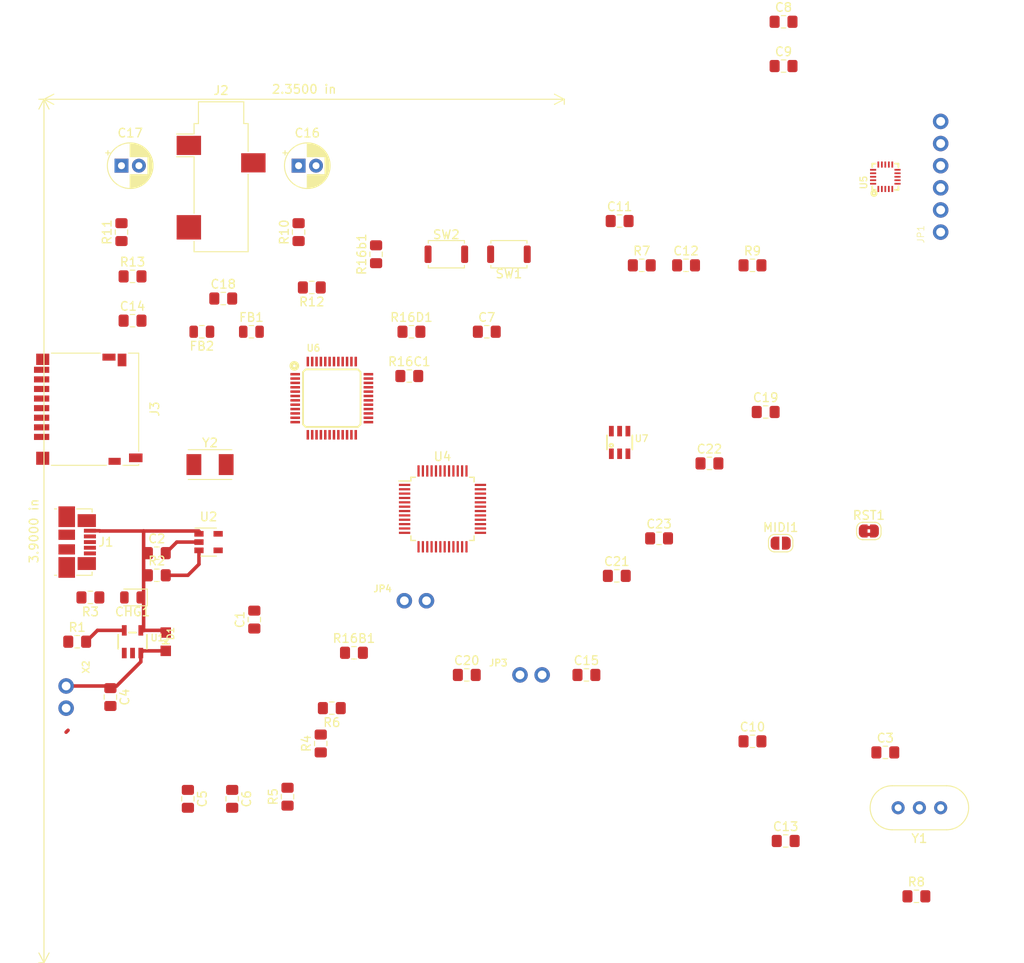
<source format=kicad_pcb>
(kicad_pcb (version 20171130) (host pcbnew 5.1.3-ffb9f22~84~ubuntu18.10.1)

  (general
    (thickness 1.6)
    (drawings 2)
    (tracks 20)
    (zones 0)
    (modules 63)
    (nets 103)
  )

  (page A4)
  (layers
    (0 F.Cu signal)
    (31 B.Cu signal)
    (32 B.Adhes user)
    (33 F.Adhes user)
    (34 B.Paste user)
    (35 F.Paste user)
    (36 B.SilkS user)
    (37 F.SilkS user)
    (38 B.Mask user)
    (39 F.Mask user)
    (40 Dwgs.User user)
    (41 Cmts.User user)
    (42 Eco1.User user)
    (43 Eco2.User user)
    (44 Edge.Cuts user)
    (45 Margin user)
    (46 B.CrtYd user)
    (47 F.CrtYd user)
    (48 B.Fab user)
    (49 F.Fab user)
  )

  (setup
    (last_trace_width 0.406)
    (user_trace_width 0.406)
    (trace_clearance 0.2)
    (zone_clearance 0.508)
    (zone_45_only no)
    (trace_min 0.2)
    (via_size 0.8)
    (via_drill 0.4)
    (via_min_size 0.4)
    (via_min_drill 0.3)
    (uvia_size 0.3)
    (uvia_drill 0.1)
    (uvias_allowed no)
    (uvia_min_size 0.2)
    (uvia_min_drill 0.1)
    (edge_width 0.05)
    (segment_width 0.2)
    (pcb_text_width 0.3)
    (pcb_text_size 1.5 1.5)
    (mod_edge_width 0.12)
    (mod_text_size 1 1)
    (mod_text_width 0.15)
    (pad_size 1.524 1.524)
    (pad_drill 0.762)
    (pad_to_mask_clearance 0.051)
    (solder_mask_min_width 0.25)
    (aux_axis_origin 0 0)
    (visible_elements FFFFFF7F)
    (pcbplotparams
      (layerselection 0x010fc_ffffffff)
      (usegerberextensions false)
      (usegerberattributes false)
      (usegerberadvancedattributes false)
      (creategerberjobfile false)
      (excludeedgelayer true)
      (linewidth 0.100000)
      (plotframeref false)
      (viasonmask false)
      (mode 1)
      (useauxorigin false)
      (hpglpennumber 1)
      (hpglpenspeed 20)
      (hpglpendiameter 15.000000)
      (psnegative false)
      (psa4output false)
      (plotreference true)
      (plotvalue true)
      (plotinvisibletext false)
      (padsonsilk false)
      (subtractmaskfromsilk false)
      (outputformat 1)
      (mirror false)
      (drillshape 1)
      (scaleselection 1)
      (outputdirectory ""))
  )

  (net 0 "")
  (net 1 "Net-(C1-Pad2)")
  (net 2 Earth)
  (net 3 VBUS)
  (net 4 "Net-(C3-Pad2)")
  (net 5 VBAT)
  (net 6 3.3V)
  (net 7 "Net-(C7-Pad2)")
  (net 8 AREF)
  (net 9 +3V3)
  (net 10 "Net-(C10-Pad1)")
  (net 11 "Net-(C12-Pad1)")
  (net 12 "Net-(C13-Pad1)")
  (net 13 MP3RST)
  (net 14 AGND)
  (net 15 "Net-(C15-Pad1)")
  (net 16 "Net-(C16-Pad1)")
  (net 17 "Net-(C17-Pad1)")
  (net 18 AVDD)
  (net 19 R_OUT)
  (net 20 "Net-(C19-Pad1)")
  (net 21 L_OUT)
  (net 22 "Net-(C20-Pad1)")
  (net 23 +1V8)
  (net 24 "Net-(CHG1-Pad2)")
  (net 25 "Net-(J1-Pad6)")
  (net 26 "Net-(J1-Pad4)")
  (net 27 D+)
  (net 28 D-)
  (net 29 "Net-(J3-Pad1)")
  (net 30 MOSI)
  (net 31 SCK)
  (net 32 MISO)
  (net 33 "Net-(J3-Pad9)")
  (net 34 "Net-(J3-Pad8)")
  (net 35 /ele5)
  (net 36 /ele4)
  (net 37 /ele3)
  (net 38 /ele2)
  (net 39 /ele1)
  (net 40 /ele0)
  (net 41 GPIO1)
  (net 42 "Net-(R1-Pad2)")
  (net 43 "Net-(R2-Pad2)")
  (net 44 "Net-(R3-Pad2)")
  (net 45 D9)
  (net 46 ADDR)
  (net 47 "Net-(R9-Pad1)")
  (net 48 RIGHT)
  (net 49 LEFT)
  (net 50 GPIO0)
  (net 51 RESET)
  (net 52 "Net-(U2-Pad4)")
  (net 53 RXLED)
  (net 54 A5)
  (net 55 SWDIO)
  (net 56 SWCLK)
  (net 57 USBHOSTEN)
  (net 58 TXLED)
  (net 59 RXD)
  (net 60 TXD)
  (net 61 SCL)
  (net 62 SDA)
  (net 63 D7)
  (net 64 D6)
  (net 65 D12)
  (net 66 D10)
  (net 67 D13)
  (net 68 D11)
  (net 69 D5)
  (net 70 D2)
  (net 71 "Net-(U4-Pad22)")
  (net 72 D0)
  (net 73 D1)
  (net 74 D3)
  (net 75 D4)
  (net 76 D8)
  (net 77 A4)
  (net 78 A3)
  (net 79 A2)
  (net 80 A1)
  (net 81 A0)
  (net 82 IRQ)
  (net 83 "Net-(U5-Pad19)")
  (net 84 "Net-(U5-Pad16)")
  (net 85 "Net-(U5-Pad17)")
  (net 86 "Net-(U5-Pad18)")
  (net 87 "Net-(U5-Pad15)")
  (net 88 "Net-(U5-Pad14)")
  (net 89 "Net-(U6-Pad48)")
  (net 90 "Net-(U6-Pad42)")
  (net 91 "Net-(U6-Pad36)")
  (net 92 SCLK)
  (net 93 TX)
  (net 94 RX)
  (net 95 "Net-(U6-Pad25)")
  (net 96 CLKOUT)
  (net 97 "Net-(U6-Pad12)")
  (net 98 "Net-(U6-Pad11)")
  (net 99 "Net-(U6-Pad10)")
  (net 100 "Net-(U6-Pad9)")
  (net 101 "Net-(U6-Pad2)")
  (net 102 "Net-(U6-Pad1)")

  (net_class Default "This is the default net class."
    (clearance 0.2)
    (trace_width 0.25)
    (via_dia 0.8)
    (via_drill 0.4)
    (uvia_dia 0.3)
    (uvia_drill 0.1)
    (add_net +1V8)
    (add_net +3V3)
    (add_net /ele0)
    (add_net /ele1)
    (add_net /ele2)
    (add_net /ele3)
    (add_net /ele4)
    (add_net /ele5)
    (add_net 3.3V)
    (add_net A0)
    (add_net A1)
    (add_net A2)
    (add_net A3)
    (add_net A4)
    (add_net A5)
    (add_net ADDR)
    (add_net AGND)
    (add_net AREF)
    (add_net AVDD)
    (add_net CLKOUT)
    (add_net D+)
    (add_net D-)
    (add_net D0)
    (add_net D1)
    (add_net D10)
    (add_net D11)
    (add_net D12)
    (add_net D13)
    (add_net D2)
    (add_net D3)
    (add_net D4)
    (add_net D5)
    (add_net D6)
    (add_net D7)
    (add_net D8)
    (add_net D9)
    (add_net Earth)
    (add_net GPIO0)
    (add_net GPIO1)
    (add_net IRQ)
    (add_net LEFT)
    (add_net L_OUT)
    (add_net MISO)
    (add_net MOSI)
    (add_net MP3RST)
    (add_net "Net-(C1-Pad2)")
    (add_net "Net-(C10-Pad1)")
    (add_net "Net-(C12-Pad1)")
    (add_net "Net-(C13-Pad1)")
    (add_net "Net-(C15-Pad1)")
    (add_net "Net-(C16-Pad1)")
    (add_net "Net-(C17-Pad1)")
    (add_net "Net-(C19-Pad1)")
    (add_net "Net-(C20-Pad1)")
    (add_net "Net-(C3-Pad2)")
    (add_net "Net-(C7-Pad2)")
    (add_net "Net-(CHG1-Pad2)")
    (add_net "Net-(J1-Pad4)")
    (add_net "Net-(J1-Pad6)")
    (add_net "Net-(J3-Pad1)")
    (add_net "Net-(J3-Pad8)")
    (add_net "Net-(J3-Pad9)")
    (add_net "Net-(R1-Pad2)")
    (add_net "Net-(R2-Pad2)")
    (add_net "Net-(R3-Pad2)")
    (add_net "Net-(R9-Pad1)")
    (add_net "Net-(U2-Pad4)")
    (add_net "Net-(U4-Pad22)")
    (add_net "Net-(U5-Pad14)")
    (add_net "Net-(U5-Pad15)")
    (add_net "Net-(U5-Pad16)")
    (add_net "Net-(U5-Pad17)")
    (add_net "Net-(U5-Pad18)")
    (add_net "Net-(U5-Pad19)")
    (add_net "Net-(U6-Pad1)")
    (add_net "Net-(U6-Pad10)")
    (add_net "Net-(U6-Pad11)")
    (add_net "Net-(U6-Pad12)")
    (add_net "Net-(U6-Pad2)")
    (add_net "Net-(U6-Pad25)")
    (add_net "Net-(U6-Pad36)")
    (add_net "Net-(U6-Pad42)")
    (add_net "Net-(U6-Pad48)")
    (add_net "Net-(U6-Pad9)")
    (add_net RESET)
    (add_net RIGHT)
    (add_net RX)
    (add_net RXD)
    (add_net RXLED)
    (add_net R_OUT)
    (add_net SCK)
    (add_net SCL)
    (add_net SCLK)
    (add_net SDA)
    (add_net SWCLK)
    (add_net SWDIO)
    (add_net TX)
    (add_net TXD)
    (add_net TXLED)
    (add_net USBHOSTEN)
    (add_net VBAT)
    (add_net VBUS)
  )

  (module Package_TO_SOT_SMD:SOT-23-5 (layer F.Cu) (tedit 5A02FF57) (tstamp 5D5D6CF0)
    (at 95.08 88.9)
    (descr "5-pin SOT23 package")
    (tags SOT-23-5)
    (path /5D6E6679)
    (attr smd)
    (fp_text reference U2 (at 0 -2.9) (layer F.SilkS)
      (effects (font (size 1 1) (thickness 0.15)))
    )
    (fp_text value SPX3819M5-L-3-3 (at 0 0) (layer F.Fab)
      (effects (font (size 1 1) (thickness 0.15)))
    )
    (fp_line (start 0.9 -1.55) (end 0.9 1.55) (layer F.Fab) (width 0.1))
    (fp_line (start 0.9 1.55) (end -0.9 1.55) (layer F.Fab) (width 0.1))
    (fp_line (start -0.9 -0.9) (end -0.9 1.55) (layer F.Fab) (width 0.1))
    (fp_line (start 0.9 -1.55) (end -0.25 -1.55) (layer F.Fab) (width 0.1))
    (fp_line (start -0.9 -0.9) (end -0.25 -1.55) (layer F.Fab) (width 0.1))
    (fp_line (start -1.9 1.8) (end -1.9 -1.8) (layer F.CrtYd) (width 0.05))
    (fp_line (start 1.9 1.8) (end -1.9 1.8) (layer F.CrtYd) (width 0.05))
    (fp_line (start 1.9 -1.8) (end 1.9 1.8) (layer F.CrtYd) (width 0.05))
    (fp_line (start -1.9 -1.8) (end 1.9 -1.8) (layer F.CrtYd) (width 0.05))
    (fp_line (start 0.9 -1.61) (end -1.55 -1.61) (layer F.SilkS) (width 0.12))
    (fp_line (start -0.9 1.61) (end 0.9 1.61) (layer F.SilkS) (width 0.12))
    (fp_text user %R (at 0 0 90) (layer F.Fab)
      (effects (font (size 0.5 0.5) (thickness 0.075)))
    )
    (pad 5 smd rect (at 1.1 -0.95) (size 1.06 0.65) (layers F.Cu F.Paste F.Mask)
      (net 6 3.3V))
    (pad 4 smd rect (at 1.1 0.95) (size 1.06 0.65) (layers F.Cu F.Paste F.Mask)
      (net 52 "Net-(U2-Pad4)"))
    (pad 3 smd rect (at -1.1 0.95) (size 1.06 0.65) (layers F.Cu F.Paste F.Mask)
      (net 43 "Net-(R2-Pad2)"))
    (pad 2 smd rect (at -1.1 0) (size 1.06 0.65) (layers F.Cu F.Paste F.Mask)
      (net 2 Earth))
    (pad 1 smd rect (at -1.1 -0.95) (size 1.06 0.65) (layers F.Cu F.Paste F.Mask)
      (net 3 VBUS))
    (model ${KISYS3DMOD}/Package_TO_SOT_SMD.3dshapes/SOT-23-5.wrl
      (at (xyz 0 0 0))
      (scale (xyz 1 1 1))
      (rotate (xyz 0 0 0))
    )
  )

  (module Resistor_SMD:R_0805_2012Metric_Pad1.15x1.40mm_HandSolder (layer F.Cu) (tedit 5B36C52B) (tstamp 5D5D2E30)
    (at 89.145 92.71)
    (descr "Resistor SMD 0805 (2012 Metric), square (rectangular) end terminal, IPC_7351 nominal with elongated pad for handsoldering. (Body size source: https://docs.google.com/spreadsheets/d/1BsfQQcO9C6DZCsRaXUlFlo91Tg2WpOkGARC1WS5S8t0/edit?usp=sharing), generated with kicad-footprint-generator")
    (tags "resistor handsolder")
    (path /5D6F1EEA)
    (attr smd)
    (fp_text reference R2 (at 0 -1.65) (layer F.SilkS)
      (effects (font (size 1 1) (thickness 0.15)))
    )
    (fp_text value 100k (at 0 1.65) (layer F.Fab)
      (effects (font (size 1 1) (thickness 0.15)))
    )
    (fp_text user %R (at 0 0) (layer F.Fab)
      (effects (font (size 0.5 0.5) (thickness 0.08)))
    )
    (fp_line (start 1.85 0.95) (end -1.85 0.95) (layer F.CrtYd) (width 0.05))
    (fp_line (start 1.85 -0.95) (end 1.85 0.95) (layer F.CrtYd) (width 0.05))
    (fp_line (start -1.85 -0.95) (end 1.85 -0.95) (layer F.CrtYd) (width 0.05))
    (fp_line (start -1.85 0.95) (end -1.85 -0.95) (layer F.CrtYd) (width 0.05))
    (fp_line (start -0.261252 0.71) (end 0.261252 0.71) (layer F.SilkS) (width 0.12))
    (fp_line (start -0.261252 -0.71) (end 0.261252 -0.71) (layer F.SilkS) (width 0.12))
    (fp_line (start 1 0.6) (end -1 0.6) (layer F.Fab) (width 0.1))
    (fp_line (start 1 -0.6) (end 1 0.6) (layer F.Fab) (width 0.1))
    (fp_line (start -1 -0.6) (end 1 -0.6) (layer F.Fab) (width 0.1))
    (fp_line (start -1 0.6) (end -1 -0.6) (layer F.Fab) (width 0.1))
    (pad 2 smd roundrect (at 1.025 0) (size 1.15 1.4) (layers F.Cu F.Paste F.Mask) (roundrect_rratio 0.217391)
      (net 43 "Net-(R2-Pad2)"))
    (pad 1 smd roundrect (at -1.025 0) (size 1.15 1.4) (layers F.Cu F.Paste F.Mask) (roundrect_rratio 0.217391)
      (net 3 VBUS))
    (model ${KISYS3DMOD}/Resistor_SMD.3dshapes/R_0805_2012Metric.wrl
      (at (xyz 0 0 0))
      (scale (xyz 1 1 1))
      (rotate (xyz 0 0 0))
    )
  )

  (module Capacitor_SMD:C_0805_2012Metric_Pad1.15x1.40mm_HandSolder (layer F.Cu) (tedit 5B36C52B) (tstamp 5D5D2A9C)
    (at 89.145 90.17)
    (descr "Capacitor SMD 0805 (2012 Metric), square (rectangular) end terminal, IPC_7351 nominal with elongated pad for handsoldering. (Body size source: https://docs.google.com/spreadsheets/d/1BsfQQcO9C6DZCsRaXUlFlo91Tg2WpOkGARC1WS5S8t0/edit?usp=sharing), generated with kicad-footprint-generator")
    (tags "capacitor handsolder")
    (path /5D6F825A)
    (attr smd)
    (fp_text reference C2 (at 0 -1.65) (layer F.SilkS)
      (effects (font (size 1 1) (thickness 0.15)))
    )
    (fp_text value 10uF (at 0 1.65) (layer F.Fab)
      (effects (font (size 1 1) (thickness 0.15)))
    )
    (fp_line (start -1 0.6) (end -1 -0.6) (layer F.Fab) (width 0.1))
    (fp_line (start -1 -0.6) (end 1 -0.6) (layer F.Fab) (width 0.1))
    (fp_line (start 1 -0.6) (end 1 0.6) (layer F.Fab) (width 0.1))
    (fp_line (start 1 0.6) (end -1 0.6) (layer F.Fab) (width 0.1))
    (fp_line (start -0.261252 -0.71) (end 0.261252 -0.71) (layer F.SilkS) (width 0.12))
    (fp_line (start -0.261252 0.71) (end 0.261252 0.71) (layer F.SilkS) (width 0.12))
    (fp_line (start -1.85 0.95) (end -1.85 -0.95) (layer F.CrtYd) (width 0.05))
    (fp_line (start -1.85 -0.95) (end 1.85 -0.95) (layer F.CrtYd) (width 0.05))
    (fp_line (start 1.85 -0.95) (end 1.85 0.95) (layer F.CrtYd) (width 0.05))
    (fp_line (start 1.85 0.95) (end -1.85 0.95) (layer F.CrtYd) (width 0.05))
    (fp_text user %R (at 0 0) (layer F.Fab)
      (effects (font (size 0.5 0.5) (thickness 0.08)))
    )
    (pad 1 smd roundrect (at -1.025 0) (size 1.15 1.4) (layers F.Cu F.Paste F.Mask) (roundrect_rratio 0.217391)
      (net 3 VBUS))
    (pad 2 smd roundrect (at 1.025 0) (size 1.15 1.4) (layers F.Cu F.Paste F.Mask) (roundrect_rratio 0.217391)
      (net 2 Earth))
    (model ${KISYS3DMOD}/Capacitor_SMD.3dshapes/C_0805_2012Metric.wrl
      (at (xyz 0 0 0))
      (scale (xyz 1 1 1))
      (rotate (xyz 0 0 0))
    )
  )

  (module mpr121:CHIPLED_0805_NOOUTLINE (layer F.Cu) (tedit 0) (tstamp 5D5D2D12)
    (at 90.17 100.33 180)
    (path /5D73B020)
    (fp_text reference D1 (at -1.016 1.778 270) (layer F.SilkS)
      (effects (font (size 0.77216 0.77216) (thickness 0.138988)) (justify right bottom))
    )
    (fp_text value MBR120 (at 1.397 1.778 180) (layer F.Fab)
      (effects (font (size 0.9652 0.9652) (thickness 0.09652)) (justify left bottom))
    )
    (fp_poly (pts (xy 0 -0.254) (xy -0.381 0.254) (xy 0.381 0.254)) (layer F.SilkS) (width 0))
    (fp_poly (pts (xy -0.4445 -0.1405) (xy 0.4445 -0.1405) (xy 0.4445 -0.331) (xy -0.4445 -0.331)) (layer F.SilkS) (width 0))
    (fp_poly (pts (xy -0.625 -0.925) (xy -0.3 -0.925) (xy -0.3 -1) (xy -0.625 -1)) (layer F.Fab) (width 0))
    (fp_poly (pts (xy -0.6 -0.5) (xy -0.3 -0.5) (xy -0.3 -0.762) (xy -0.6 -0.762)) (layer F.Fab) (width 0))
    (fp_poly (pts (xy -0.2 0.675) (xy 0.2 0.675) (xy 0.2 0.5) (xy -0.2 0.5)) (layer F.Fab) (width 0))
    (fp_poly (pts (xy -0.325 0.75) (xy -0.175 0.75) (xy -0.175 0.5) (xy -0.325 0.5)) (layer F.Fab) (width 0))
    (fp_poly (pts (xy 0.175 0.75) (xy 0.325 0.75) (xy 0.325 0.5) (xy 0.175 0.5)) (layer F.Fab) (width 0))
    (fp_poly (pts (xy -0.625 1) (xy -0.3 1) (xy -0.3 0.5) (xy -0.625 0.5)) (layer F.Fab) (width 0))
    (fp_poly (pts (xy 0.3 1) (xy 0.625 1) (xy 0.625 0.5) (xy 0.3 0.5)) (layer F.Fab) (width 0))
    (fp_poly (pts (xy -0.2 -0.5) (xy 0.2 -0.5) (xy 0.2 -0.675) (xy -0.2 -0.675)) (layer F.Fab) (width 0))
    (fp_poly (pts (xy 0.175 -0.5) (xy 0.325 -0.5) (xy 0.325 -0.75) (xy 0.175 -0.75)) (layer F.Fab) (width 0))
    (fp_poly (pts (xy -0.325 -0.5) (xy -0.175 -0.5) (xy -0.175 -0.75) (xy -0.325 -0.75)) (layer F.Fab) (width 0))
    (fp_poly (pts (xy 0.3 -0.5) (xy 0.625 -0.5) (xy 0.625 -1) (xy 0.3 -1)) (layer F.Fab) (width 0))
    (fp_text user C (at -0.1 -1.2) (layer F.Fab)
      (effects (font (size 0.2413 0.2413) (thickness 0.02032)) (justify right bottom))
    )
    (fp_text user A (at -0.1 1.4) (layer F.Fab)
      (effects (font (size 0.2413 0.2413) (thickness 0.02032)) (justify right bottom))
    )
    (fp_circle (center -0.45 -0.85) (end -0.347 -0.85) (layer F.Fab) (width 0.0762))
    (fp_line (start -0.575 0.5) (end -0.575 -0.925) (layer F.Fab) (width 0.1016))
    (fp_line (start 0.575 -0.525) (end 0.575 0.525) (layer F.Fab) (width 0.1016))
    (fp_arc (start 0 0.979199) (end -0.35 0.925) (angle 162.394521) (layer F.Fab) (width 0.1016))
    (fp_arc (start 0 -0.979199) (end -0.35 -0.925) (angle -162.394521) (layer F.Fab) (width 0.1016))
    (pad A smd rect (at 0 1.05 180) (size 1.2 1.2) (layers F.Cu F.Paste F.Mask)
      (net 3 VBUS) (solder_mask_margin 0.0508))
    (pad C smd rect (at 0 -1.05 180) (size 1.2 1.2) (layers F.Cu F.Paste F.Mask)
      (net 5 VBAT) (solder_mask_margin 0.0508))
  )

  (module Capacitor_SMD:C_0805_2012Metric_Pad1.15x1.40mm_HandSolder (layer F.Cu) (tedit 5B36C52B) (tstamp 5D5D2ACF)
    (at 92.71 118.355 270)
    (descr "Capacitor SMD 0805 (2012 Metric), square (rectangular) end terminal, IPC_7351 nominal with elongated pad for handsoldering. (Body size source: https://docs.google.com/spreadsheets/d/1BsfQQcO9C6DZCsRaXUlFlo91Tg2WpOkGARC1WS5S8t0/edit?usp=sharing), generated with kicad-footprint-generator")
    (tags "capacitor handsolder")
    (path /5D6FDB3B)
    (attr smd)
    (fp_text reference C5 (at 0 -1.65 90) (layer F.SilkS)
      (effects (font (size 1 1) (thickness 0.15)))
    )
    (fp_text value 10uF (at 0 1.65 90) (layer F.Fab)
      (effects (font (size 1 1) (thickness 0.15)))
    )
    (fp_text user %R (at 0 0 90) (layer F.Fab)
      (effects (font (size 0.5 0.5) (thickness 0.08)))
    )
    (fp_line (start 1.85 0.95) (end -1.85 0.95) (layer F.CrtYd) (width 0.05))
    (fp_line (start 1.85 -0.95) (end 1.85 0.95) (layer F.CrtYd) (width 0.05))
    (fp_line (start -1.85 -0.95) (end 1.85 -0.95) (layer F.CrtYd) (width 0.05))
    (fp_line (start -1.85 0.95) (end -1.85 -0.95) (layer F.CrtYd) (width 0.05))
    (fp_line (start -0.261252 0.71) (end 0.261252 0.71) (layer F.SilkS) (width 0.12))
    (fp_line (start -0.261252 -0.71) (end 0.261252 -0.71) (layer F.SilkS) (width 0.12))
    (fp_line (start 1 0.6) (end -1 0.6) (layer F.Fab) (width 0.1))
    (fp_line (start 1 -0.6) (end 1 0.6) (layer F.Fab) (width 0.1))
    (fp_line (start -1 -0.6) (end 1 -0.6) (layer F.Fab) (width 0.1))
    (fp_line (start -1 0.6) (end -1 -0.6) (layer F.Fab) (width 0.1))
    (pad 2 smd roundrect (at 1.025 0 270) (size 1.15 1.4) (layers F.Cu F.Paste F.Mask) (roundrect_rratio 0.217391)
      (net 2 Earth))
    (pad 1 smd roundrect (at -1.025 0 270) (size 1.15 1.4) (layers F.Cu F.Paste F.Mask) (roundrect_rratio 0.217391)
      (net 6 3.3V))
    (model ${KISYS3DMOD}/Capacitor_SMD.3dshapes/C_0805_2012Metric.wrl
      (at (xyz 0 0 0))
      (scale (xyz 1 1 1))
      (rotate (xyz 0 0 0))
    )
  )

  (module "adafruit -music:1X02_ROUND" (layer F.Cu) (tedit 0) (tstamp 5D5D30CA)
    (at 78.74 106.68 270)
    (path /5D79CCA6)
    (fp_text reference X2 (at -2.6162 -1.8288 90) (layer F.SilkS)
      (effects (font (size 0.77216 0.77216) (thickness 0.146304)) (justify left top))
    )
    (fp_text value JSTPH (at -2.54 3.175 90) (layer F.Fab)
      (effects (font (size 0.38608 0.38608) (thickness 0.04064)) (justify left top))
    )
    (fp_poly (pts (xy 1.016 0.254) (xy 1.524 0.254) (xy 1.524 -0.254) (xy 1.016 -0.254)) (layer F.Fab) (width 0))
    (fp_poly (pts (xy -1.524 0.254) (xy -1.016 0.254) (xy -1.016 -0.254) (xy -1.524 -0.254)) (layer F.Fab) (width 0))
    (fp_line (start -2.54 -0.635) (end -2.54 0.635) (layer F.Fab) (width 0.2032))
    (pad 2 thru_hole circle (at 1.27 0) (size 1.778 1.778) (drill 1) (layers *.Cu *.Mask)
      (net 2 Earth) (solder_mask_margin 0.0508))
    (pad 1 thru_hole circle (at -1.27 0) (size 1.778 1.778) (drill 1) (layers *.Cu *.Mask)
      (net 5 VBAT) (solder_mask_margin 0.0508))
  )

  (module Crystal:Crystal_SMD_TXC_7A-2Pin_5x3.2mm (layer F.Cu) (tedit 5B7C2945) (tstamp 5D5D30F3)
    (at 95.25 80.01)
    (descr "SMD Crystal TXC 7A http://txccrystal.com/images/pdf/7a.pdf")
    (tags "SMD SMT crystal")
    (path /5D75E97B)
    (attr smd)
    (fp_text reference Y2 (at 0 -2.5) (layer F.SilkS)
      (effects (font (size 1 1) (thickness 0.15)))
    )
    (fp_text value Crystal (at -0.69 5.08) (layer F.Fab)
      (effects (font (size 1 1) (thickness 0.15)))
    )
    (fp_line (start -2.5 -1.6) (end -2.5 1.6) (layer F.Fab) (width 0.1))
    (fp_line (start -2.5 1.6) (end 2.5 1.6) (layer F.Fab) (width 0.1))
    (fp_line (start 2.5 -1.6) (end 2.5 1.6) (layer F.Fab) (width 0.1))
    (fp_line (start -2.5 -1.6) (end 2.5 -1.6) (layer F.Fab) (width 0.1))
    (fp_line (start -2.5 1.71) (end 2.5 1.71) (layer F.SilkS) (width 0.12))
    (fp_line (start -2.5 -1.71) (end 2.5 -1.71) (layer F.SilkS) (width 0.12))
    (fp_line (start 2.95 1.85) (end -2.95 1.85) (layer F.CrtYd) (width 0.05))
    (fp_line (start 2.95 -1.85) (end 2.95 1.85) (layer F.CrtYd) (width 0.05))
    (fp_line (start -2.95 -1.85) (end -2.95 1.85) (layer F.CrtYd) (width 0.05))
    (fp_line (start -2.95 -1.85) (end 2.95 -1.85) (layer F.CrtYd) (width 0.05))
    (fp_text user %R (at 0 -2.5) (layer F.Fab)
      (effects (font (size 1 1) (thickness 0.15)))
    )
    (pad 2 smd rect (at 1.85 0) (size 1.7 2.4) (layers F.Cu F.Paste F.Mask)
      (net 4 "Net-(C3-Pad2)"))
    (pad 1 smd rect (at -1.85 0) (size 1.7 2.4) (layers F.Cu F.Paste F.Mask)
      (net 1 "Net-(C1-Pad2)"))
    (model ${KISYS3DMOD}/Crystal.3dshapes/Crystal_SMD_TXC_7A-2Pin_5x3.2mm.wrl
      (at (xyz 0 0 0))
      (scale (xyz 1 1 1))
      (rotate (xyz 0 0 0))
    )
  )

  (module Crystal:Crystal_HC49-U-3Pin_Vertical (layer F.Cu) (tedit 5A0FD1B2) (tstamp 5D5D30E2)
    (at 179.07 119.38 180)
    (descr "Crystal THT HC-49/U, 3pin-version, http://www.raltron.com/products/pdfspecs/crystal_hc_49_45_51.pdf")
    (tags "THT crystalHC-49/U")
    (path /5DABB649)
    (fp_text reference Y1 (at 2.44 -3.525) (layer F.SilkS)
      (effects (font (size 1 1) (thickness 0.15)))
    )
    (fp_text value ABM8G-12.288MHZ-18-D2Y-T (at 2.44 3.525) (layer F.Fab)
      (effects (font (size 1 1) (thickness 0.15)))
    )
    (fp_arc (start 5.565 0) (end 5.565 -2.525) (angle 180) (layer F.SilkS) (width 0.12))
    (fp_arc (start -0.685 0) (end -0.685 -2.525) (angle -180) (layer F.SilkS) (width 0.12))
    (fp_arc (start 5.44 0) (end 5.44 -2) (angle 180) (layer F.Fab) (width 0.1))
    (fp_arc (start -0.56 0) (end -0.56 -2) (angle -180) (layer F.Fab) (width 0.1))
    (fp_arc (start 5.565 0) (end 5.565 -2.325) (angle 180) (layer F.Fab) (width 0.1))
    (fp_arc (start -0.685 0) (end -0.685 -2.325) (angle -180) (layer F.Fab) (width 0.1))
    (fp_line (start 8.4 -2.8) (end -3.5 -2.8) (layer F.CrtYd) (width 0.05))
    (fp_line (start 8.4 2.8) (end 8.4 -2.8) (layer F.CrtYd) (width 0.05))
    (fp_line (start -3.5 2.8) (end 8.4 2.8) (layer F.CrtYd) (width 0.05))
    (fp_line (start -3.5 -2.8) (end -3.5 2.8) (layer F.CrtYd) (width 0.05))
    (fp_line (start -0.685 2.525) (end 5.565 2.525) (layer F.SilkS) (width 0.12))
    (fp_line (start -0.685 -2.525) (end 5.565 -2.525) (layer F.SilkS) (width 0.12))
    (fp_line (start -0.56 2) (end 5.44 2) (layer F.Fab) (width 0.1))
    (fp_line (start -0.56 -2) (end 5.44 -2) (layer F.Fab) (width 0.1))
    (fp_line (start -0.685 2.325) (end 5.565 2.325) (layer F.Fab) (width 0.1))
    (fp_line (start -0.685 -2.325) (end 5.565 -2.325) (layer F.Fab) (width 0.1))
    (fp_text user %R (at 2.44 0) (layer F.Fab)
      (effects (font (size 1 1) (thickness 0.15)))
    )
    (pad 3 thru_hole circle (at 4.88 0 180) (size 1.5 1.5) (drill 0.8) (layers *.Cu *.Mask)
      (net 12 "Net-(C13-Pad1)"))
    (pad 2 thru_hole circle (at 2.44 0 180) (size 1.5 1.5) (drill 0.8) (layers *.Cu *.Mask)
      (net 2 Earth))
    (pad 1 thru_hole circle (at 0 0 180) (size 1.5 1.5) (drill 0.8) (layers *.Cu *.Mask)
      (net 10 "Net-(C10-Pad1)"))
    (model ${KISYS3DMOD}/Crystal.3dshapes/Crystal_HC49-U-3Pin_Vertical.wrl
      (at (xyz 0 0 0))
      (scale (xyz 1 1 1))
      (rotate (xyz 0 0 0))
    )
  )

  (module "adafruit -music:SOT23-6" (layer F.Cu) (tedit 0) (tstamp 5D5D30C1)
    (at 142.24 77.47)
    (descr "<b>Small Outline Transistor</b> - 6 Pin")
    (path /5DEA24B8)
    (fp_text reference U7 (at 1.651 0) (layer F.SilkS)
      (effects (font (size 0.77216 0.77216) (thickness 0.138988)) (justify left bottom))
    )
    (fp_text value VREG_SOT23-6_DUALAP7312 (at 1.651 0.635) (layer F.Fab)
      (effects (font (size 0.77216 0.77216) (thickness 0.077216)) (justify left bottom))
    )
    (fp_poly (pts (xy -1.2 -0.85) (xy -0.7 -0.85) (xy -0.7 -1.5) (xy -1.2 -1.5)) (layer F.Fab) (width 0))
    (fp_poly (pts (xy -0.25 -0.85) (xy 0.25 -0.85) (xy 0.25 -1.5) (xy -0.25 -1.5)) (layer F.Fab) (width 0))
    (fp_poly (pts (xy 0.7 -0.85) (xy 1.2 -0.85) (xy 1.2 -1.5) (xy 0.7 -1.5)) (layer F.Fab) (width 0))
    (fp_poly (pts (xy 0.7 1.5) (xy 1.2 1.5) (xy 1.2 0.85) (xy 0.7 0.85)) (layer F.Fab) (width 0))
    (fp_poly (pts (xy -0.25 1.5) (xy 0.25 1.5) (xy 0.25 0.85) (xy -0.25 0.85)) (layer F.Fab) (width 0))
    (fp_poly (pts (xy -1.2 1.5) (xy -0.7 1.5) (xy -0.7 0.85) (xy -1.2 0.85)) (layer F.Fab) (width 0))
    (fp_circle (center -0.95 0.35) (end -0.85 0.35) (layer F.SilkS) (width 0.2032))
    (fp_line (start 1.45 0.8) (end 1.45 -0.8) (layer F.SilkS) (width 0.2032))
    (fp_line (start -1.45 -0.8) (end -1.45 0.8) (layer F.SilkS) (width 0.2032))
    (fp_line (start -1.422 -0.81) (end 1.422 -0.81) (layer F.Fab) (width 0.2032))
    (fp_line (start -1.422 0.81) (end -1.422 -0.81) (layer F.Fab) (width 0.2032))
    (fp_line (start 1.422 0.81) (end -1.422 0.81) (layer F.Fab) (width 0.2032))
    (fp_line (start 1.422 -0.81) (end 1.422 0.81) (layer F.Fab) (width 0.2032))
    (pad 6 smd rect (at -0.95 -1.3) (size 0.55 1.2) (layers F.Cu F.Paste F.Mask)
      (net 23 +1V8) (solder_mask_margin 0.0508))
    (pad 5 smd rect (at 0 -1.3) (size 0.55 1.2) (layers F.Cu F.Paste F.Mask)
      (net 9 +3V3) (solder_mask_margin 0.0508))
    (pad 4 smd rect (at 0.95 -1.3) (size 0.55 1.2) (layers F.Cu F.Paste F.Mask)
      (net 9 +3V3) (solder_mask_margin 0.0508))
    (pad 3 smd rect (at 0.95 1.3) (size 0.55 1.2) (layers F.Cu F.Paste F.Mask)
      (net 9 +3V3) (solder_mask_margin 0.0508))
    (pad 2 smd rect (at 0 1.3) (size 0.55 1.2) (layers F.Cu F.Paste F.Mask)
      (net 2 Earth) (solder_mask_margin 0.0508))
    (pad 1 smd rect (at -0.95 1.3) (size 0.55 1.2) (layers F.Cu F.Paste F.Mask)
      (net 9 +3V3) (solder_mask_margin 0.0508))
  )

  (module "adafruit -music:LQFP48" (layer F.Cu) (tedit 0) (tstamp 5D5D30AA)
    (at 109.22 72.39)
    (path /5DA461CE)
    (fp_text reference U6 (at -2.974 -5.3001) (layer F.SilkS)
      (effects (font (size 0.77216 0.77216) (thickness 0.138988)) (justify left bottom))
    )
    (fp_text value VS1053B (at -2.9261 5.9379) (layer F.Fab)
      (effects (font (size 0.77216 0.77216) (thickness 0.077216)) (justify left bottom))
    )
    (fp_poly (pts (xy 4.8 -2.55) (xy 4.8 -2.95) (xy 3.6 -2.95) (xy 3.6 -2.55)) (layer F.Mask) (width 0))
    (fp_poly (pts (xy 4.8 -2.05) (xy 4.8 -2.45) (xy 3.6 -2.45) (xy 3.6 -2.05)) (layer F.Mask) (width 0))
    (fp_poly (pts (xy 4.8 -1.55) (xy 4.8 -1.95) (xy 3.6 -1.95) (xy 3.6 -1.55)) (layer F.Mask) (width 0))
    (fp_poly (pts (xy 4.8 -1.05) (xy 4.8 -1.45) (xy 3.6 -1.45) (xy 3.6 -1.05)) (layer F.Mask) (width 0))
    (fp_poly (pts (xy 4.8 -0.55) (xy 4.8 -0.95) (xy 3.6 -0.95) (xy 3.6 -0.55)) (layer F.Mask) (width 0))
    (fp_poly (pts (xy 4.8 -0.05) (xy 4.8 -0.45) (xy 3.6 -0.45) (xy 3.6 -0.05)) (layer F.Mask) (width 0))
    (fp_poly (pts (xy 4.8 0.45) (xy 4.8 0.05) (xy 3.6 0.05) (xy 3.6 0.45)) (layer F.Mask) (width 0))
    (fp_poly (pts (xy 4.8 0.95) (xy 4.8 0.55) (xy 3.6 0.55) (xy 3.6 0.95)) (layer F.Mask) (width 0))
    (fp_poly (pts (xy 4.8 1.45) (xy 4.8 1.05) (xy 3.6 1.05) (xy 3.6 1.45)) (layer F.Mask) (width 0))
    (fp_poly (pts (xy 4.8 1.95) (xy 4.8 1.55) (xy 3.6 1.55) (xy 3.6 1.95)) (layer F.Mask) (width 0))
    (fp_poly (pts (xy 4.8 2.45) (xy 4.8 2.05) (xy 3.6 2.05) (xy 3.6 2.45)) (layer F.Mask) (width 0))
    (fp_poly (pts (xy 4.8 2.95) (xy 4.8 2.55) (xy 3.6 2.55) (xy 3.6 2.95)) (layer F.Mask) (width 0))
    (fp_poly (pts (xy -3.6 -2.55) (xy -3.6 -2.95) (xy -4.8 -2.95) (xy -4.8 -2.55)) (layer F.Mask) (width 0))
    (fp_poly (pts (xy -3.6 -2.05) (xy -3.6 -2.45) (xy -4.8 -2.45) (xy -4.8 -2.05)) (layer F.Mask) (width 0))
    (fp_poly (pts (xy -3.6 -1.55) (xy -3.6 -1.95) (xy -4.8 -1.95) (xy -4.8 -1.55)) (layer F.Mask) (width 0))
    (fp_poly (pts (xy -3.6 -1.05) (xy -3.6 -1.45) (xy -4.8 -1.45) (xy -4.8 -1.05)) (layer F.Mask) (width 0))
    (fp_poly (pts (xy -3.6 -0.55) (xy -3.6 -0.95) (xy -4.8 -0.95) (xy -4.8 -0.55)) (layer F.Mask) (width 0))
    (fp_poly (pts (xy -3.6 -0.05) (xy -3.6 -0.45) (xy -4.8 -0.45) (xy -4.8 -0.05)) (layer F.Mask) (width 0))
    (fp_poly (pts (xy -3.6 0.45) (xy -3.6 0.05) (xy -4.8 0.05) (xy -4.8 0.45)) (layer F.Mask) (width 0))
    (fp_poly (pts (xy -3.6 0.95) (xy -3.6 0.55) (xy -4.8 0.55) (xy -4.8 0.95)) (layer F.Mask) (width 0))
    (fp_poly (pts (xy -3.6 1.45) (xy -3.6 1.05) (xy -4.8 1.05) (xy -4.8 1.45)) (layer F.Mask) (width 0))
    (fp_poly (pts (xy -3.6 1.95) (xy -3.6 1.55) (xy -4.8 1.55) (xy -4.8 1.95)) (layer F.Mask) (width 0))
    (fp_poly (pts (xy -3.6 2.45) (xy -3.6 2.05) (xy -4.8 2.05) (xy -4.8 2.45)) (layer F.Mask) (width 0))
    (fp_poly (pts (xy -3.6 2.95) (xy -3.6 2.55) (xy -4.8 2.55) (xy -4.8 2.95)) (layer F.Mask) (width 0))
    (fp_poly (pts (xy 2.55 4.8) (xy 2.95 4.8) (xy 2.95 3.6) (xy 2.55 3.6)) (layer F.Mask) (width 0))
    (fp_poly (pts (xy 2.05 4.8) (xy 2.45 4.8) (xy 2.45 3.6) (xy 2.05 3.6)) (layer F.Mask) (width 0))
    (fp_poly (pts (xy 1.55 4.8) (xy 1.95 4.8) (xy 1.95 3.6) (xy 1.55 3.6)) (layer F.Mask) (width 0))
    (fp_poly (pts (xy 1.05 4.8) (xy 1.45 4.8) (xy 1.45 3.6) (xy 1.05 3.6)) (layer F.Mask) (width 0))
    (fp_poly (pts (xy 0.55 4.8) (xy 0.95 4.8) (xy 0.95 3.6) (xy 0.55 3.6)) (layer F.Mask) (width 0))
    (fp_poly (pts (xy 0.05 4.8) (xy 0.45 4.8) (xy 0.45 3.6) (xy 0.05 3.6)) (layer F.Mask) (width 0))
    (fp_poly (pts (xy -0.45 4.8) (xy -0.05 4.8) (xy -0.05 3.6) (xy -0.45 3.6)) (layer F.Mask) (width 0))
    (fp_poly (pts (xy -0.95 4.8) (xy -0.55 4.8) (xy -0.55 3.6) (xy -0.95 3.6)) (layer F.Mask) (width 0))
    (fp_poly (pts (xy -1.45 4.8) (xy -1.05 4.8) (xy -1.05 3.6) (xy -1.45 3.6)) (layer F.Mask) (width 0))
    (fp_poly (pts (xy -1.95 4.8) (xy -1.55 4.8) (xy -1.55 3.6) (xy -1.95 3.6)) (layer F.Mask) (width 0))
    (fp_poly (pts (xy -2.45 4.8) (xy -2.05 4.8) (xy -2.05 3.6) (xy -2.45 3.6)) (layer F.Mask) (width 0))
    (fp_poly (pts (xy -2.95 4.8) (xy -2.55 4.8) (xy -2.55 3.6) (xy -2.95 3.6)) (layer F.Mask) (width 0))
    (fp_poly (pts (xy 2.55 -3.6) (xy 2.95 -3.6) (xy 2.95 -4.8) (xy 2.55 -4.8)) (layer F.Mask) (width 0))
    (fp_poly (pts (xy 2.05 -3.6) (xy 2.45 -3.6) (xy 2.45 -4.8) (xy 2.05 -4.8)) (layer F.Mask) (width 0))
    (fp_poly (pts (xy 1.55 -3.6) (xy 1.95 -3.6) (xy 1.95 -4.8) (xy 1.55 -4.8)) (layer F.Mask) (width 0))
    (fp_poly (pts (xy 1.05 -3.6) (xy 1.45 -3.6) (xy 1.45 -4.8) (xy 1.05 -4.8)) (layer F.Mask) (width 0))
    (fp_poly (pts (xy 0.55 -3.6) (xy 0.95 -3.6) (xy 0.95 -4.8) (xy 0.55 -4.8)) (layer F.Mask) (width 0))
    (fp_poly (pts (xy 0.05 -3.6) (xy 0.45 -3.6) (xy 0.45 -4.8) (xy 0.05 -4.8)) (layer F.Mask) (width 0))
    (fp_poly (pts (xy -0.45 -3.6) (xy -0.05 -3.6) (xy -0.05 -4.8) (xy -0.45 -4.8)) (layer F.Mask) (width 0))
    (fp_poly (pts (xy -0.95 -3.6) (xy -0.55 -3.6) (xy -0.55 -4.8) (xy -0.95 -4.8)) (layer F.Mask) (width 0))
    (fp_poly (pts (xy -1.45 -3.6) (xy -1.05 -3.6) (xy -1.05 -4.8) (xy -1.45 -4.8)) (layer F.Mask) (width 0))
    (fp_poly (pts (xy -1.95 -3.6) (xy -1.55 -3.6) (xy -1.55 -4.8) (xy -1.95 -4.8)) (layer F.Mask) (width 0))
    (fp_poly (pts (xy -2.45 -3.6) (xy -2.05 -3.6) (xy -2.05 -4.8) (xy -2.45 -4.8)) (layer F.Mask) (width 0))
    (fp_poly (pts (xy -2.95 -3.6) (xy -2.55 -3.6) (xy -2.55 -4.8) (xy -2.95 -4.8)) (layer F.Mask) (width 0))
    (fp_line (start 3.3 -3) (end 3 -3.3) (layer F.Fab) (width 0.2032))
    (fp_line (start 3 3.3) (end 3.3 3) (layer F.Fab) (width 0.2032))
    (fp_line (start -3.3 3) (end -3 3.3) (layer F.Fab) (width 0.2032))
    (fp_line (start -3.3 -3) (end -3.3 3) (layer F.Fab) (width 0.2032))
    (fp_line (start -3 -3.3) (end -3.3 -3) (layer F.Fab) (width 0.2032))
    (fp_line (start 3 -3.3) (end -3 -3.3) (layer F.Fab) (width 0.2032))
    (fp_line (start 3.3 3) (end 3.3 -3) (layer F.Fab) (width 0.2032))
    (fp_line (start -3 3.3) (end 3 3.3) (layer F.Fab) (width 0.2032))
    (fp_poly (pts (xy -2.9001 -3.4501) (xy -2.5999 -3.4501) (xy -2.5999 -4.4999) (xy -2.9001 -4.4999)) (layer F.Fab) (width 0))
    (fp_poly (pts (xy -2.4001 -3.4501) (xy -2.0999 -3.4501) (xy -2.0999 -4.4999) (xy -2.4001 -4.4999)) (layer F.Fab) (width 0))
    (fp_poly (pts (xy -1.9001 -3.4501) (xy -1.5999 -3.4501) (xy -1.5999 -4.4999) (xy -1.9001 -4.4999)) (layer F.Fab) (width 0))
    (fp_poly (pts (xy -1.4001 -3.4501) (xy -1.0999 -3.4501) (xy -1.0999 -4.4999) (xy -1.4001 -4.4999)) (layer F.Fab) (width 0))
    (fp_poly (pts (xy -0.9001 -3.4501) (xy -0.5999 -3.4501) (xy -0.5999 -4.4999) (xy -0.9001 -4.4999)) (layer F.Fab) (width 0))
    (fp_poly (pts (xy -0.4001 -3.4501) (xy -0.0999 -3.4501) (xy -0.0999 -4.4999) (xy -0.4001 -4.4999)) (layer F.Fab) (width 0))
    (fp_poly (pts (xy 0.0999 -3.4501) (xy 0.4001 -3.4501) (xy 0.4001 -4.4999) (xy 0.0999 -4.4999)) (layer F.Fab) (width 0))
    (fp_poly (pts (xy 0.5999 -3.4501) (xy 0.9001 -3.4501) (xy 0.9001 -4.4999) (xy 0.5999 -4.4999)) (layer F.Fab) (width 0))
    (fp_poly (pts (xy 1.0999 -3.4501) (xy 1.4001 -3.4501) (xy 1.4001 -4.4999) (xy 1.0999 -4.4999)) (layer F.Fab) (width 0))
    (fp_poly (pts (xy 1.5999 -3.4501) (xy 1.9001 -3.4501) (xy 1.9001 -4.4999) (xy 1.5999 -4.4999)) (layer F.Fab) (width 0))
    (fp_poly (pts (xy 2.0999 -3.4501) (xy 2.4001 -3.4501) (xy 2.4001 -4.4999) (xy 2.0999 -4.4999)) (layer F.Fab) (width 0))
    (fp_poly (pts (xy 2.5999 -3.4501) (xy 2.9001 -3.4501) (xy 2.9001 -4.4999) (xy 2.5999 -4.4999)) (layer F.Fab) (width 0))
    (fp_poly (pts (xy 3.4501 -2.5999) (xy 4.4999 -2.5999) (xy 4.4999 -2.9001) (xy 3.4501 -2.9001)) (layer F.Fab) (width 0))
    (fp_poly (pts (xy 3.4501 -2.0999) (xy 4.4999 -2.0999) (xy 4.4999 -2.4001) (xy 3.4501 -2.4001)) (layer F.Fab) (width 0))
    (fp_poly (pts (xy 3.4501 -1.5999) (xy 4.4999 -1.5999) (xy 4.4999 -1.9001) (xy 3.4501 -1.9001)) (layer F.Fab) (width 0))
    (fp_poly (pts (xy 3.4501 -1.0999) (xy 4.4999 -1.0999) (xy 4.4999 -1.4001) (xy 3.4501 -1.4001)) (layer F.Fab) (width 0))
    (fp_poly (pts (xy 3.4501 -0.5999) (xy 4.4999 -0.5999) (xy 4.4999 -0.9001) (xy 3.4501 -0.9001)) (layer F.Fab) (width 0))
    (fp_poly (pts (xy 3.4501 -0.0999) (xy 4.4999 -0.0999) (xy 4.4999 -0.4001) (xy 3.4501 -0.4001)) (layer F.Fab) (width 0))
    (fp_poly (pts (xy 3.4501 0.4001) (xy 4.4999 0.4001) (xy 4.4999 0.0999) (xy 3.4501 0.0999)) (layer F.Fab) (width 0))
    (fp_poly (pts (xy 3.4501 0.9001) (xy 4.4999 0.9001) (xy 4.4999 0.5999) (xy 3.4501 0.5999)) (layer F.Fab) (width 0))
    (fp_poly (pts (xy 3.4501 1.4001) (xy 4.4999 1.4001) (xy 4.4999 1.0999) (xy 3.4501 1.0999)) (layer F.Fab) (width 0))
    (fp_poly (pts (xy 3.4501 1.9001) (xy 4.4999 1.9001) (xy 4.4999 1.5999) (xy 3.4501 1.5999)) (layer F.Fab) (width 0))
    (fp_poly (pts (xy 3.4501 2.4001) (xy 4.4999 2.4001) (xy 4.4999 2.0999) (xy 3.4501 2.0999)) (layer F.Fab) (width 0))
    (fp_poly (pts (xy 3.4501 2.9001) (xy 4.4999 2.9001) (xy 4.4999 2.5999) (xy 3.4501 2.5999)) (layer F.Fab) (width 0))
    (fp_poly (pts (xy 2.5999 4.4999) (xy 2.9001 4.4999) (xy 2.9001 3.4501) (xy 2.5999 3.4501)) (layer F.Fab) (width 0))
    (fp_poly (pts (xy 2.0999 4.4999) (xy 2.4001 4.4999) (xy 2.4001 3.4501) (xy 2.0999 3.4501)) (layer F.Fab) (width 0))
    (fp_poly (pts (xy 1.5999 4.4999) (xy 1.9001 4.4999) (xy 1.9001 3.4501) (xy 1.5999 3.4501)) (layer F.Fab) (width 0))
    (fp_poly (pts (xy 1.0999 4.4999) (xy 1.4001 4.4999) (xy 1.4001 3.4501) (xy 1.0999 3.4501)) (layer F.Fab) (width 0))
    (fp_poly (pts (xy 0.5999 4.4999) (xy 0.9001 4.4999) (xy 0.9001 3.4501) (xy 0.5999 3.4501)) (layer F.Fab) (width 0))
    (fp_poly (pts (xy 0.0999 4.4999) (xy 0.4001 4.4999) (xy 0.4001 3.4501) (xy 0.0999 3.4501)) (layer F.Fab) (width 0))
    (fp_poly (pts (xy -0.4001 4.4999) (xy -0.0999 4.4999) (xy -0.0999 3.4501) (xy -0.4001 3.4501)) (layer F.Fab) (width 0))
    (fp_poly (pts (xy -0.9001 4.4999) (xy -0.5999 4.4999) (xy -0.5999 3.4501) (xy -0.9001 3.4501)) (layer F.Fab) (width 0))
    (fp_poly (pts (xy -1.4001 4.4999) (xy -1.0999 4.4999) (xy -1.0999 3.4501) (xy -1.4001 3.4501)) (layer F.Fab) (width 0))
    (fp_poly (pts (xy -1.9001 4.4999) (xy -1.5999 4.4999) (xy -1.5999 3.4501) (xy -1.9001 3.4501)) (layer F.Fab) (width 0))
    (fp_poly (pts (xy -2.4001 4.4999) (xy -2.0999 4.4999) (xy -2.0999 3.4501) (xy -2.4001 3.4501)) (layer F.Fab) (width 0))
    (fp_poly (pts (xy -2.9001 4.4999) (xy -2.5999 4.4999) (xy -2.5999 3.4501) (xy -2.9001 3.4501)) (layer F.Fab) (width 0))
    (fp_poly (pts (xy -4.4999 2.9001) (xy -3.4501 2.9001) (xy -3.4501 2.5999) (xy -4.4999 2.5999)) (layer F.Fab) (width 0))
    (fp_poly (pts (xy -4.4999 2.4001) (xy -3.4501 2.4001) (xy -3.4501 2.0999) (xy -4.4999 2.0999)) (layer F.Fab) (width 0))
    (fp_poly (pts (xy -4.4999 1.9001) (xy -3.4501 1.9001) (xy -3.4501 1.5999) (xy -4.4999 1.5999)) (layer F.Fab) (width 0))
    (fp_poly (pts (xy -4.4999 1.4001) (xy -3.4501 1.4001) (xy -3.4501 1.0999) (xy -4.4999 1.0999)) (layer F.Fab) (width 0))
    (fp_poly (pts (xy -4.4999 0.9001) (xy -3.4501 0.9001) (xy -3.4501 0.5999) (xy -4.4999 0.5999)) (layer F.Fab) (width 0))
    (fp_poly (pts (xy -4.4999 0.4001) (xy -3.4501 0.4001) (xy -3.4501 0.0999) (xy -4.4999 0.0999)) (layer F.Fab) (width 0))
    (fp_poly (pts (xy -4.4999 -0.0999) (xy -3.4501 -0.0999) (xy -3.4501 -0.4001) (xy -4.4999 -0.4001)) (layer F.Fab) (width 0))
    (fp_poly (pts (xy -4.4999 -0.5999) (xy -3.4501 -0.5999) (xy -3.4501 -0.9001) (xy -4.4999 -0.9001)) (layer F.Fab) (width 0))
    (fp_poly (pts (xy -4.4999 -1.0999) (xy -3.4501 -1.0999) (xy -3.4501 -1.4001) (xy -4.4999 -1.4001)) (layer F.Fab) (width 0))
    (fp_poly (pts (xy -4.4999 -1.5999) (xy -3.4501 -1.5999) (xy -3.4501 -1.9001) (xy -4.4999 -1.9001)) (layer F.Fab) (width 0))
    (fp_poly (pts (xy -4.4999 -2.0999) (xy -3.4501 -2.0999) (xy -3.4501 -2.4001) (xy -4.4999 -2.4001)) (layer F.Fab) (width 0))
    (fp_poly (pts (xy -4.4999 -2.5999) (xy -3.4501 -2.5999) (xy -3.4501 -2.9001) (xy -4.4999 -2.9001)) (layer F.Fab) (width 0))
    (fp_circle (center -4.3 -3.704) (end -4.15 -3.704) (layer F.SilkS) (width 0.4064))
    (fp_line (start 3.3 -3) (end 3 -3.3) (layer F.SilkS) (width 0.2032))
    (fp_line (start 3 3.3) (end 3.3 3) (layer F.SilkS) (width 0.2032))
    (fp_line (start -3.3 3) (end -3 3.3) (layer F.SilkS) (width 0.2032))
    (fp_line (start -3.3 -3) (end -3.3 3) (layer F.SilkS) (width 0.2032))
    (fp_line (start -3 -3.3) (end -3.3 -3) (layer F.SilkS) (width 0.2032))
    (fp_line (start 3 -3.3) (end -3 -3.3) (layer F.SilkS) (width 0.2032))
    (fp_line (start 3.3 3) (end 3.3 -3) (layer F.SilkS) (width 0.2032))
    (fp_line (start -3 3.3) (end 3 3.3) (layer F.SilkS) (width 0.2032))
    (pad 48 smd rect (at -2.75 -4.2) (size 0.28 1.1) (layers F.Cu F.Paste F.Mask)
      (net 89 "Net-(U6-Pad48)") (solder_mask_margin 0.0508))
    (pad 47 smd rect (at -2.25 -4.2) (size 0.285 1.1) (layers F.Cu F.Paste F.Mask)
      (net 14 AGND) (solder_mask_margin 0.0508))
    (pad 46 smd rect (at -1.75 -4.2) (size 0.285 1.1) (layers F.Cu F.Paste F.Mask)
      (net 49 LEFT) (solder_mask_margin 0.0508))
    (pad 45 smd rect (at -1.25 -4.2) (size 0.285 1.1) (layers F.Cu F.Paste F.Mask)
      (net 18 AVDD) (solder_mask_margin 0.0508))
    (pad 44 smd rect (at -0.75 -4.2) (size 0.285 1.1) (layers F.Cu F.Paste F.Mask)
      (net 15 "Net-(C15-Pad1)") (solder_mask_margin 0.0508))
    (pad 43 smd rect (at -0.25 -4.2) (size 0.285 1.1) (layers F.Cu F.Paste F.Mask)
      (net 18 AVDD) (solder_mask_margin 0.0508))
    (pad 42 smd rect (at 0.25 -4.2) (size 0.285 1.1) (layers F.Cu F.Paste F.Mask)
      (net 90 "Net-(U6-Pad42)") (solder_mask_margin 0.0508))
    (pad 41 smd rect (at 0.75 -4.2) (size 0.285 1.1) (layers F.Cu F.Paste F.Mask)
      (net 14 AGND) (solder_mask_margin 0.0508))
    (pad 40 smd rect (at 1.25 -4.2) (size 0.285 1.1) (layers F.Cu F.Paste F.Mask)
      (net 14 AGND) (solder_mask_margin 0.0508))
    (pad 39 smd rect (at 1.75 -4.2) (size 0.285 1.1) (layers F.Cu F.Paste F.Mask)
      (net 48 RIGHT) (solder_mask_margin 0.0508))
    (pad 38 smd rect (at 2.25 -4.2) (size 0.285 1.1) (layers F.Cu F.Paste F.Mask)
      (net 18 AVDD) (solder_mask_margin 0.0508))
    (pad 37 smd rect (at 2.75 -4.2) (size 0.285 1.1) (layers F.Cu F.Paste F.Mask)
      (net 14 AGND) (solder_mask_margin 0.0508))
    (pad 36 smd rect (at 4.2 -2.75) (size 1.1 0.285) (layers F.Cu F.Paste F.Mask)
      (net 91 "Net-(U6-Pad36)") (solder_mask_margin 0.0508))
    (pad 35 smd rect (at 4.2 -2.25) (size 1.1 0.285) (layers F.Cu F.Paste F.Mask)
      (net 2 Earth) (solder_mask_margin 0.0508))
    (pad 34 smd rect (at 4.2 -1.75) (size 1.1 0.285) (layers F.Cu F.Paste F.Mask)
      (net 41 GPIO1) (solder_mask_margin 0.0508))
    (pad 33 smd rect (at 4.2 -1.25) (size 1.1 0.285) (layers F.Cu F.Paste F.Mask)
      (net 50 GPIO0) (solder_mask_margin 0.0508))
    (pad 32 smd rect (at 4.2 -0.75) (size 1.1 0.285) (layers F.Cu F.Paste F.Mask)
      (net 9 +3V3) (solder_mask_margin 0.0508))
    (pad 31 smd rect (at 4.2 -0.25) (size 1.1 0.285) (layers F.Cu F.Paste F.Mask)
      (net 23 +1V8) (solder_mask_margin 0.0508))
    (pad 30 smd rect (at 4.2 0.25) (size 1.1 0.285) (layers F.Cu F.Paste F.Mask)
      (net 32 MISO) (solder_mask_margin 0.0508))
    (pad 29 smd rect (at 4.2 0.75) (size 1.1 0.285) (layers F.Cu F.Paste F.Mask)
      (net 30 MOSI) (solder_mask_margin 0.0508))
    (pad 28 smd rect (at 4.2 1.25) (size 1.1 0.285) (layers F.Cu F.Paste F.Mask)
      (net 92 SCLK) (solder_mask_margin 0.0508))
    (pad 27 smd rect (at 4.2 1.75) (size 1.1 0.285) (layers F.Cu F.Paste F.Mask)
      (net 93 TX) (solder_mask_margin 0.0508))
    (pad 26 smd rect (at 4.2 2.25) (size 1.1 0.285) (layers F.Cu F.Paste F.Mask)
      (net 94 RX) (solder_mask_margin 0.0508))
    (pad 25 smd rect (at 4.2 2.75) (size 1.1 0.285) (layers F.Cu F.Paste F.Mask)
      (net 95 "Net-(U6-Pad25)") (solder_mask_margin 0.0508))
    (pad 24 smd rect (at 2.75 4.2) (size 0.285 1.1) (layers F.Cu F.Paste F.Mask)
      (net 23 +1V8) (solder_mask_margin 0.0508))
    (pad 23 smd rect (at 2.25 4.2) (size 0.285 1.1) (layers F.Cu F.Paste F.Mask)
      (net 64 D6) (solder_mask_margin 0.0508))
    (pad 22 smd rect (at 1.75 4.2) (size 0.285 1.1) (layers F.Cu F.Paste F.Mask)
      (net 2 Earth) (solder_mask_margin 0.0508))
    (pad 21 smd rect (at 1.25 4.2) (size 0.285 1.1) (layers F.Cu F.Paste F.Mask)
      (net 2 Earth) (solder_mask_margin 0.0508))
    (pad 20 smd rect (at 0.75 4.2) (size 0.285 1.1) (layers F.Cu F.Paste F.Mask)
      (net 2 Earth) (solder_mask_margin 0.0508))
    (pad 19 smd rect (at 0.25 4.2) (size 0.285 1.1) (layers F.Cu F.Paste F.Mask)
      (net 9 +3V3) (solder_mask_margin 0.0508))
    (pad 18 smd rect (at -0.25 4.2) (size 0.285 1.1) (layers F.Cu F.Paste F.Mask)
      (net 10 "Net-(C10-Pad1)") (solder_mask_margin 0.0508))
    (pad 17 smd rect (at -0.75 4.2) (size 0.285 1.1) (layers F.Cu F.Paste F.Mask)
      (net 12 "Net-(C13-Pad1)") (solder_mask_margin 0.0508))
    (pad 16 smd rect (at -1.25 4.2) (size 0.285 1.1) (layers F.Cu F.Paste F.Mask)
      (net 2 Earth) (solder_mask_margin 0.0508))
    (pad 15 smd rect (at -1.75 4.2) (size 0.285 1.1) (layers F.Cu F.Paste F.Mask)
      (net 96 CLKOUT) (solder_mask_margin 0.0508))
    (pad 14 smd rect (at -2.25 4.2) (size 0.285 1.1) (layers F.Cu F.Paste F.Mask)
      (net 9 +3V3) (solder_mask_margin 0.0508))
    (pad 13 smd rect (at -2.75 4.2) (size 0.285 1.1) (layers F.Cu F.Paste F.Mask)
      (net 66 D10) (solder_mask_margin 0.0508))
    (pad 12 smd rect (at -4.2 2.75) (size 1.1 0.285) (layers F.Cu F.Paste F.Mask)
      (net 97 "Net-(U6-Pad12)") (solder_mask_margin 0.0508))
    (pad 11 smd rect (at -4.2 2.25) (size 1.1 0.285) (layers F.Cu F.Paste F.Mask)
      (net 98 "Net-(U6-Pad11)") (solder_mask_margin 0.0508))
    (pad 10 smd rect (at -4.2 1.75) (size 1.1 0.285) (layers F.Cu F.Paste F.Mask)
      (net 99 "Net-(U6-Pad10)") (solder_mask_margin 0.0508))
    (pad 9 smd rect (at -4.2 1.25) (size 1.1 0.285) (layers F.Cu F.Paste F.Mask)
      (net 100 "Net-(U6-Pad9)") (solder_mask_margin 0.0508))
    (pad 8 smd rect (at -4.2 0.75) (size 1.1 0.285) (layers F.Cu F.Paste F.Mask)
      (net 45 D9) (solder_mask_margin 0.0508))
    (pad 7 smd rect (at -4.2 0.25) (size 1.1 0.285) (layers F.Cu F.Paste F.Mask)
      (net 23 +1V8) (solder_mask_margin 0.0508))
    (pad 6 smd rect (at -4.2 -0.25) (size 1.1 0.285) (layers F.Cu F.Paste F.Mask)
      (net 9 +3V3) (solder_mask_margin 0.0508))
    (pad 5 smd rect (at -4.2 -0.75) (size 1.1 0.285) (layers F.Cu F.Paste F.Mask)
      (net 23 +1V8) (solder_mask_margin 0.0508))
    (pad 4 smd rect (at -4.2 -1.25) (size 1.1 0.285) (layers F.Cu F.Paste F.Mask)
      (net 2 Earth) (solder_mask_margin 0.0508))
    (pad 3 smd rect (at -4.2 -1.75) (size 1.1 0.285) (layers F.Cu F.Paste F.Mask)
      (net 13 MP3RST) (solder_mask_margin 0.0508))
    (pad 2 smd rect (at -4.2 -2.25) (size 1.1 0.285) (layers F.Cu F.Paste F.Mask)
      (net 101 "Net-(U6-Pad2)") (solder_mask_margin 0.0508))
    (pad 1 smd rect (at -4.2 -2.75) (size 1.1 0.285) (layers F.Cu F.Paste F.Mask)
      (net 102 "Net-(U6-Pad1)") (solder_mask_margin 0.0508))
  )

  (module mpr121:QFN20_3MM_NOTHERMAL (layer F.Cu) (tedit 0) (tstamp 5D5D3005)
    (at 172.72 46.99 90)
    (path /5E041D9B)
    (fp_text reference U5 (at -1.524 -2.032 -90) (layer F.SilkS)
      (effects (font (size 0.77216 0.77216) (thickness 0.138988)) (justify left bottom))
    )
    (fp_text value MPR121QR2 (at -1.524 2.54) (layer F.Fab)
      (effects (font (size 0.9652 0.9652) (thickness 0.09652)) (justify right bottom))
    )
    (fp_circle (center -1.9 -1.3) (end -1.8 -1.3) (layer F.SilkS) (width 0.3048))
    (fp_line (start 1.5 1.5) (end 1.1 1.5) (layer F.SilkS) (width 0.2032))
    (fp_line (start 1.5 1.1) (end 1.5 1.5) (layer F.SilkS) (width 0.2032))
    (fp_line (start -1.5 1.5) (end -1.1 1.5) (layer F.SilkS) (width 0.2032))
    (fp_line (start -1.5 1.1) (end -1.5 1.5) (layer F.SilkS) (width 0.2032))
    (fp_line (start 1.5 -1.5) (end 1.5 -1.1) (layer F.SilkS) (width 0.2032))
    (fp_line (start 1.1 -1.5) (end 1.5 -1.5) (layer F.SilkS) (width 0.2032))
    (fp_line (start -1.5 -1.5) (end -1.1 -1.5) (layer F.SilkS) (width 0.2032))
    (fp_line (start -1.5 -1.1) (end -1.5 -1.5) (layer F.SilkS) (width 0.2032))
    (fp_line (start -1.5 1.5) (end -1.5 -1.5) (layer F.Fab) (width 0.2032))
    (fp_line (start 1.5 1.5) (end -1.5 1.5) (layer F.Fab) (width 0.2032))
    (fp_line (start 1.5 -1.5) (end 1.5 1.5) (layer F.Fab) (width 0.2032))
    (fp_line (start -1.5 -1.5) (end 1.5 -1.5) (layer F.Fab) (width 0.2032))
    (pad 5 smd rect (at -1.4 0.8 270) (size 0.7 0.2) (layers F.Cu F.Paste F.Mask)
      (net 11 "Net-(C12-Pad1)") (solder_mask_margin 0.0508))
    (pad 4 smd rect (at -1.4 0.4 270) (size 0.7 0.2) (layers F.Cu F.Paste F.Mask)
      (net 46 ADDR) (solder_mask_margin 0.0508))
    (pad 1 smd rect (at -1.4 -0.8 270) (size 0.7 0.2) (layers F.Cu F.Paste F.Mask)
      (net 82 IRQ) (solder_mask_margin 0.0508))
    (pad 2 smd rect (at -1.4 -0.4 270) (size 0.7 0.2) (layers F.Cu F.Paste F.Mask)
      (net 61 SCL) (solder_mask_margin 0.0508))
    (pad 3 smd rect (at -1.4 0 270) (size 0.7 0.2) (layers F.Cu F.Paste F.Mask)
      (net 62 SDA) (solder_mask_margin 0.0508))
    (pad 20 smd rect (at -0.8 -1.4 180) (size 0.7 0.2) (layers F.Cu F.Paste F.Mask)
      (net 9 +3V3) (solder_mask_margin 0.0508))
    (pad 19 smd rect (at -0.4 -1.4 180) (size 0.7 0.2) (layers F.Cu F.Paste F.Mask)
      (net 83 "Net-(U5-Pad19)") (solder_mask_margin 0.0508))
    (pad 16 smd rect (at 0.8 -1.4 180) (size 0.7 0.2) (layers F.Cu F.Paste F.Mask)
      (net 84 "Net-(U5-Pad16)") (solder_mask_margin 0.0508))
    (pad 17 smd rect (at 0.4 -1.4 180) (size 0.7 0.2) (layers F.Cu F.Paste F.Mask)
      (net 85 "Net-(U5-Pad17)") (solder_mask_margin 0.0508))
    (pad 18 smd rect (at 0 -1.4 180) (size 0.7 0.2) (layers F.Cu F.Paste F.Mask)
      (net 86 "Net-(U5-Pad18)") (solder_mask_margin 0.0508))
    (pad 11 smd rect (at 1.4 0.8 270) (size 0.7 0.2) (layers F.Cu F.Paste F.Mask)
      (net 37 /ele3) (solder_mask_margin 0.0508))
    (pad 12 smd rect (at 1.4 0.4 270) (size 0.7 0.2) (layers F.Cu F.Paste F.Mask)
      (net 36 /ele4) (solder_mask_margin 0.0508))
    (pad 15 smd rect (at 1.4 -0.8 270) (size 0.7 0.2) (layers F.Cu F.Paste F.Mask)
      (net 87 "Net-(U5-Pad15)") (solder_mask_margin 0.0508))
    (pad 14 smd rect (at 1.4 -0.4 270) (size 0.7 0.2) (layers F.Cu F.Paste F.Mask)
      (net 88 "Net-(U5-Pad14)") (solder_mask_margin 0.0508))
    (pad 13 smd rect (at 1.4 0 270) (size 0.7 0.2) (layers F.Cu F.Paste F.Mask)
      (net 35 /ele5) (solder_mask_margin 0.0508))
    (pad 6 smd rect (at -0.8 1.4 180) (size 0.7 0.2) (layers F.Cu F.Paste F.Mask)
      (net 2 Earth) (solder_mask_margin 0.0508))
    (pad 7 smd rect (at -0.4 1.4 180) (size 0.7 0.2) (layers F.Cu F.Paste F.Mask)
      (net 47 "Net-(R9-Pad1)") (solder_mask_margin 0.0508))
    (pad 10 smd rect (at 0.8 1.4 180) (size 0.7 0.2) (layers F.Cu F.Paste F.Mask)
      (net 38 /ele2) (solder_mask_margin 0.0508))
    (pad 9 smd rect (at 0.4 1.4 180) (size 0.7 0.2) (layers F.Cu F.Paste F.Mask)
      (net 39 /ele1) (solder_mask_margin 0.0508))
    (pad 8 smd rect (at 0 1.4 180) (size 0.7 0.2) (layers F.Cu F.Paste F.Mask)
      (net 40 /ele0) (solder_mask_margin 0.0508))
  )

  (module Package_QFP:TQFP-48_7x7mm_P0.5mm (layer F.Cu) (tedit 5A02F146) (tstamp 5D5D64E8)
    (at 121.92 85.09)
    (descr "48 LEAD TQFP 7x7mm (see MICREL TQFP7x7-48LD-PL-1.pdf)")
    (tags "QFP 0.5")
    (path /5D8119BB)
    (attr smd)
    (fp_text reference U4 (at 0 -6) (layer F.SilkS)
      (effects (font (size 1 1) (thickness 0.15)))
    )
    (fp_text value ATSAMD21G18A-AUT (at 0 6) (layer F.Fab)
      (effects (font (size 1 1) (thickness 0.15)))
    )
    (fp_line (start -3.625 -3.2) (end -5 -3.2) (layer F.SilkS) (width 0.15))
    (fp_line (start 3.625 -3.625) (end 3.1 -3.625) (layer F.SilkS) (width 0.15))
    (fp_line (start 3.625 3.625) (end 3.1 3.625) (layer F.SilkS) (width 0.15))
    (fp_line (start -3.625 3.625) (end -3.1 3.625) (layer F.SilkS) (width 0.15))
    (fp_line (start -3.625 -3.625) (end -3.1 -3.625) (layer F.SilkS) (width 0.15))
    (fp_line (start -3.625 3.625) (end -3.625 3.1) (layer F.SilkS) (width 0.15))
    (fp_line (start 3.625 3.625) (end 3.625 3.1) (layer F.SilkS) (width 0.15))
    (fp_line (start 3.625 -3.625) (end 3.625 -3.1) (layer F.SilkS) (width 0.15))
    (fp_line (start -3.625 -3.625) (end -3.625 -3.2) (layer F.SilkS) (width 0.15))
    (fp_line (start -5.25 5.25) (end 5.25 5.25) (layer F.CrtYd) (width 0.05))
    (fp_line (start -5.25 -5.25) (end 5.25 -5.25) (layer F.CrtYd) (width 0.05))
    (fp_line (start 5.25 -5.25) (end 5.25 5.25) (layer F.CrtYd) (width 0.05))
    (fp_line (start -5.25 -5.25) (end -5.25 5.25) (layer F.CrtYd) (width 0.05))
    (fp_line (start -3.5 -2.5) (end -2.5 -3.5) (layer F.Fab) (width 0.15))
    (fp_line (start -3.5 3.5) (end -3.5 -2.5) (layer F.Fab) (width 0.15))
    (fp_line (start 3.5 3.5) (end -3.5 3.5) (layer F.Fab) (width 0.15))
    (fp_line (start 3.5 -3.5) (end 3.5 3.5) (layer F.Fab) (width 0.15))
    (fp_line (start -2.5 -3.5) (end 3.5 -3.5) (layer F.Fab) (width 0.15))
    (fp_text user %R (at 0 0) (layer F.Fab)
      (effects (font (size 1 1) (thickness 0.15)))
    )
    (pad 48 smd rect (at -2.75 -4.35 90) (size 1.3 0.25) (layers F.Cu F.Paste F.Mask)
      (net 53 RXLED))
    (pad 47 smd rect (at -2.25 -4.35 90) (size 1.3 0.25) (layers F.Cu F.Paste F.Mask)
      (net 54 A5))
    (pad 46 smd rect (at -1.75 -4.35 90) (size 1.3 0.25) (layers F.Cu F.Paste F.Mask)
      (net 55 SWDIO))
    (pad 45 smd rect (at -1.25 -4.35 90) (size 1.3 0.25) (layers F.Cu F.Paste F.Mask)
      (net 56 SWCLK))
    (pad 44 smd rect (at -0.75 -4.35 90) (size 1.3 0.25) (layers F.Cu F.Paste F.Mask)
      (net 9 +3V3))
    (pad 43 smd rect (at -0.25 -4.35 90) (size 1.3 0.25) (layers F.Cu F.Paste F.Mask)
      (net 7 "Net-(C7-Pad2)"))
    (pad 42 smd rect (at 0.25 -4.35 90) (size 1.3 0.25) (layers F.Cu F.Paste F.Mask)
      (net 2 Earth))
    (pad 41 smd rect (at 0.75 -4.35 90) (size 1.3 0.25) (layers F.Cu F.Paste F.Mask)
      (net 57 USBHOSTEN))
    (pad 40 smd rect (at 1.25 -4.35 90) (size 1.3 0.25) (layers F.Cu F.Paste F.Mask)
      (net 51 RESET))
    (pad 39 smd rect (at 1.75 -4.35 90) (size 1.3 0.25) (layers F.Cu F.Paste F.Mask)
      (net 58 TXLED))
    (pad 38 smd rect (at 2.25 -4.35 90) (size 1.3 0.25) (layers F.Cu F.Paste F.Mask)
      (net 59 RXD))
    (pad 37 smd rect (at 2.75 -4.35 90) (size 1.3 0.25) (layers F.Cu F.Paste F.Mask)
      (net 60 TXD))
    (pad 36 smd rect (at 4.35 -2.75) (size 1.3 0.25) (layers F.Cu F.Paste F.Mask)
      (net 9 +3V3))
    (pad 35 smd rect (at 4.35 -2.25) (size 1.3 0.25) (layers F.Cu F.Paste F.Mask)
      (net 2 Earth))
    (pad 34 smd rect (at 4.35 -1.75) (size 1.3 0.25) (layers F.Cu F.Paste F.Mask)
      (net 27 D+))
    (pad 33 smd rect (at 4.35 -1.25) (size 1.3 0.25) (layers F.Cu F.Paste F.Mask)
      (net 28 D-))
    (pad 32 smd rect (at 4.35 -0.75) (size 1.3 0.25) (layers F.Cu F.Paste F.Mask)
      (net 61 SCL))
    (pad 31 smd rect (at 4.35 -0.25) (size 1.3 0.25) (layers F.Cu F.Paste F.Mask)
      (net 62 SDA))
    (pad 30 smd rect (at 4.35 0.25) (size 1.3 0.25) (layers F.Cu F.Paste F.Mask)
      (net 63 D7))
    (pad 29 smd rect (at 4.35 0.75) (size 1.3 0.25) (layers F.Cu F.Paste F.Mask)
      (net 64 D6))
    (pad 28 smd rect (at 4.35 1.25) (size 1.3 0.25) (layers F.Cu F.Paste F.Mask)
      (net 65 D12))
    (pad 27 smd rect (at 4.35 1.75) (size 1.3 0.25) (layers F.Cu F.Paste F.Mask)
      (net 66 D10))
    (pad 26 smd rect (at 4.35 2.25) (size 1.3 0.25) (layers F.Cu F.Paste F.Mask)
      (net 67 D13))
    (pad 25 smd rect (at 4.35 2.75) (size 1.3 0.25) (layers F.Cu F.Paste F.Mask)
      (net 68 D11))
    (pad 24 smd rect (at 2.75 4.35 90) (size 1.3 0.25) (layers F.Cu F.Paste F.Mask)
      (net 69 D5))
    (pad 23 smd rect (at 2.25 4.35 90) (size 1.3 0.25) (layers F.Cu F.Paste F.Mask)
      (net 70 D2))
    (pad 22 smd rect (at 1.75 4.35 90) (size 1.3 0.25) (layers F.Cu F.Paste F.Mask)
      (net 71 "Net-(U4-Pad22)"))
    (pad 21 smd rect (at 1.25 4.35 90) (size 1.3 0.25) (layers F.Cu F.Paste F.Mask)
      (net 32 MISO))
    (pad 20 smd rect (at 0.75 4.35 90) (size 1.3 0.25) (layers F.Cu F.Paste F.Mask)
      (net 31 SCK))
    (pad 19 smd rect (at 0.25 4.35 90) (size 1.3 0.25) (layers F.Cu F.Paste F.Mask)
      (net 30 MOSI))
    (pad 18 smd rect (at -0.25 4.35 90) (size 1.3 0.25) (layers F.Cu F.Paste F.Mask)
      (net 2 Earth))
    (pad 17 smd rect (at -0.75 4.35 90) (size 1.3 0.25) (layers F.Cu F.Paste F.Mask)
      (net 9 +3V3))
    (pad 16 smd rect (at -1.25 4.35 90) (size 1.3 0.25) (layers F.Cu F.Paste F.Mask)
      (net 72 D0))
    (pad 15 smd rect (at -1.75 4.35 90) (size 1.3 0.25) (layers F.Cu F.Paste F.Mask)
      (net 73 D1))
    (pad 14 smd rect (at -2.25 4.35 90) (size 1.3 0.25) (layers F.Cu F.Paste F.Mask)
      (net 74 D3))
    (pad 13 smd rect (at -2.75 4.35 90) (size 1.3 0.25) (layers F.Cu F.Paste F.Mask)
      (net 75 D4))
    (pad 12 smd rect (at -4.35 2.75) (size 1.3 0.25) (layers F.Cu F.Paste F.Mask)
      (net 45 D9))
    (pad 11 smd rect (at -4.35 2.25) (size 1.3 0.25) (layers F.Cu F.Paste F.Mask)
      (net 76 D8))
    (pad 10 smd rect (at -4.35 1.75) (size 1.3 0.25) (layers F.Cu F.Paste F.Mask)
      (net 77 A4))
    (pad 9 smd rect (at -4.35 1.25) (size 1.3 0.25) (layers F.Cu F.Paste F.Mask)
      (net 78 A3))
    (pad 8 smd rect (at -4.35 0.75) (size 1.3 0.25) (layers F.Cu F.Paste F.Mask)
      (net 79 A2))
    (pad 7 smd rect (at -4.35 0.25) (size 1.3 0.25) (layers F.Cu F.Paste F.Mask)
      (net 80 A1))
    (pad 6 smd rect (at -4.35 -0.25) (size 1.3 0.25) (layers F.Cu F.Paste F.Mask)
      (net 9 +3V3))
    (pad 5 smd rect (at -4.35 -0.75) (size 1.3 0.25) (layers F.Cu F.Paste F.Mask)
      (net 2 Earth))
    (pad 4 smd rect (at -4.35 -1.25) (size 1.3 0.25) (layers F.Cu F.Paste F.Mask)
      (net 8 AREF))
    (pad 3 smd rect (at -4.35 -1.75) (size 1.3 0.25) (layers F.Cu F.Paste F.Mask)
      (net 81 A0))
    (pad 2 smd rect (at -4.35 -2.25) (size 1.3 0.25) (layers F.Cu F.Paste F.Mask)
      (net 1 "Net-(C1-Pad2)"))
    (pad 1 smd rect (at -4.35 -2.75) (size 1.3 0.25) (layers F.Cu F.Paste F.Mask)
      (net 4 "Net-(C3-Pad2)"))
    (model ${KISYS3DMOD}/Package_QFP.3dshapes/TQFP-48_7x7mm_P0.5mm.wrl
      (at (xyz 0 0 0))
      (scale (xyz 1 1 1))
      (rotate (xyz 0 0 0))
    )
  )

  (module adafruit-m0:SOT23-5 (layer F.Cu) (tedit 0) (tstamp 5D5D2F84)
    (at 86.36 100.33)
    (descr "<b>Small Outline Transistor</b> - 5 Pin")
    (path /5D6A0B36)
    (fp_text reference U1 (at 1.978 0 180) (layer F.SilkS)
      (effects (font (size 0.77216 0.77216) (thickness 0.138988)) (justify left bottom))
    )
    (fp_text value MCP73831-2-OT (at 1.978 0.635 180) (layer F.Fab)
      (effects (font (size 0.77216 0.77216) (thickness 0.077216)) (justify left bottom))
    )
    (fp_line (start -0.4 -1.05) (end 0.4 -1.05) (layer F.SilkS) (width 0.2032))
    (fp_poly (pts (xy -1.2 -0.85) (xy -0.7 -0.85) (xy -0.7 -1.5) (xy -1.2 -1.5)) (layer F.Fab) (width 0))
    (fp_poly (pts (xy 0.7 -0.85) (xy 1.2 -0.85) (xy 1.2 -1.5) (xy 0.7 -1.5)) (layer F.Fab) (width 0))
    (fp_poly (pts (xy 0.7 1.5) (xy 1.2 1.5) (xy 1.2 0.85) (xy 0.7 0.85)) (layer F.Fab) (width 0))
    (fp_poly (pts (xy -0.25 1.5) (xy 0.25 1.5) (xy 0.25 0.85) (xy -0.25 0.85)) (layer F.Fab) (width 0))
    (fp_poly (pts (xy -1.2 1.5) (xy -0.7 1.5) (xy -0.7 0.85) (xy -1.2 0.85)) (layer F.Fab) (width 0))
    (fp_line (start 1.65 -0.8) (end 1.65 0.8) (layer F.SilkS) (width 0.2032))
    (fp_line (start -1.65 -0.8) (end -1.65 0.8) (layer F.SilkS) (width 0.2032))
    (fp_line (start -1.4224 -0.8104) (end 1.4224 -0.8104) (layer F.Fab) (width 0.2032))
    (fp_line (start -1.4224 0.8104) (end -1.4224 -0.8104) (layer F.Fab) (width 0.2032))
    (fp_line (start 1.4224 0.8104) (end -1.4224 0.8104) (layer F.Fab) (width 0.2032))
    (fp_line (start 1.4224 -0.8104) (end 1.4224 0.8104) (layer F.Fab) (width 0.2032))
    (pad 5 smd rect (at -0.95 -1.3001) (size 0.55 1.2) (layers F.Cu F.Paste F.Mask)
      (net 42 "Net-(R1-Pad2)") (solder_mask_margin 0.0508))
    (pad 4 smd rect (at 0.95 -1.3001) (size 0.55 1.2) (layers F.Cu F.Paste F.Mask)
      (net 3 VBUS) (solder_mask_margin 0.0508))
    (pad 3 smd rect (at 0.95 1.3001) (size 0.55 1.2) (layers F.Cu F.Paste F.Mask)
      (net 5 VBAT) (solder_mask_margin 0.0508))
    (pad 2 smd rect (at 0 1.3001) (size 0.55 1.2) (layers F.Cu F.Paste F.Mask)
      (net 2 Earth) (solder_mask_margin 0.0508))
    (pad 1 smd rect (at -0.95 1.3001) (size 0.55 1.2) (layers F.Cu F.Paste F.Mask)
      (net 44 "Net-(R3-Pad2)") (solder_mask_margin 0.0508))
  )

  (module Button_Switch_SMD:SW_Push_SPST_NO_Alps_SKRK (layer F.Cu) (tedit 5C2A8900) (tstamp 5D5D2F6F)
    (at 122.36 55.88)
    (descr http://www.alps.com/prod/info/E/HTML/Tact/SurfaceMount/SKRK/SKRKAHE020.html)
    (tags "SMD SMT button")
    (path /5D8158F7)
    (attr smd)
    (fp_text reference SW2 (at 0 -2.25) (layer F.SilkS)
      (effects (font (size 1 1) (thickness 0.15)))
    )
    (fp_text value SW_Push (at 0 2.5) (layer F.Fab)
      (effects (font (size 1 1) (thickness 0.15)))
    )
    (fp_line (start 2.07 -1.57) (end 2.07 -1.27) (layer F.SilkS) (width 0.12))
    (fp_line (start -2.07 1.57) (end -2.07 1.27) (layer F.SilkS) (width 0.12))
    (fp_line (start 1.95 -1.45) (end 1.95 1.45) (layer F.Fab) (width 0.1))
    (fp_line (start -1.95 -1.45) (end 1.95 -1.45) (layer F.Fab) (width 0.1))
    (fp_line (start -1.95 1.45) (end -1.95 -1.45) (layer F.Fab) (width 0.1))
    (fp_line (start 1.95 1.45) (end -1.95 1.45) (layer F.Fab) (width 0.1))
    (fp_line (start -2.75 1.7) (end -2.75 -1.7) (layer F.CrtYd) (width 0.05))
    (fp_line (start 2.75 1.7) (end -2.75 1.7) (layer F.CrtYd) (width 0.05))
    (fp_line (start 2.75 -1.7) (end 2.75 1.7) (layer F.CrtYd) (width 0.05))
    (fp_line (start -2.75 -1.7) (end 2.75 -1.7) (layer F.CrtYd) (width 0.05))
    (fp_text user %R (at 0 0) (layer F.Fab)
      (effects (font (size 1 1) (thickness 0.15)))
    )
    (fp_circle (center 0 0) (end 1 0) (layer F.Fab) (width 0.1))
    (fp_line (start -2.07 -1.27) (end -2.07 -1.57) (layer F.SilkS) (width 0.12))
    (fp_line (start 2.07 1.57) (end -2.07 1.57) (layer F.SilkS) (width 0.12))
    (fp_line (start 2.07 1.27) (end 2.07 1.57) (layer F.SilkS) (width 0.12))
    (fp_line (start -2.07 -1.57) (end 2.07 -1.57) (layer F.SilkS) (width 0.12))
    (pad 1 smd roundrect (at -2.1 0) (size 0.8 2) (layers F.Cu F.Paste F.Mask) (roundrect_rratio 0.25)
      (net 14 AGND))
    (pad 2 smd roundrect (at 2.1 0) (size 0.8 2) (layers F.Cu F.Paste F.Mask) (roundrect_rratio 0.25)
      (net 51 RESET))
    (model ${KISYS3DMOD}/Button_Switch_SMD.3dshapes/SW_Push_SPST_NO_Alps_SKRK.wrl
      (at (xyz 0 0 0))
      (scale (xyz 1 1 1))
      (rotate (xyz 0 0 0))
    )
  )

  (module Button_Switch_SMD:SW_Push_SPST_NO_Alps_SKRK (layer F.Cu) (tedit 5C2A8900) (tstamp 5D5D69ED)
    (at 129.54 55.88 180)
    (descr http://www.alps.com/prod/info/E/HTML/Tact/SurfaceMount/SKRK/SKRKAHE020.html)
    (tags "SMD SMT button")
    (path /5D842A8D)
    (attr smd)
    (fp_text reference SW1 (at 0 -2.25) (layer F.SilkS)
      (effects (font (size 1 1) (thickness 0.15)))
    )
    (fp_text value SW_Push (at 0 2.5) (layer F.Fab)
      (effects (font (size 1 1) (thickness 0.15)))
    )
    (fp_line (start 2.07 -1.57) (end 2.07 -1.27) (layer F.SilkS) (width 0.12))
    (fp_line (start -2.07 1.57) (end -2.07 1.27) (layer F.SilkS) (width 0.12))
    (fp_line (start 1.95 -1.45) (end 1.95 1.45) (layer F.Fab) (width 0.1))
    (fp_line (start -1.95 -1.45) (end 1.95 -1.45) (layer F.Fab) (width 0.1))
    (fp_line (start -1.95 1.45) (end -1.95 -1.45) (layer F.Fab) (width 0.1))
    (fp_line (start 1.95 1.45) (end -1.95 1.45) (layer F.Fab) (width 0.1))
    (fp_line (start -2.75 1.7) (end -2.75 -1.7) (layer F.CrtYd) (width 0.05))
    (fp_line (start 2.75 1.7) (end -2.75 1.7) (layer F.CrtYd) (width 0.05))
    (fp_line (start 2.75 -1.7) (end 2.75 1.7) (layer F.CrtYd) (width 0.05))
    (fp_line (start -2.75 -1.7) (end 2.75 -1.7) (layer F.CrtYd) (width 0.05))
    (fp_text user %R (at 0 0) (layer F.Fab)
      (effects (font (size 1 1) (thickness 0.15)))
    )
    (fp_circle (center 0 0) (end 1 0) (layer F.Fab) (width 0.1))
    (fp_line (start -2.07 -1.27) (end -2.07 -1.57) (layer F.SilkS) (width 0.12))
    (fp_line (start 2.07 1.57) (end -2.07 1.57) (layer F.SilkS) (width 0.12))
    (fp_line (start 2.07 1.27) (end 2.07 1.57) (layer F.SilkS) (width 0.12))
    (fp_line (start -2.07 -1.57) (end 2.07 -1.57) (layer F.SilkS) (width 0.12))
    (pad 1 smd roundrect (at -2.1 0 180) (size 0.8 2) (layers F.Cu F.Paste F.Mask) (roundrect_rratio 0.25)
      (net 51 RESET))
    (pad 2 smd roundrect (at 2.1 0 180) (size 0.8 2) (layers F.Cu F.Paste F.Mask) (roundrect_rratio 0.25)
      (net 2 Earth))
    (model ${KISYS3DMOD}/Button_Switch_SMD.3dshapes/SW_Push_SPST_NO_Alps_SKRK.wrl
      (at (xyz 0 0 0))
      (scale (xyz 1 1 1))
      (rotate (xyz 0 0 0))
    )
  )

  (module Jumper:SolderJumper-2_P1.3mm_Bridged2Bar_RoundedPad1.0x1.5mm (layer F.Cu) (tedit 5C74525F) (tstamp 5D5D2F43)
    (at 170.83 87.63)
    (descr "SMD Solder Jumper, 1x1.5mm, rounded Pads, 0.3mm gap, bridged with 2 copper strips")
    (tags "solder jumper open")
    (path /5DC7E087)
    (attr virtual)
    (fp_text reference RST1 (at 0 -1.8) (layer F.SilkS)
      (effects (font (size 1 1) (thickness 0.15)))
    )
    (fp_text value SolderJumper_2_Bridged (at 0 1.9) (layer F.Fab)
      (effects (font (size 1 1) (thickness 0.15)))
    )
    (fp_poly (pts (xy -0.25 -0.6) (xy 0.25 -0.6) (xy 0.25 -0.2) (xy -0.25 -0.2)) (layer F.Cu) (width 0))
    (fp_poly (pts (xy -0.25 0.2) (xy 0.25 0.2) (xy 0.25 0.6) (xy -0.25 0.6)) (layer F.Cu) (width 0))
    (fp_line (start 1.65 1.25) (end -1.65 1.25) (layer F.CrtYd) (width 0.05))
    (fp_line (start 1.65 1.25) (end 1.65 -1.25) (layer F.CrtYd) (width 0.05))
    (fp_line (start -1.65 -1.25) (end -1.65 1.25) (layer F.CrtYd) (width 0.05))
    (fp_line (start -1.65 -1.25) (end 1.65 -1.25) (layer F.CrtYd) (width 0.05))
    (fp_line (start -0.7 -1) (end 0.7 -1) (layer F.SilkS) (width 0.12))
    (fp_line (start 1.4 -0.3) (end 1.4 0.3) (layer F.SilkS) (width 0.12))
    (fp_line (start 0.7 1) (end -0.7 1) (layer F.SilkS) (width 0.12))
    (fp_line (start -1.4 0.3) (end -1.4 -0.3) (layer F.SilkS) (width 0.12))
    (fp_arc (start -0.7 -0.3) (end -0.7 -1) (angle -90) (layer F.SilkS) (width 0.12))
    (fp_arc (start -0.7 0.3) (end -1.4 0.3) (angle -90) (layer F.SilkS) (width 0.12))
    (fp_arc (start 0.7 0.3) (end 0.7 1) (angle -90) (layer F.SilkS) (width 0.12))
    (fp_arc (start 0.7 -0.3) (end 1.4 -0.3) (angle -90) (layer F.SilkS) (width 0.12))
    (pad 1 smd custom (at -0.65 0) (size 1 0.5) (layers F.Cu F.Mask)
      (net 13 MP3RST) (zone_connect 2)
      (options (clearance outline) (anchor rect))
      (primitives
        (gr_circle (center 0 0.25) (end 0.5 0.25) (width 0))
        (gr_circle (center 0 -0.25) (end 0.5 -0.25) (width 0))
        (gr_poly (pts
           (xy 0.5 0.75) (xy 0.5 -0.75) (xy 0 -0.75) (xy 0 0.75)) (width 0))
      ))
    (pad 2 smd custom (at 0.65 0) (size 1 0.5) (layers F.Cu F.Mask)
      (net 51 RESET) (zone_connect 2)
      (options (clearance outline) (anchor rect))
      (primitives
        (gr_circle (center 0 0.25) (end 0.5 0.25) (width 0))
        (gr_circle (center 0 -0.25) (end 0.5 -0.25) (width 0))
        (gr_poly (pts
           (xy -0.5 0.75) (xy -0.5 -0.75) (xy 0 -0.75) (xy 0 0.75)) (width 0))
      ))
  )

  (module Resistor_SMD:R_0805_2012Metric_Pad1.15x1.40mm_HandSolder (layer F.Cu) (tedit 5B36C52B) (tstamp 5D5D6FFD)
    (at 118.355 64.77)
    (descr "Resistor SMD 0805 (2012 Metric), square (rectangular) end terminal, IPC_7351 nominal with elongated pad for handsoldering. (Body size source: https://docs.google.com/spreadsheets/d/1BsfQQcO9C6DZCsRaXUlFlo91Tg2WpOkGARC1WS5S8t0/edit?usp=sharing), generated with kicad-footprint-generator")
    (tags "resistor handsolder")
    (path /5DC18A8B)
    (attr smd)
    (fp_text reference R16D1 (at 0 -1.65) (layer F.SilkS)
      (effects (font (size 1 1) (thickness 0.15)))
    )
    (fp_text value 100k (at 0 1.65) (layer F.Fab)
      (effects (font (size 1 1) (thickness 0.15)))
    )
    (fp_text user %R (at 0 0) (layer F.Fab)
      (effects (font (size 0.5 0.5) (thickness 0.08)))
    )
    (fp_line (start 1.85 0.95) (end -1.85 0.95) (layer F.CrtYd) (width 0.05))
    (fp_line (start 1.85 -0.95) (end 1.85 0.95) (layer F.CrtYd) (width 0.05))
    (fp_line (start -1.85 -0.95) (end 1.85 -0.95) (layer F.CrtYd) (width 0.05))
    (fp_line (start -1.85 0.95) (end -1.85 -0.95) (layer F.CrtYd) (width 0.05))
    (fp_line (start -0.261252 0.71) (end 0.261252 0.71) (layer F.SilkS) (width 0.12))
    (fp_line (start -0.261252 -0.71) (end 0.261252 -0.71) (layer F.SilkS) (width 0.12))
    (fp_line (start 1 0.6) (end -1 0.6) (layer F.Fab) (width 0.1))
    (fp_line (start 1 -0.6) (end 1 0.6) (layer F.Fab) (width 0.1))
    (fp_line (start -1 -0.6) (end 1 -0.6) (layer F.Fab) (width 0.1))
    (fp_line (start -1 0.6) (end -1 -0.6) (layer F.Fab) (width 0.1))
    (pad 2 smd roundrect (at 1.025 0) (size 1.15 1.4) (layers F.Cu F.Paste F.Mask) (roundrect_rratio 0.217391)
      (net 2 Earth))
    (pad 1 smd roundrect (at -1.025 0) (size 1.15 1.4) (layers F.Cu F.Paste F.Mask) (roundrect_rratio 0.217391)
      (net 50 GPIO0))
    (model ${KISYS3DMOD}/Resistor_SMD.3dshapes/R_0805_2012Metric.wrl
      (at (xyz 0 0 0))
      (scale (xyz 1 1 1))
      (rotate (xyz 0 0 0))
    )
  )

  (module Resistor_SMD:R_0805_2012Metric_Pad1.15x1.40mm_HandSolder (layer F.Cu) (tedit 5B36C52B) (tstamp 5D5D2F1E)
    (at 118.11 69.85)
    (descr "Resistor SMD 0805 (2012 Metric), square (rectangular) end terminal, IPC_7351 nominal with elongated pad for handsoldering. (Body size source: https://docs.google.com/spreadsheets/d/1BsfQQcO9C6DZCsRaXUlFlo91Tg2WpOkGARC1WS5S8t0/edit?usp=sharing), generated with kicad-footprint-generator")
    (tags "resistor handsolder")
    (path /5DC1803A)
    (attr smd)
    (fp_text reference R16C1 (at 0 -1.65) (layer F.SilkS)
      (effects (font (size 1 1) (thickness 0.15)))
    )
    (fp_text value 100k (at 0 1.65) (layer F.Fab)
      (effects (font (size 1 1) (thickness 0.15)))
    )
    (fp_text user %R (at 0 0) (layer F.Fab)
      (effects (font (size 0.5 0.5) (thickness 0.08)))
    )
    (fp_line (start 1.85 0.95) (end -1.85 0.95) (layer F.CrtYd) (width 0.05))
    (fp_line (start 1.85 -0.95) (end 1.85 0.95) (layer F.CrtYd) (width 0.05))
    (fp_line (start -1.85 -0.95) (end 1.85 -0.95) (layer F.CrtYd) (width 0.05))
    (fp_line (start -1.85 0.95) (end -1.85 -0.95) (layer F.CrtYd) (width 0.05))
    (fp_line (start -0.261252 0.71) (end 0.261252 0.71) (layer F.SilkS) (width 0.12))
    (fp_line (start -0.261252 -0.71) (end 0.261252 -0.71) (layer F.SilkS) (width 0.12))
    (fp_line (start 1 0.6) (end -1 0.6) (layer F.Fab) (width 0.1))
    (fp_line (start 1 -0.6) (end 1 0.6) (layer F.Fab) (width 0.1))
    (fp_line (start -1 -0.6) (end 1 -0.6) (layer F.Fab) (width 0.1))
    (fp_line (start -1 0.6) (end -1 -0.6) (layer F.Fab) (width 0.1))
    (pad 2 smd roundrect (at 1.025 0) (size 1.15 1.4) (layers F.Cu F.Paste F.Mask) (roundrect_rratio 0.217391)
      (net 2 Earth))
    (pad 1 smd roundrect (at -1.025 0) (size 1.15 1.4) (layers F.Cu F.Paste F.Mask) (roundrect_rratio 0.217391)
      (net 41 GPIO1))
    (model ${KISYS3DMOD}/Resistor_SMD.3dshapes/R_0805_2012Metric.wrl
      (at (xyz 0 0 0))
      (scale (xyz 1 1 1))
      (rotate (xyz 0 0 0))
    )
  )

  (module Resistor_SMD:R_0805_2012Metric_Pad1.15x1.40mm_HandSolder (layer F.Cu) (tedit 5B36C52B) (tstamp 5D5D2F0D)
    (at 114.3 55.88 90)
    (descr "Resistor SMD 0805 (2012 Metric), square (rectangular) end terminal, IPC_7351 nominal with elongated pad for handsoldering. (Body size source: https://docs.google.com/spreadsheets/d/1BsfQQcO9C6DZCsRaXUlFlo91Tg2WpOkGARC1WS5S8t0/edit?usp=sharing), generated with kicad-footprint-generator")
    (tags "resistor handsolder")
    (path /5DBF839D)
    (attr smd)
    (fp_text reference R16b1 (at 0 -1.65 90) (layer F.SilkS)
      (effects (font (size 1 1) (thickness 0.15)))
    )
    (fp_text value 100k (at 0 1.65 90) (layer F.Fab)
      (effects (font (size 1 1) (thickness 0.15)))
    )
    (fp_text user %R (at 0 0 90) (layer F.Fab)
      (effects (font (size 0.5 0.5) (thickness 0.08)))
    )
    (fp_line (start 1.85 0.95) (end -1.85 0.95) (layer F.CrtYd) (width 0.05))
    (fp_line (start 1.85 -0.95) (end 1.85 0.95) (layer F.CrtYd) (width 0.05))
    (fp_line (start -1.85 -0.95) (end 1.85 -0.95) (layer F.CrtYd) (width 0.05))
    (fp_line (start -1.85 0.95) (end -1.85 -0.95) (layer F.CrtYd) (width 0.05))
    (fp_line (start -0.261252 0.71) (end 0.261252 0.71) (layer F.SilkS) (width 0.12))
    (fp_line (start -0.261252 -0.71) (end 0.261252 -0.71) (layer F.SilkS) (width 0.12))
    (fp_line (start 1 0.6) (end -1 0.6) (layer F.Fab) (width 0.1))
    (fp_line (start 1 -0.6) (end 1 0.6) (layer F.Fab) (width 0.1))
    (fp_line (start -1 -0.6) (end 1 -0.6) (layer F.Fab) (width 0.1))
    (fp_line (start -1 0.6) (end -1 -0.6) (layer F.Fab) (width 0.1))
    (pad 2 smd roundrect (at 1.025 0 90) (size 1.15 1.4) (layers F.Cu F.Paste F.Mask) (roundrect_rratio 0.217391)
      (net 69 D5))
    (pad 1 smd roundrect (at -1.025 0 90) (size 1.15 1.4) (layers F.Cu F.Paste F.Mask) (roundrect_rratio 0.217391)
      (net 9 +3V3))
    (model ${KISYS3DMOD}/Resistor_SMD.3dshapes/R_0805_2012Metric.wrl
      (at (xyz 0 0 0))
      (scale (xyz 1 1 1))
      (rotate (xyz 0 0 0))
    )
  )

  (module Resistor_SMD:R_0805_2012Metric_Pad1.15x1.40mm_HandSolder (layer F.Cu) (tedit 5B36C52B) (tstamp 5D5D2EFC)
    (at 111.76 101.6)
    (descr "Resistor SMD 0805 (2012 Metric), square (rectangular) end terminal, IPC_7351 nominal with elongated pad for handsoldering. (Body size source: https://docs.google.com/spreadsheets/d/1BsfQQcO9C6DZCsRaXUlFlo91Tg2WpOkGARC1WS5S8t0/edit?usp=sharing), generated with kicad-footprint-generator")
    (tags "resistor handsolder")
    (path /5DBF7F88)
    (attr smd)
    (fp_text reference R16B1 (at 0 -1.65) (layer F.SilkS)
      (effects (font (size 1 1) (thickness 0.15)))
    )
    (fp_text value 100k (at 0 1.65) (layer F.Fab)
      (effects (font (size 1 1) (thickness 0.15)))
    )
    (fp_text user %R (at 0 0) (layer F.Fab)
      (effects (font (size 0.5 0.5) (thickness 0.08)))
    )
    (fp_line (start 1.85 0.95) (end -1.85 0.95) (layer F.CrtYd) (width 0.05))
    (fp_line (start 1.85 -0.95) (end 1.85 0.95) (layer F.CrtYd) (width 0.05))
    (fp_line (start -1.85 -0.95) (end 1.85 -0.95) (layer F.CrtYd) (width 0.05))
    (fp_line (start -1.85 0.95) (end -1.85 -0.95) (layer F.CrtYd) (width 0.05))
    (fp_line (start -0.261252 0.71) (end 0.261252 0.71) (layer F.SilkS) (width 0.12))
    (fp_line (start -0.261252 -0.71) (end 0.261252 -0.71) (layer F.SilkS) (width 0.12))
    (fp_line (start 1 0.6) (end -1 0.6) (layer F.Fab) (width 0.1))
    (fp_line (start 1 -0.6) (end 1 0.6) (layer F.Fab) (width 0.1))
    (fp_line (start -1 -0.6) (end 1 -0.6) (layer F.Fab) (width 0.1))
    (fp_line (start -1 0.6) (end -1 -0.6) (layer F.Fab) (width 0.1))
    (pad 2 smd roundrect (at 1.025 0) (size 1.15 1.4) (layers F.Cu F.Paste F.Mask) (roundrect_rratio 0.217391)
      (net 64 D6))
    (pad 1 smd roundrect (at -1.025 0) (size 1.15 1.4) (layers F.Cu F.Paste F.Mask) (roundrect_rratio 0.217391)
      (net 9 +3V3))
    (model ${KISYS3DMOD}/Resistor_SMD.3dshapes/R_0805_2012Metric.wrl
      (at (xyz 0 0 0))
      (scale (xyz 1 1 1))
      (rotate (xyz 0 0 0))
    )
  )

  (module Resistor_SMD:R_0805_2012Metric_Pad1.15x1.40mm_HandSolder (layer F.Cu) (tedit 5B36C52B) (tstamp 5D5D2EEB)
    (at 86.36 58.42)
    (descr "Resistor SMD 0805 (2012 Metric), square (rectangular) end terminal, IPC_7351 nominal with elongated pad for handsoldering. (Body size source: https://docs.google.com/spreadsheets/d/1BsfQQcO9C6DZCsRaXUlFlo91Tg2WpOkGARC1WS5S8t0/edit?usp=sharing), generated with kicad-footprint-generator")
    (tags "resistor handsolder")
    (path /5DCD043A)
    (attr smd)
    (fp_text reference R13 (at 0 -1.65) (layer F.SilkS)
      (effects (font (size 1 1) (thickness 0.15)))
    )
    (fp_text value 100 (at 0 1.65) (layer F.Fab)
      (effects (font (size 1 1) (thickness 0.15)))
    )
    (fp_text user %R (at 0 0) (layer F.Fab)
      (effects (font (size 0.5 0.5) (thickness 0.08)))
    )
    (fp_line (start 1.85 0.95) (end -1.85 0.95) (layer F.CrtYd) (width 0.05))
    (fp_line (start 1.85 -0.95) (end 1.85 0.95) (layer F.CrtYd) (width 0.05))
    (fp_line (start -1.85 -0.95) (end 1.85 -0.95) (layer F.CrtYd) (width 0.05))
    (fp_line (start -1.85 0.95) (end -1.85 -0.95) (layer F.CrtYd) (width 0.05))
    (fp_line (start -0.261252 0.71) (end 0.261252 0.71) (layer F.SilkS) (width 0.12))
    (fp_line (start -0.261252 -0.71) (end 0.261252 -0.71) (layer F.SilkS) (width 0.12))
    (fp_line (start 1 0.6) (end -1 0.6) (layer F.Fab) (width 0.1))
    (fp_line (start 1 -0.6) (end 1 0.6) (layer F.Fab) (width 0.1))
    (fp_line (start -1 -0.6) (end 1 -0.6) (layer F.Fab) (width 0.1))
    (fp_line (start -1 0.6) (end -1 -0.6) (layer F.Fab) (width 0.1))
    (pad 2 smd roundrect (at 1.025 0) (size 1.15 1.4) (layers F.Cu F.Paste F.Mask) (roundrect_rratio 0.217391)
      (net 49 LEFT))
    (pad 1 smd roundrect (at -1.025 0) (size 1.15 1.4) (layers F.Cu F.Paste F.Mask) (roundrect_rratio 0.217391)
      (net 22 "Net-(C20-Pad1)"))
    (model ${KISYS3DMOD}/Resistor_SMD.3dshapes/R_0805_2012Metric.wrl
      (at (xyz 0 0 0))
      (scale (xyz 1 1 1))
      (rotate (xyz 0 0 0))
    )
  )

  (module Resistor_SMD:R_0805_2012Metric_Pad1.15x1.40mm_HandSolder (layer F.Cu) (tedit 5B36C52B) (tstamp 5D5D2EDA)
    (at 106.925 59.69 180)
    (descr "Resistor SMD 0805 (2012 Metric), square (rectangular) end terminal, IPC_7351 nominal with elongated pad for handsoldering. (Body size source: https://docs.google.com/spreadsheets/d/1BsfQQcO9C6DZCsRaXUlFlo91Tg2WpOkGARC1WS5S8t0/edit?usp=sharing), generated with kicad-footprint-generator")
    (tags "resistor handsolder")
    (path /5DCD0318)
    (attr smd)
    (fp_text reference R12 (at 0 -1.65) (layer F.SilkS)
      (effects (font (size 1 1) (thickness 0.15)))
    )
    (fp_text value 100 (at 0 1.65) (layer F.Fab)
      (effects (font (size 1 1) (thickness 0.15)))
    )
    (fp_text user %R (at 0 0) (layer F.Fab)
      (effects (font (size 0.5 0.5) (thickness 0.08)))
    )
    (fp_line (start 1.85 0.95) (end -1.85 0.95) (layer F.CrtYd) (width 0.05))
    (fp_line (start 1.85 -0.95) (end 1.85 0.95) (layer F.CrtYd) (width 0.05))
    (fp_line (start -1.85 -0.95) (end 1.85 -0.95) (layer F.CrtYd) (width 0.05))
    (fp_line (start -1.85 0.95) (end -1.85 -0.95) (layer F.CrtYd) (width 0.05))
    (fp_line (start -0.261252 0.71) (end 0.261252 0.71) (layer F.SilkS) (width 0.12))
    (fp_line (start -0.261252 -0.71) (end 0.261252 -0.71) (layer F.SilkS) (width 0.12))
    (fp_line (start 1 0.6) (end -1 0.6) (layer F.Fab) (width 0.1))
    (fp_line (start 1 -0.6) (end 1 0.6) (layer F.Fab) (width 0.1))
    (fp_line (start -1 -0.6) (end 1 -0.6) (layer F.Fab) (width 0.1))
    (fp_line (start -1 0.6) (end -1 -0.6) (layer F.Fab) (width 0.1))
    (pad 2 smd roundrect (at 1.025 0 180) (size 1.15 1.4) (layers F.Cu F.Paste F.Mask) (roundrect_rratio 0.217391)
      (net 48 RIGHT))
    (pad 1 smd roundrect (at -1.025 0 180) (size 1.15 1.4) (layers F.Cu F.Paste F.Mask) (roundrect_rratio 0.217391)
      (net 20 "Net-(C19-Pad1)"))
    (model ${KISYS3DMOD}/Resistor_SMD.3dshapes/R_0805_2012Metric.wrl
      (at (xyz 0 0 0))
      (scale (xyz 1 1 1))
      (rotate (xyz 0 0 0))
    )
  )

  (module Resistor_SMD:R_0805_2012Metric_Pad1.15x1.40mm_HandSolder (layer F.Cu) (tedit 5B36C52B) (tstamp 5D5D2EC9)
    (at 85.09 53.34 90)
    (descr "Resistor SMD 0805 (2012 Metric), square (rectangular) end terminal, IPC_7351 nominal with elongated pad for handsoldering. (Body size source: https://docs.google.com/spreadsheets/d/1BsfQQcO9C6DZCsRaXUlFlo91Tg2WpOkGARC1WS5S8t0/edit?usp=sharing), generated with kicad-footprint-generator")
    (tags "resistor handsolder")
    (path /5DD2F039)
    (attr smd)
    (fp_text reference R11 (at 0 -1.65 90) (layer F.SilkS)
      (effects (font (size 1 1) (thickness 0.15)))
    )
    (fp_text value 22 (at 0 1.65 90) (layer F.Fab)
      (effects (font (size 1 1) (thickness 0.15)))
    )
    (fp_text user %R (at 0 0 90) (layer F.Fab)
      (effects (font (size 0.5 0.5) (thickness 0.08)))
    )
    (fp_line (start 1.85 0.95) (end -1.85 0.95) (layer F.CrtYd) (width 0.05))
    (fp_line (start 1.85 -0.95) (end 1.85 0.95) (layer F.CrtYd) (width 0.05))
    (fp_line (start -1.85 -0.95) (end 1.85 -0.95) (layer F.CrtYd) (width 0.05))
    (fp_line (start -1.85 0.95) (end -1.85 -0.95) (layer F.CrtYd) (width 0.05))
    (fp_line (start -0.261252 0.71) (end 0.261252 0.71) (layer F.SilkS) (width 0.12))
    (fp_line (start -0.261252 -0.71) (end 0.261252 -0.71) (layer F.SilkS) (width 0.12))
    (fp_line (start 1 0.6) (end -1 0.6) (layer F.Fab) (width 0.1))
    (fp_line (start 1 -0.6) (end 1 0.6) (layer F.Fab) (width 0.1))
    (fp_line (start -1 -0.6) (end 1 -0.6) (layer F.Fab) (width 0.1))
    (fp_line (start -1 0.6) (end -1 -0.6) (layer F.Fab) (width 0.1))
    (pad 2 smd roundrect (at 1.025 0 90) (size 1.15 1.4) (layers F.Cu F.Paste F.Mask) (roundrect_rratio 0.217391)
      (net 17 "Net-(C17-Pad1)"))
    (pad 1 smd roundrect (at -1.025 0 90) (size 1.15 1.4) (layers F.Cu F.Paste F.Mask) (roundrect_rratio 0.217391)
      (net 49 LEFT))
    (model ${KISYS3DMOD}/Resistor_SMD.3dshapes/R_0805_2012Metric.wrl
      (at (xyz 0 0 0))
      (scale (xyz 1 1 1))
      (rotate (xyz 0 0 0))
    )
  )

  (module Resistor_SMD:R_0805_2012Metric_Pad1.15x1.40mm_HandSolder (layer F.Cu) (tedit 5B36C52B) (tstamp 5D5D2EB8)
    (at 105.41 53.34 90)
    (descr "Resistor SMD 0805 (2012 Metric), square (rectangular) end terminal, IPC_7351 nominal with elongated pad for handsoldering. (Body size source: https://docs.google.com/spreadsheets/d/1BsfQQcO9C6DZCsRaXUlFlo91Tg2WpOkGARC1WS5S8t0/edit?usp=sharing), generated with kicad-footprint-generator")
    (tags "resistor handsolder")
    (path /5DD2EB57)
    (attr smd)
    (fp_text reference R10 (at 0 -1.65 90) (layer F.SilkS)
      (effects (font (size 1 1) (thickness 0.15)))
    )
    (fp_text value 22 (at 0 1.65 90) (layer F.Fab)
      (effects (font (size 1 1) (thickness 0.15)))
    )
    (fp_text user %R (at 0 0 90) (layer F.Fab)
      (effects (font (size 0.5 0.5) (thickness 0.08)))
    )
    (fp_line (start 1.85 0.95) (end -1.85 0.95) (layer F.CrtYd) (width 0.05))
    (fp_line (start 1.85 -0.95) (end 1.85 0.95) (layer F.CrtYd) (width 0.05))
    (fp_line (start -1.85 -0.95) (end 1.85 -0.95) (layer F.CrtYd) (width 0.05))
    (fp_line (start -1.85 0.95) (end -1.85 -0.95) (layer F.CrtYd) (width 0.05))
    (fp_line (start -0.261252 0.71) (end 0.261252 0.71) (layer F.SilkS) (width 0.12))
    (fp_line (start -0.261252 -0.71) (end 0.261252 -0.71) (layer F.SilkS) (width 0.12))
    (fp_line (start 1 0.6) (end -1 0.6) (layer F.Fab) (width 0.1))
    (fp_line (start 1 -0.6) (end 1 0.6) (layer F.Fab) (width 0.1))
    (fp_line (start -1 -0.6) (end 1 -0.6) (layer F.Fab) (width 0.1))
    (fp_line (start -1 0.6) (end -1 -0.6) (layer F.Fab) (width 0.1))
    (pad 2 smd roundrect (at 1.025 0 90) (size 1.15 1.4) (layers F.Cu F.Paste F.Mask) (roundrect_rratio 0.217391)
      (net 16 "Net-(C16-Pad1)"))
    (pad 1 smd roundrect (at -1.025 0 90) (size 1.15 1.4) (layers F.Cu F.Paste F.Mask) (roundrect_rratio 0.217391)
      (net 48 RIGHT))
    (model ${KISYS3DMOD}/Resistor_SMD.3dshapes/R_0805_2012Metric.wrl
      (at (xyz 0 0 0))
      (scale (xyz 1 1 1))
      (rotate (xyz 0 0 0))
    )
  )

  (module Resistor_SMD:R_0805_2012Metric_Pad1.15x1.40mm_HandSolder (layer F.Cu) (tedit 5B36C52B) (tstamp 5D5D2EA7)
    (at 157.48 57.15)
    (descr "Resistor SMD 0805 (2012 Metric), square (rectangular) end terminal, IPC_7351 nominal with elongated pad for handsoldering. (Body size source: https://docs.google.com/spreadsheets/d/1BsfQQcO9C6DZCsRaXUlFlo91Tg2WpOkGARC1WS5S8t0/edit?usp=sharing), generated with kicad-footprint-generator")
    (tags "resistor handsolder")
    (path /5E04960D)
    (attr smd)
    (fp_text reference R9 (at 0 -1.65) (layer F.SilkS)
      (effects (font (size 1 1) (thickness 0.15)))
    )
    (fp_text value 75k (at 0 1.65) (layer F.Fab)
      (effects (font (size 1 1) (thickness 0.15)))
    )
    (fp_text user %R (at 0 0) (layer F.Fab)
      (effects (font (size 0.5 0.5) (thickness 0.08)))
    )
    (fp_line (start 1.85 0.95) (end -1.85 0.95) (layer F.CrtYd) (width 0.05))
    (fp_line (start 1.85 -0.95) (end 1.85 0.95) (layer F.CrtYd) (width 0.05))
    (fp_line (start -1.85 -0.95) (end 1.85 -0.95) (layer F.CrtYd) (width 0.05))
    (fp_line (start -1.85 0.95) (end -1.85 -0.95) (layer F.CrtYd) (width 0.05))
    (fp_line (start -0.261252 0.71) (end 0.261252 0.71) (layer F.SilkS) (width 0.12))
    (fp_line (start -0.261252 -0.71) (end 0.261252 -0.71) (layer F.SilkS) (width 0.12))
    (fp_line (start 1 0.6) (end -1 0.6) (layer F.Fab) (width 0.1))
    (fp_line (start 1 -0.6) (end 1 0.6) (layer F.Fab) (width 0.1))
    (fp_line (start -1 -0.6) (end 1 -0.6) (layer F.Fab) (width 0.1))
    (fp_line (start -1 0.6) (end -1 -0.6) (layer F.Fab) (width 0.1))
    (pad 2 smd roundrect (at 1.025 0) (size 1.15 1.4) (layers F.Cu F.Paste F.Mask) (roundrect_rratio 0.217391)
      (net 2 Earth))
    (pad 1 smd roundrect (at -1.025 0) (size 1.15 1.4) (layers F.Cu F.Paste F.Mask) (roundrect_rratio 0.217391)
      (net 47 "Net-(R9-Pad1)"))
    (model ${KISYS3DMOD}/Resistor_SMD.3dshapes/R_0805_2012Metric.wrl
      (at (xyz 0 0 0))
      (scale (xyz 1 1 1))
      (rotate (xyz 0 0 0))
    )
  )

  (module Resistor_SMD:R_0805_2012Metric_Pad1.15x1.40mm_HandSolder (layer F.Cu) (tedit 5B36C52B) (tstamp 5D5D2E96)
    (at 176.285 129.54)
    (descr "Resistor SMD 0805 (2012 Metric), square (rectangular) end terminal, IPC_7351 nominal with elongated pad for handsoldering. (Body size source: https://docs.google.com/spreadsheets/d/1BsfQQcO9C6DZCsRaXUlFlo91Tg2WpOkGARC1WS5S8t0/edit?usp=sharing), generated with kicad-footprint-generator")
    (tags "resistor handsolder")
    (path /5DAFA266)
    (attr smd)
    (fp_text reference R8 (at 0 -1.65) (layer F.SilkS)
      (effects (font (size 1 1) (thickness 0.15)))
    )
    (fp_text value 1M (at 0 1.65) (layer F.Fab)
      (effects (font (size 1 1) (thickness 0.15)))
    )
    (fp_text user %R (at 0 0) (layer F.Fab)
      (effects (font (size 0.5 0.5) (thickness 0.08)))
    )
    (fp_line (start 1.85 0.95) (end -1.85 0.95) (layer F.CrtYd) (width 0.05))
    (fp_line (start 1.85 -0.95) (end 1.85 0.95) (layer F.CrtYd) (width 0.05))
    (fp_line (start -1.85 -0.95) (end 1.85 -0.95) (layer F.CrtYd) (width 0.05))
    (fp_line (start -1.85 0.95) (end -1.85 -0.95) (layer F.CrtYd) (width 0.05))
    (fp_line (start -0.261252 0.71) (end 0.261252 0.71) (layer F.SilkS) (width 0.12))
    (fp_line (start -0.261252 -0.71) (end 0.261252 -0.71) (layer F.SilkS) (width 0.12))
    (fp_line (start 1 0.6) (end -1 0.6) (layer F.Fab) (width 0.1))
    (fp_line (start 1 -0.6) (end 1 0.6) (layer F.Fab) (width 0.1))
    (fp_line (start -1 -0.6) (end 1 -0.6) (layer F.Fab) (width 0.1))
    (fp_line (start -1 0.6) (end -1 -0.6) (layer F.Fab) (width 0.1))
    (pad 2 smd roundrect (at 1.025 0) (size 1.15 1.4) (layers F.Cu F.Paste F.Mask) (roundrect_rratio 0.217391)
      (net 12 "Net-(C13-Pad1)"))
    (pad 1 smd roundrect (at -1.025 0) (size 1.15 1.4) (layers F.Cu F.Paste F.Mask) (roundrect_rratio 0.217391)
      (net 10 "Net-(C10-Pad1)"))
    (model ${KISYS3DMOD}/Resistor_SMD.3dshapes/R_0805_2012Metric.wrl
      (at (xyz 0 0 0))
      (scale (xyz 1 1 1))
      (rotate (xyz 0 0 0))
    )
  )

  (module Resistor_SMD:R_0805_2012Metric_Pad1.15x1.40mm_HandSolder (layer F.Cu) (tedit 5B36C52B) (tstamp 5D5D2E85)
    (at 144.78 57.15)
    (descr "Resistor SMD 0805 (2012 Metric), square (rectangular) end terminal, IPC_7351 nominal with elongated pad for handsoldering. (Body size source: https://docs.google.com/spreadsheets/d/1BsfQQcO9C6DZCsRaXUlFlo91Tg2WpOkGARC1WS5S8t0/edit?usp=sharing), generated with kicad-footprint-generator")
    (tags "resistor handsolder")
    (path /5E04935E)
    (attr smd)
    (fp_text reference R7 (at 0 -1.65) (layer F.SilkS)
      (effects (font (size 1 1) (thickness 0.15)))
    )
    (fp_text value 100k (at 0 1.65) (layer F.Fab)
      (effects (font (size 1 1) (thickness 0.15)))
    )
    (fp_text user %R (at 0 0) (layer F.Fab)
      (effects (font (size 0.5 0.5) (thickness 0.08)))
    )
    (fp_line (start 1.85 0.95) (end -1.85 0.95) (layer F.CrtYd) (width 0.05))
    (fp_line (start 1.85 -0.95) (end 1.85 0.95) (layer F.CrtYd) (width 0.05))
    (fp_line (start -1.85 -0.95) (end 1.85 -0.95) (layer F.CrtYd) (width 0.05))
    (fp_line (start -1.85 0.95) (end -1.85 -0.95) (layer F.CrtYd) (width 0.05))
    (fp_line (start -0.261252 0.71) (end 0.261252 0.71) (layer F.SilkS) (width 0.12))
    (fp_line (start -0.261252 -0.71) (end 0.261252 -0.71) (layer F.SilkS) (width 0.12))
    (fp_line (start 1 0.6) (end -1 0.6) (layer F.Fab) (width 0.1))
    (fp_line (start 1 -0.6) (end 1 0.6) (layer F.Fab) (width 0.1))
    (fp_line (start -1 -0.6) (end 1 -0.6) (layer F.Fab) (width 0.1))
    (fp_line (start -1 0.6) (end -1 -0.6) (layer F.Fab) (width 0.1))
    (pad 2 smd roundrect (at 1.025 0) (size 1.15 1.4) (layers F.Cu F.Paste F.Mask) (roundrect_rratio 0.217391)
      (net 2 Earth))
    (pad 1 smd roundrect (at -1.025 0) (size 1.15 1.4) (layers F.Cu F.Paste F.Mask) (roundrect_rratio 0.217391)
      (net 46 ADDR))
    (model ${KISYS3DMOD}/Resistor_SMD.3dshapes/R_0805_2012Metric.wrl
      (at (xyz 0 0 0))
      (scale (xyz 1 1 1))
      (rotate (xyz 0 0 0))
    )
  )

  (module Resistor_SMD:R_0805_2012Metric_Pad1.15x1.40mm_HandSolder (layer F.Cu) (tedit 5B36C52B) (tstamp 5D5D2E74)
    (at 109.22 107.95 180)
    (descr "Resistor SMD 0805 (2012 Metric), square (rectangular) end terminal, IPC_7351 nominal with elongated pad for handsoldering. (Body size source: https://docs.google.com/spreadsheets/d/1BsfQQcO9C6DZCsRaXUlFlo91Tg2WpOkGARC1WS5S8t0/edit?usp=sharing), generated with kicad-footprint-generator")
    (tags "resistor handsolder")
    (path /5DA58063)
    (attr smd)
    (fp_text reference R6 (at 0 -1.65) (layer F.SilkS)
      (effects (font (size 1 1) (thickness 0.15)))
    )
    (fp_text value 100k (at 0 1.65) (layer F.Fab)
      (effects (font (size 1 1) (thickness 0.15)))
    )
    (fp_text user %R (at 0 0) (layer F.Fab)
      (effects (font (size 0.5 0.5) (thickness 0.08)))
    )
    (fp_line (start 1.85 0.95) (end -1.85 0.95) (layer F.CrtYd) (width 0.05))
    (fp_line (start 1.85 -0.95) (end 1.85 0.95) (layer F.CrtYd) (width 0.05))
    (fp_line (start -1.85 -0.95) (end 1.85 -0.95) (layer F.CrtYd) (width 0.05))
    (fp_line (start -1.85 0.95) (end -1.85 -0.95) (layer F.CrtYd) (width 0.05))
    (fp_line (start -0.261252 0.71) (end 0.261252 0.71) (layer F.SilkS) (width 0.12))
    (fp_line (start -0.261252 -0.71) (end 0.261252 -0.71) (layer F.SilkS) (width 0.12))
    (fp_line (start 1 0.6) (end -1 0.6) (layer F.Fab) (width 0.1))
    (fp_line (start 1 -0.6) (end 1 0.6) (layer F.Fab) (width 0.1))
    (fp_line (start -1 -0.6) (end 1 -0.6) (layer F.Fab) (width 0.1))
    (fp_line (start -1 0.6) (end -1 -0.6) (layer F.Fab) (width 0.1))
    (pad 2 smd roundrect (at 1.025 0 180) (size 1.15 1.4) (layers F.Cu F.Paste F.Mask) (roundrect_rratio 0.217391)
      (net 18 AVDD))
    (pad 1 smd roundrect (at -1.025 0 180) (size 1.15 1.4) (layers F.Cu F.Paste F.Mask) (roundrect_rratio 0.217391)
      (net 13 MP3RST))
    (model ${KISYS3DMOD}/Resistor_SMD.3dshapes/R_0805_2012Metric.wrl
      (at (xyz 0 0 0))
      (scale (xyz 1 1 1))
      (rotate (xyz 0 0 0))
    )
  )

  (module Resistor_SMD:R_0805_2012Metric_Pad1.15x1.40mm_HandSolder (layer F.Cu) (tedit 5B36C52B) (tstamp 5D5D2E63)
    (at 104.14 118.11 90)
    (descr "Resistor SMD 0805 (2012 Metric), square (rectangular) end terminal, IPC_7351 nominal with elongated pad for handsoldering. (Body size source: https://docs.google.com/spreadsheets/d/1BsfQQcO9C6DZCsRaXUlFlo91Tg2WpOkGARC1WS5S8t0/edit?usp=sharing), generated with kicad-footprint-generator")
    (tags "resistor handsolder")
    (path /5D6D5839)
    (attr smd)
    (fp_text reference R5 (at 0 -1.65 90) (layer F.SilkS)
      (effects (font (size 1 1) (thickness 0.15)))
    )
    (fp_text value 100k (at 0 1.65 90) (layer F.Fab)
      (effects (font (size 1 1) (thickness 0.15)))
    )
    (fp_text user %R (at 0 0 90) (layer F.Fab)
      (effects (font (size 0.5 0.5) (thickness 0.08)))
    )
    (fp_line (start 1.85 0.95) (end -1.85 0.95) (layer F.CrtYd) (width 0.05))
    (fp_line (start 1.85 -0.95) (end 1.85 0.95) (layer F.CrtYd) (width 0.05))
    (fp_line (start -1.85 -0.95) (end 1.85 -0.95) (layer F.CrtYd) (width 0.05))
    (fp_line (start -1.85 0.95) (end -1.85 -0.95) (layer F.CrtYd) (width 0.05))
    (fp_line (start -0.261252 0.71) (end 0.261252 0.71) (layer F.SilkS) (width 0.12))
    (fp_line (start -0.261252 -0.71) (end 0.261252 -0.71) (layer F.SilkS) (width 0.12))
    (fp_line (start 1 0.6) (end -1 0.6) (layer F.Fab) (width 0.1))
    (fp_line (start 1 -0.6) (end 1 0.6) (layer F.Fab) (width 0.1))
    (fp_line (start -1 -0.6) (end 1 -0.6) (layer F.Fab) (width 0.1))
    (fp_line (start -1 0.6) (end -1 -0.6) (layer F.Fab) (width 0.1))
    (pad 2 smd roundrect (at 1.025 0 90) (size 1.15 1.4) (layers F.Cu F.Paste F.Mask) (roundrect_rratio 0.217391)
      (net 2 Earth))
    (pad 1 smd roundrect (at -1.025 0 90) (size 1.15 1.4) (layers F.Cu F.Paste F.Mask) (roundrect_rratio 0.217391)
      (net 45 D9))
    (model ${KISYS3DMOD}/Resistor_SMD.3dshapes/R_0805_2012Metric.wrl
      (at (xyz 0 0 0))
      (scale (xyz 1 1 1))
      (rotate (xyz 0 0 0))
    )
  )

  (module Resistor_SMD:R_0805_2012Metric_Pad1.15x1.40mm_HandSolder (layer F.Cu) (tedit 5B36C52B) (tstamp 5D5D2E52)
    (at 107.95 112.005 90)
    (descr "Resistor SMD 0805 (2012 Metric), square (rectangular) end terminal, IPC_7351 nominal with elongated pad for handsoldering. (Body size source: https://docs.google.com/spreadsheets/d/1BsfQQcO9C6DZCsRaXUlFlo91Tg2WpOkGARC1WS5S8t0/edit?usp=sharing), generated with kicad-footprint-generator")
    (tags "resistor handsolder")
    (path /5D6D5A70)
    (attr smd)
    (fp_text reference R4 (at 0 -1.65 90) (layer F.SilkS)
      (effects (font (size 1 1) (thickness 0.15)))
    )
    (fp_text value 100k (at 0 1.65 90) (layer F.Fab)
      (effects (font (size 1 1) (thickness 0.15)))
    )
    (fp_text user %R (at 0 0 90) (layer F.Fab)
      (effects (font (size 0.5 0.5) (thickness 0.08)))
    )
    (fp_line (start 1.85 0.95) (end -1.85 0.95) (layer F.CrtYd) (width 0.05))
    (fp_line (start 1.85 -0.95) (end 1.85 0.95) (layer F.CrtYd) (width 0.05))
    (fp_line (start -1.85 -0.95) (end 1.85 -0.95) (layer F.CrtYd) (width 0.05))
    (fp_line (start -1.85 0.95) (end -1.85 -0.95) (layer F.CrtYd) (width 0.05))
    (fp_line (start -0.261252 0.71) (end 0.261252 0.71) (layer F.SilkS) (width 0.12))
    (fp_line (start -0.261252 -0.71) (end 0.261252 -0.71) (layer F.SilkS) (width 0.12))
    (fp_line (start 1 0.6) (end -1 0.6) (layer F.Fab) (width 0.1))
    (fp_line (start 1 -0.6) (end 1 0.6) (layer F.Fab) (width 0.1))
    (fp_line (start -1 -0.6) (end 1 -0.6) (layer F.Fab) (width 0.1))
    (fp_line (start -1 0.6) (end -1 -0.6) (layer F.Fab) (width 0.1))
    (pad 2 smd roundrect (at 1.025 0 90) (size 1.15 1.4) (layers F.Cu F.Paste F.Mask) (roundrect_rratio 0.217391)
      (net 45 D9))
    (pad 1 smd roundrect (at -1.025 0 90) (size 1.15 1.4) (layers F.Cu F.Paste F.Mask) (roundrect_rratio 0.217391)
      (net 5 VBAT))
    (model ${KISYS3DMOD}/Resistor_SMD.3dshapes/R_0805_2012Metric.wrl
      (at (xyz 0 0 0))
      (scale (xyz 1 1 1))
      (rotate (xyz 0 0 0))
    )
  )

  (module Resistor_SMD:R_0805_2012Metric_Pad1.15x1.40mm_HandSolder (layer F.Cu) (tedit 5B36C52B) (tstamp 5D5D2E41)
    (at 81.525 95.25 180)
    (descr "Resistor SMD 0805 (2012 Metric), square (rectangular) end terminal, IPC_7351 nominal with elongated pad for handsoldering. (Body size source: https://docs.google.com/spreadsheets/d/1BsfQQcO9C6DZCsRaXUlFlo91Tg2WpOkGARC1WS5S8t0/edit?usp=sharing), generated with kicad-footprint-generator")
    (tags "resistor handsolder")
    (path /5D6A1B94)
    (attr smd)
    (fp_text reference R3 (at 0 -1.65) (layer F.SilkS)
      (effects (font (size 1 1) (thickness 0.15)))
    )
    (fp_text value 1k (at 0 1.65) (layer F.Fab)
      (effects (font (size 1 1) (thickness 0.15)))
    )
    (fp_text user %R (at 0 0) (layer F.Fab)
      (effects (font (size 0.5 0.5) (thickness 0.08)))
    )
    (fp_line (start 1.85 0.95) (end -1.85 0.95) (layer F.CrtYd) (width 0.05))
    (fp_line (start 1.85 -0.95) (end 1.85 0.95) (layer F.CrtYd) (width 0.05))
    (fp_line (start -1.85 -0.95) (end 1.85 -0.95) (layer F.CrtYd) (width 0.05))
    (fp_line (start -1.85 0.95) (end -1.85 -0.95) (layer F.CrtYd) (width 0.05))
    (fp_line (start -0.261252 0.71) (end 0.261252 0.71) (layer F.SilkS) (width 0.12))
    (fp_line (start -0.261252 -0.71) (end 0.261252 -0.71) (layer F.SilkS) (width 0.12))
    (fp_line (start 1 0.6) (end -1 0.6) (layer F.Fab) (width 0.1))
    (fp_line (start 1 -0.6) (end 1 0.6) (layer F.Fab) (width 0.1))
    (fp_line (start -1 -0.6) (end 1 -0.6) (layer F.Fab) (width 0.1))
    (fp_line (start -1 0.6) (end -1 -0.6) (layer F.Fab) (width 0.1))
    (pad 2 smd roundrect (at 1.025 0 180) (size 1.15 1.4) (layers F.Cu F.Paste F.Mask) (roundrect_rratio 0.217391)
      (net 44 "Net-(R3-Pad2)"))
    (pad 1 smd roundrect (at -1.025 0 180) (size 1.15 1.4) (layers F.Cu F.Paste F.Mask) (roundrect_rratio 0.217391)
      (net 24 "Net-(CHG1-Pad2)"))
    (model ${KISYS3DMOD}/Resistor_SMD.3dshapes/R_0805_2012Metric.wrl
      (at (xyz 0 0 0))
      (scale (xyz 1 1 1))
      (rotate (xyz 0 0 0))
    )
  )

  (module Resistor_SMD:R_0805_2012Metric_Pad1.15x1.40mm_HandSolder (layer F.Cu) (tedit 5B36C52B) (tstamp 5D5D2E1F)
    (at 80.01 100.33)
    (descr "Resistor SMD 0805 (2012 Metric), square (rectangular) end terminal, IPC_7351 nominal with elongated pad for handsoldering. (Body size source: https://docs.google.com/spreadsheets/d/1BsfQQcO9C6DZCsRaXUlFlo91Tg2WpOkGARC1WS5S8t0/edit?usp=sharing), generated with kicad-footprint-generator")
    (tags "resistor handsolder")
    (path /5D6A64BB)
    (attr smd)
    (fp_text reference R1 (at 0 -1.65) (layer F.SilkS)
      (effects (font (size 1 1) (thickness 0.15)))
    )
    (fp_text value 10k (at 0 1.65) (layer F.Fab)
      (effects (font (size 1 1) (thickness 0.15)))
    )
    (fp_text user %R (at 0 0) (layer F.Fab)
      (effects (font (size 0.5 0.5) (thickness 0.08)))
    )
    (fp_line (start 1.85 0.95) (end -1.85 0.95) (layer F.CrtYd) (width 0.05))
    (fp_line (start 1.85 -0.95) (end 1.85 0.95) (layer F.CrtYd) (width 0.05))
    (fp_line (start -1.85 -0.95) (end 1.85 -0.95) (layer F.CrtYd) (width 0.05))
    (fp_line (start -1.85 0.95) (end -1.85 -0.95) (layer F.CrtYd) (width 0.05))
    (fp_line (start -0.261252 0.71) (end 0.261252 0.71) (layer F.SilkS) (width 0.12))
    (fp_line (start -0.261252 -0.71) (end 0.261252 -0.71) (layer F.SilkS) (width 0.12))
    (fp_line (start 1 0.6) (end -1 0.6) (layer F.Fab) (width 0.1))
    (fp_line (start 1 -0.6) (end 1 0.6) (layer F.Fab) (width 0.1))
    (fp_line (start -1 -0.6) (end 1 -0.6) (layer F.Fab) (width 0.1))
    (fp_line (start -1 0.6) (end -1 -0.6) (layer F.Fab) (width 0.1))
    (pad 2 smd roundrect (at 1.025 0) (size 1.15 1.4) (layers F.Cu F.Paste F.Mask) (roundrect_rratio 0.217391)
      (net 42 "Net-(R1-Pad2)"))
    (pad 1 smd roundrect (at -1.025 0) (size 1.15 1.4) (layers F.Cu F.Paste F.Mask) (roundrect_rratio 0.217391)
      (net 2 Earth))
    (model ${KISYS3DMOD}/Resistor_SMD.3dshapes/R_0805_2012Metric.wrl
      (at (xyz 0 0 0))
      (scale (xyz 1 1 1))
      (rotate (xyz 0 0 0))
    )
  )

  (module Jumper:SolderJumper-2_P1.3mm_Open_RoundedPad1.0x1.5mm (layer F.Cu) (tedit 5B391E66) (tstamp 5D5D2E0E)
    (at 160.715001 89.025001)
    (descr "SMD Solder Jumper, 1x1.5mm, rounded Pads, 0.3mm gap, open")
    (tags "solder jumper open")
    (path /5DC19CE7)
    (attr virtual)
    (fp_text reference MIDI1 (at 0 -1.8) (layer F.SilkS)
      (effects (font (size 1 1) (thickness 0.15)))
    )
    (fp_text value SolderJumper (at 0 1.9) (layer F.Fab)
      (effects (font (size 1 1) (thickness 0.15)))
    )
    (fp_line (start 1.65 1.25) (end -1.65 1.25) (layer F.CrtYd) (width 0.05))
    (fp_line (start 1.65 1.25) (end 1.65 -1.25) (layer F.CrtYd) (width 0.05))
    (fp_line (start -1.65 -1.25) (end -1.65 1.25) (layer F.CrtYd) (width 0.05))
    (fp_line (start -1.65 -1.25) (end 1.65 -1.25) (layer F.CrtYd) (width 0.05))
    (fp_line (start -0.7 -1) (end 0.7 -1) (layer F.SilkS) (width 0.12))
    (fp_line (start 1.4 -0.3) (end 1.4 0.3) (layer F.SilkS) (width 0.12))
    (fp_line (start 0.7 1) (end -0.7 1) (layer F.SilkS) (width 0.12))
    (fp_line (start -1.4 0.3) (end -1.4 -0.3) (layer F.SilkS) (width 0.12))
    (fp_arc (start -0.7 -0.3) (end -0.7 -1) (angle -90) (layer F.SilkS) (width 0.12))
    (fp_arc (start -0.7 0.3) (end -1.4 0.3) (angle -90) (layer F.SilkS) (width 0.12))
    (fp_arc (start 0.7 0.3) (end 0.7 1) (angle -90) (layer F.SilkS) (width 0.12))
    (fp_arc (start 0.7 -0.3) (end 1.4 -0.3) (angle -90) (layer F.SilkS) (width 0.12))
    (pad 2 smd custom (at 0.65 0) (size 1 0.5) (layers F.Cu F.Mask)
      (net 41 GPIO1) (zone_connect 2)
      (options (clearance outline) (anchor rect))
      (primitives
        (gr_circle (center 0 0.25) (end 0.5 0.25) (width 0))
        (gr_circle (center 0 -0.25) (end 0.5 -0.25) (width 0))
        (gr_poly (pts
           (xy 0 -0.75) (xy -0.5 -0.75) (xy -0.5 0.75) (xy 0 0.75)) (width 0))
      ))
    (pad 1 smd custom (at -0.65 0) (size 1 0.5) (layers F.Cu F.Mask)
      (net 9 +3V3) (zone_connect 2)
      (options (clearance outline) (anchor rect))
      (primitives
        (gr_circle (center 0 0.25) (end 0.5 0.25) (width 0))
        (gr_circle (center 0 -0.25) (end 0.5 -0.25) (width 0))
        (gr_poly (pts
           (xy 0 -0.75) (xy 0.5 -0.75) (xy 0.5 0.75) (xy 0 0.75)) (width 0))
      ))
  )

  (module "adafruit -music:1X02_ROUND" (layer F.Cu) (tedit 0) (tstamp 5D5D2DFC)
    (at 118.811601 95.629)
    (path /5DDBD089)
    (fp_text reference JP4 (at -2.6162 -1.8288) (layer F.SilkS)
      (effects (font (size 0.77216 0.77216) (thickness 0.146304)) (justify right top))
    )
    (fp_text value HEADER-1X2ROUND (at -2.54 3.175) (layer F.Fab)
      (effects (font (size 0.38608 0.38608) (thickness 0.04064)) (justify right top))
    )
    (fp_poly (pts (xy 1.016 0.254) (xy 1.524 0.254) (xy 1.524 -0.254) (xy 1.016 -0.254)) (layer F.Fab) (width 0))
    (fp_poly (pts (xy -1.524 0.254) (xy -1.016 0.254) (xy -1.016 -0.254) (xy -1.524 -0.254)) (layer F.Fab) (width 0))
    (fp_line (start -2.54 -0.635) (end -2.54 0.635) (layer F.Fab) (width 0.2032))
    (pad 2 thru_hole circle (at 1.27 0 90) (size 1.778 1.778) (drill 1) (layers *.Cu *.Mask)
      (net 14 AGND) (solder_mask_margin 0.0508))
    (pad 1 thru_hole circle (at -1.27 0 90) (size 1.778 1.778) (drill 1) (layers *.Cu *.Mask)
      (net 19 R_OUT) (solder_mask_margin 0.0508))
  )

  (module "adafruit -music:1X02_ROUND" (layer F.Cu) (tedit 0) (tstamp 5D5D2DF3)
    (at 132.08 104.14)
    (path /5DD8FE98)
    (fp_text reference JP3 (at -2.6162 -1.8288) (layer F.SilkS)
      (effects (font (size 0.77216 0.77216) (thickness 0.146304)) (justify right top))
    )
    (fp_text value HEADER-1X2ROUND (at -2.54 3.175) (layer F.Fab)
      (effects (font (size 0.38608 0.38608) (thickness 0.04064)) (justify right top))
    )
    (fp_poly (pts (xy 1.016 0.254) (xy 1.524 0.254) (xy 1.524 -0.254) (xy 1.016 -0.254)) (layer F.Fab) (width 0))
    (fp_poly (pts (xy -1.524 0.254) (xy -1.016 0.254) (xy -1.016 -0.254) (xy -1.524 -0.254)) (layer F.Fab) (width 0))
    (fp_line (start -2.54 -0.635) (end -2.54 0.635) (layer F.Fab) (width 0.2032))
    (pad 2 thru_hole circle (at 1.27 0 90) (size 1.778 1.778) (drill 1) (layers *.Cu *.Mask)
      (net 14 AGND) (solder_mask_margin 0.0508))
    (pad 1 thru_hole circle (at -1.27 0 90) (size 1.778 1.778) (drill 1) (layers *.Cu *.Mask)
      (net 21 L_OUT) (solder_mask_margin 0.0508))
  )

  (module mpr121:1X06-CLEANBIG (layer F.Cu) (tedit 0) (tstamp 5D5D668A)
    (at 179.07 46.99 90)
    (path /5E28273C)
    (fp_text reference JP1 (at -7.6962 -1.8288 -90) (layer F.SilkS)
      (effects (font (size 0.77216 0.77216) (thickness 0.077216)) (justify left bottom))
    )
    (fp_text value PINHD-1X6 (at -7.62 3.175 -90) (layer F.Fab)
      (effects (font (size 1.2065 1.2065) (thickness 0.09652)) (justify left bottom))
    )
    (fp_poly (pts (xy 6.096 0.254) (xy 6.604 0.254) (xy 6.604 -0.254) (xy 6.096 -0.254)) (layer F.Fab) (width 0))
    (fp_poly (pts (xy -6.604 0.254) (xy -6.096 0.254) (xy -6.096 -0.254) (xy -6.604 -0.254)) (layer F.Fab) (width 0))
    (fp_poly (pts (xy -4.064 0.254) (xy -3.556 0.254) (xy -3.556 -0.254) (xy -4.064 -0.254)) (layer F.Fab) (width 0))
    (fp_poly (pts (xy -1.524 0.254) (xy -1.016 0.254) (xy -1.016 -0.254) (xy -1.524 -0.254)) (layer F.Fab) (width 0))
    (fp_poly (pts (xy 1.016 0.254) (xy 1.524 0.254) (xy 1.524 -0.254) (xy 1.016 -0.254)) (layer F.Fab) (width 0))
    (fp_poly (pts (xy 3.556 0.254) (xy 4.064 0.254) (xy 4.064 -0.254) (xy 3.556 -0.254)) (layer F.Fab) (width 0))
    (pad 6 thru_hole circle (at 6.35 0 180) (size 1.778 1.778) (drill 1.016) (layers *.Cu *.Mask)
      (net 35 /ele5) (solder_mask_margin 0.0508))
    (pad 5 thru_hole circle (at 3.81 0 180) (size 1.778 1.778) (drill 1.016) (layers *.Cu *.Mask)
      (net 36 /ele4) (solder_mask_margin 0.0508))
    (pad 4 thru_hole circle (at 1.27 0 180) (size 1.778 1.778) (drill 1.016) (layers *.Cu *.Mask)
      (net 37 /ele3) (solder_mask_margin 0.0508))
    (pad 3 thru_hole circle (at -1.27 0 180) (size 1.778 1.778) (drill 1.016) (layers *.Cu *.Mask)
      (net 38 /ele2) (solder_mask_margin 0.0508))
    (pad 2 thru_hole circle (at -3.81 0 180) (size 1.778 1.778) (drill 1.016) (layers *.Cu *.Mask)
      (net 39 /ele1) (solder_mask_margin 0.0508))
    (pad 1 thru_hole circle (at -6.35 0 180) (size 1.778 1.778) (drill 1.016) (layers *.Cu *.Mask)
      (net 40 /ele0) (solder_mask_margin 0.0508))
  )

  (module Connector_Card:microSD_HC_Hirose_DM3D-SF (layer F.Cu) (tedit 5B82D16A) (tstamp 5D5D532C)
    (at 81.28 73.66 270)
    (descr "Micro SD, SMD, right-angle, push-pull (https://media.digikey.com/PDF/Data%20Sheets/Hirose%20PDFs/DM3D-SF.pdf)")
    (tags "Micro SD")
    (path /5DF60457)
    (attr smd)
    (fp_text reference J3 (at -0.025 -7.625 90) (layer F.SilkS)
      (effects (font (size 1 1) (thickness 0.15)))
    )
    (fp_text value Micro_SD_Card (at -0.025 6.975 90) (layer F.Fab)
      (effects (font (size 1 1) (thickness 0.15)))
    )
    (fp_arc (start 5.475 5.475) (end 5.475 5.725) (angle 90) (layer F.Fab) (width 0.1))
    (fp_arc (start 4.725 4.425) (end 4.725 3.925) (angle 90) (layer F.Fab) (width 0.1))
    (fp_arc (start -5.525 5.475) (end -5.275 5.475) (angle 90) (layer F.Fab) (width 0.1))
    (fp_arc (start -4.775 4.425) (end -5.275 4.425) (angle 90) (layer F.Fab) (width 0.1))
    (fp_arc (start -5.025 9.575) (end -5.025 10.075) (angle 90) (layer F.Fab) (width 0.1))
    (fp_arc (start 4.975 9.575) (end 5.475 9.575) (angle 90) (layer F.Fab) (width 0.1))
    (fp_line (start 6.325 -5.785) (end 6.435 -5.785) (layer F.SilkS) (width 0.12))
    (fp_line (start 0.525 -5.725) (end -1.975 -5.725) (layer Dwgs.User) (width 0.1))
    (fp_line (start 6.375 5.725) (end 6.375 -5.725) (layer F.Fab) (width 0.1))
    (fp_line (start 3.575 0.475) (end 3.575 -1.525) (layer Dwgs.User) (width 0.1))
    (fp_line (start 3.075 0.475) (end 3.575 -0.975) (layer Dwgs.User) (width 0.1))
    (fp_line (start 2.575 0.475) (end 3.275 -1.525) (layer Dwgs.User) (width 0.1))
    (fp_line (start 2.075 0.475) (end 2.775 -1.525) (layer Dwgs.User) (width 0.1))
    (fp_line (start 1.575 0.475) (end 2.275 -1.525) (layer Dwgs.User) (width 0.1))
    (fp_line (start 1.075 0.475) (end 1.775 -1.525) (layer Dwgs.User) (width 0.1))
    (fp_line (start 0.575 0.475) (end 1.275 -1.525) (layer Dwgs.User) (width 0.1))
    (fp_line (start 0.075 0.475) (end 0.775 -1.525) (layer Dwgs.User) (width 0.1))
    (fp_line (start -0.425 0.475) (end 0.275 -1.525) (layer Dwgs.User) (width 0.1))
    (fp_line (start -0.925 0.475) (end -0.225 -1.525) (layer Dwgs.User) (width 0.1))
    (fp_line (start -1.425 0.475) (end -0.725 -1.525) (layer Dwgs.User) (width 0.1))
    (fp_line (start -1.925 0.475) (end -1.225 -1.525) (layer Dwgs.User) (width 0.1))
    (fp_line (start -2.425 0.475) (end -1.725 -1.525) (layer Dwgs.User) (width 0.1))
    (fp_line (start -2.925 0.475) (end -2.225 -1.525) (layer Dwgs.User) (width 0.1))
    (fp_line (start -3.425 0.475) (end -2.725 -1.525) (layer Dwgs.User) (width 0.1))
    (fp_line (start -4.425 0.475) (end -3.725 -1.525) (layer Dwgs.User) (width 0.1))
    (fp_line (start -6.375 5.725) (end -6.375 -5.725) (layer F.Fab) (width 0.1))
    (fp_line (start -4.925 0.475) (end 3.575 0.475) (layer Dwgs.User) (width 0.1))
    (fp_line (start 0.525 -3.875) (end -1.975 -3.875) (layer Dwgs.User) (width 0.1))
    (fp_line (start -4.925 -1.525) (end 3.575 -1.525) (layer Dwgs.User) (width 0.1))
    (fp_line (start -6.92 -6.72) (end 6.88 -6.72) (layer F.CrtYd) (width 0.05))
    (fp_line (start 6.88 -6.72) (end 6.88 6.28) (layer F.CrtYd) (width 0.05))
    (fp_line (start 6.88 6.28) (end -6.92 6.28) (layer F.CrtYd) (width 0.05))
    (fp_line (start -6.92 6.28) (end -6.92 -6.72) (layer F.CrtYd) (width 0.05))
    (fp_line (start -4.925 -1.525) (end -4.925 0.475) (layer Dwgs.User) (width 0.1))
    (fp_line (start -4.925 0.475) (end -4.225 -1.525) (layer Dwgs.User) (width 0.1))
    (fp_line (start -4.225 -1.525) (end -3.725 -1.525) (layer Dwgs.User) (width 0.1))
    (fp_line (start -3.925 0.475) (end -3.225 -1.525) (layer Dwgs.User) (width 0.1))
    (fp_line (start -3.225 -1.525) (end -2.725 -1.525) (layer Dwgs.User) (width 0.1))
    (fp_line (start -6.375 -5.725) (end 6.375 -5.725) (layer F.Fab) (width 0.1))
    (fp_line (start -1.975 -5.725) (end -1.975 -3.875) (layer Dwgs.User) (width 0.1))
    (fp_line (start 0.525 -3.875) (end 0.525 -5.725) (layer Dwgs.User) (width 0.1))
    (fp_line (start -1.925 -3.875) (end -1.525 -5.725) (layer Dwgs.User) (width 0.1))
    (fp_line (start -1.025 -5.725) (end -1.525 -3.875) (layer Dwgs.User) (width 0.1))
    (fp_line (start -1.025 -3.875) (end -0.525 -5.725) (layer Dwgs.User) (width 0.1))
    (fp_line (start -0.025 -5.725) (end -0.525 -3.875) (layer Dwgs.User) (width 0.1))
    (fp_line (start -0.025 -3.875) (end 0.475 -5.725) (layer Dwgs.User) (width 0.1))
    (fp_line (start -5.525 -6.975) (end 4.175 -6.975) (layer F.Fab) (width 0.1))
    (fp_line (start 4.175 -5.725) (end 4.175 -6.975) (layer F.Fab) (width 0.1))
    (fp_line (start -5.525 -5.725) (end -5.525 -6.975) (layer F.Fab) (width 0.1))
    (fp_line (start -4.775 3.925) (end 4.725 3.925) (layer F.Fab) (width 0.1))
    (fp_line (start -6.375 5.725) (end -5.525 5.725) (layer F.Fab) (width 0.1))
    (fp_line (start -5.275 5.475) (end -5.275 4.425) (layer F.Fab) (width 0.1))
    (fp_line (start 5.225 5.475) (end 5.225 4.425) (layer F.Fab) (width 0.1))
    (fp_line (start 5.475 5.725) (end 6.375 5.725) (layer F.Fab) (width 0.1))
    (fp_line (start -5.525 5.725) (end -5.525 9.575) (layer F.Fab) (width 0.1))
    (fp_line (start -5.025 10.075) (end 4.975 10.075) (layer F.Fab) (width 0.1))
    (fp_line (start 5.475 9.575) (end 5.475 5.725) (layer F.Fab) (width 0.1))
    (fp_line (start -6.435 -4.625) (end -6.435 -5.785) (layer F.SilkS) (width 0.12))
    (fp_line (start -6.435 -5.785) (end 4.825 -5.785) (layer F.SilkS) (width 0.12))
    (fp_line (start 6.435 -5.785) (end 6.435 -3.975) (layer F.SilkS) (width 0.12))
    (fp_line (start -6.435 -1.375) (end -6.435 4.225) (layer F.SilkS) (width 0.12))
    (fp_line (start 6.435 -2.075) (end 6.435 4.225) (layer F.SilkS) (width 0.12))
    (fp_text user KEEPOUT (at -0.725 -4.8 90) (layer Cmts.User)
      (effects (font (size 0.4 0.4) (thickness 0.06)))
    )
    (fp_text user %R (at -0.025 1.475 90) (layer F.Fab)
      (effects (font (size 1 1) (thickness 0.1)))
    )
    (fp_text user KEEPOUT (at -0.275 -0.525 90) (layer Cmts.User)
      (effects (font (size 1 1) (thickness 0.1)))
    )
    (pad 10 smd rect (at 5.575 -5.45 270) (size 1 1.55) (layers F.Cu F.Paste F.Mask))
    (pad 11 smd rect (at 5.625 5.225 270) (size 1.5 1.5) (layers F.Cu F.Paste F.Mask))
    (pad 1 smd rect (at 3.175 5.35 270) (size 0.7 1.75) (layers F.Cu F.Paste F.Mask)
      (net 29 "Net-(J3-Pad1)"))
    (pad 2 smd rect (at 2.075 5.35 270) (size 0.7 1.75) (layers F.Cu F.Paste F.Mask)
      (net 69 D5))
    (pad 3 smd rect (at 0.975 5.35 270) (size 0.7 1.75) (layers F.Cu F.Paste F.Mask)
      (net 30 MOSI))
    (pad 4 smd rect (at -0.125 5.35 270) (size 0.7 1.75) (layers F.Cu F.Paste F.Mask)
      (net 9 +3V3))
    (pad 5 smd rect (at -1.225 5.35 270) (size 0.7 1.75) (layers F.Cu F.Paste F.Mask)
      (net 31 SCK))
    (pad 6 smd rect (at -2.325 5.35 270) (size 0.7 1.75) (layers F.Cu F.Paste F.Mask)
      (net 2 Earth))
    (pad 7 smd rect (at -3.425 5.35 270) (size 0.7 1.75) (layers F.Cu F.Paste F.Mask)
      (net 32 MISO))
    (pad 11 smd rect (at 5.975 -3.025 270) (size 0.8 1.4) (layers F.Cu F.Paste F.Mask))
    (pad 9 smd rect (at -5.65 -3.875 270) (size 1.45 1) (layers F.Cu F.Paste F.Mask)
      (net 33 "Net-(J3-Pad9)"))
    (pad 11 smd rect (at -5.975 -2.375 270) (size 0.8 1.5) (layers F.Cu F.Paste F.Mask))
    (pad 11 smd rect (at -5.725 5.225 270) (size 1.3 1.5) (layers F.Cu F.Paste F.Mask))
    (pad 8 smd rect (at -4.525 5.35 270) (size 0.7 1.75) (layers F.Cu F.Paste F.Mask)
      (net 34 "Net-(J3-Pad8)"))
    (model ${KISYS3DMOD}/Connector_Card.3dshapes/microSD_HC_Hirose_DM3D-SF.wrl
      (at (xyz 0 0 0))
      (scale (xyz 1 1 1))
      (rotate (xyz 0 0 0))
    )
  )

  (module custom:Jack_3.5mm_CUI_SJ-3523-SMT_Horizontal-G (layer F.Cu) (tedit 5D5AA2FF) (tstamp 5D5D2D77)
    (at 96.52 46.99)
    (descr "3.5 mm, Stereo, Right Angle, Surface Mount (SMT), Audio Jack Connector (https://www.cui.com/product/resource/sj-352x-smt-series.pdf)")
    (tags "3.5mm audio cui horizontal jack stereo")
    (path /5D7C0FB1)
    (attr smd)
    (fp_text reference J2 (at 0 -9.9) (layer F.SilkS)
      (effects (font (size 1 1) (thickness 0.15)))
    )
    (fp_text value AudioJack2_Ground (at 0 10.35) (layer F.Fab)
      (effects (font (size 1 1) (thickness 0.15)))
    )
    (fp_line (start 3 -6) (end 3 8.5) (layer F.Fab) (width 0.1))
    (fp_line (start 3 8.5) (end -3 8.5) (layer F.Fab) (width 0.1))
    (fp_line (start -3 8.5) (end -3 -6) (layer F.Fab) (width 0.1))
    (fp_line (start -3 -6) (end -2.5 -6) (layer F.Fab) (width 0.1))
    (fp_line (start -2.5 -6) (end -2.5 -8.5) (layer F.Fab) (width 0.1))
    (fp_line (start -2.5 -8.5) (end 2.5 -8.5) (layer F.Fab) (width 0.1))
    (fp_line (start 2.5 -8.5) (end 2.5 -6) (layer F.Fab) (width 0.1))
    (fp_line (start 2.5 -6) (end 3 -6) (layer F.Fab) (width 0.1))
    (fp_line (start 5.6 -9) (end 5.6 9) (layer F.CrtYd) (width 0.05))
    (fp_line (start 5.6 9) (end -5.6 9) (layer F.CrtYd) (width 0.05))
    (fp_line (start -5.6 9) (end -5.6 -9) (layer F.CrtYd) (width 0.05))
    (fp_line (start -5.6 -9) (end 5.6 -9) (layer F.CrtYd) (width 0.05))
    (fp_text user %R (at 0 0) (layer F.Fab)
      (effects (font (size 1 1) (thickness 0.15)))
    )
    (fp_line (start -3.1 -4.9) (end -3.1 -6.1) (layer F.SilkS) (width 0.12))
    (fp_line (start -3.1 -6.1) (end -2.6 -6.1) (layer F.SilkS) (width 0.12))
    (fp_line (start -2.6 -6.1) (end -2.6 -8.6) (layer F.SilkS) (width 0.12))
    (fp_line (start -2.6 -8.6) (end 2.6 -8.6) (layer F.SilkS) (width 0.12))
    (fp_line (start 2.6 -8.6) (end 2.6 -6.1) (layer F.SilkS) (width 0.12))
    (fp_line (start 2.6 -6.1) (end 3.1 -6.1) (layer F.SilkS) (width 0.12))
    (fp_line (start 3.1 -6.1) (end 3.1 -2.9) (layer F.SilkS) (width 0.12))
    (fp_line (start 3.1 -0.3) (end 3.1 8.6) (layer F.SilkS) (width 0.12))
    (fp_line (start 3.1 8.6) (end -3.1 8.6) (layer F.SilkS) (width 0.12))
    (fp_line (start -3.1 8.6) (end -3.1 7.4) (layer F.SilkS) (width 0.12))
    (fp_line (start -3.1 4.2) (end -3.1 -2.3) (layer F.SilkS) (width 0.12))
    (fp_line (start -3.1 -4.9) (end -5.1 -4.9) (layer F.SilkS) (width 0.12))
    (fp_line (start -3.1 -2.3) (end -5.1 -2.3) (layer F.SilkS) (width 0.12))
    (pad G smd rect (at 3.7 -1.6) (size 2.8 2.2) (layers F.Cu F.Paste F.Mask)
      (net 14 AGND))
    (pad S smd rect (at -3.7 -3.6) (size 2.8 2.2) (layers F.Cu F.Paste F.Mask)
      (net 19 R_OUT))
    (pad T smd rect (at -3.7 5.8) (size 2.8 2.8) (layers F.Cu F.Paste F.Mask)
      (net 21 L_OUT))
    (pad "" np_thru_hole circle (at 0 -2.5) (size 1.7 1.7) (drill 1.7) (layers *.Cu *.Mask))
    (pad "" np_thru_hole circle (at 0 4.5) (size 1.7 1.7) (drill 1.7) (layers *.Cu *.Mask))
    (model ${KISYS3DMOD}/Connector_Audio.3dshapes/Jack_3.5mm_CUI_SJ-3523-SMT_Horizontal.wrl
      (at (xyz 0 0 0))
      (scale (xyz 1 1 1))
      (rotate (xyz 0 0 0))
    )
  )

  (module Connector_USB:USB_Micro-B_Molex_47346-0001 (layer F.Cu) (tedit 5A1DC0BD) (tstamp 5D5D2D54)
    (at 80.01 88.9 270)
    (descr "Micro USB B receptable with flange, bottom-mount, SMD, right-angle (http://www.molex.com/pdm_docs/sd/473460001_sd.pdf)")
    (tags "Micro B USB SMD")
    (path /5D6C8C10)
    (attr smd)
    (fp_text reference J1 (at 0 -3.3) (layer F.SilkS)
      (effects (font (size 1 1) (thickness 0.15)))
    )
    (fp_text value USB_B_Micro (at 0 4.6 270) (layer F.Fab)
      (effects (font (size 1 1) (thickness 0.15)))
    )
    (fp_line (start -3.25 2.65) (end 3.25 2.65) (layer F.Fab) (width 0.1))
    (fp_line (start -3.81 2.6) (end -3.81 2.34) (layer F.SilkS) (width 0.12))
    (fp_line (start -3.81 0.06) (end -3.81 -1.71) (layer F.SilkS) (width 0.12))
    (fp_line (start -3.81 -1.71) (end -3.43 -1.71) (layer F.SilkS) (width 0.12))
    (fp_line (start 3.81 -1.71) (end 3.81 0.06) (layer F.SilkS) (width 0.12))
    (fp_line (start 3.81 2.34) (end 3.81 2.6) (layer F.SilkS) (width 0.12))
    (fp_line (start -3.75 3.35) (end -3.75 -1.65) (layer F.Fab) (width 0.1))
    (fp_line (start -3.75 -1.65) (end 3.75 -1.65) (layer F.Fab) (width 0.1))
    (fp_line (start 3.75 -1.65) (end 3.75 3.35) (layer F.Fab) (width 0.1))
    (fp_line (start 3.75 3.35) (end -3.75 3.35) (layer F.Fab) (width 0.1))
    (fp_line (start -4.6 3.9) (end -4.6 -2.7) (layer F.CrtYd) (width 0.05))
    (fp_line (start -4.6 -2.7) (end 4.6 -2.7) (layer F.CrtYd) (width 0.05))
    (fp_line (start 4.6 -2.7) (end 4.6 3.9) (layer F.CrtYd) (width 0.05))
    (fp_line (start 4.6 3.9) (end -4.6 3.9) (layer F.CrtYd) (width 0.05))
    (fp_line (start 3.81 -1.71) (end 3.43 -1.71) (layer F.SilkS) (width 0.12))
    (fp_text user %R (at 0 1.2 90) (layer F.Fab)
      (effects (font (size 1 1) (thickness 0.15)))
    )
    (fp_text user "PCB Edge" (at 0 2.67 270) (layer Dwgs.User)
      (effects (font (size 0.4 0.4) (thickness 0.04)))
    )
    (pad 6 smd rect (at 0.84 1.2 270) (size 1.175 1.9) (layers F.Cu F.Paste F.Mask)
      (net 25 "Net-(J1-Pad6)"))
    (pad 6 smd rect (at -0.84 1.2 270) (size 1.175 1.9) (layers F.Cu F.Paste F.Mask)
      (net 25 "Net-(J1-Pad6)"))
    (pad 6 smd rect (at 2.91 1.2 270) (size 2.375 1.9) (layers F.Cu F.Paste F.Mask)
      (net 25 "Net-(J1-Pad6)"))
    (pad 6 smd rect (at -2.91 1.2 270) (size 2.375 1.9) (layers F.Cu F.Paste F.Mask)
      (net 25 "Net-(J1-Pad6)"))
    (pad 6 smd rect (at 2.4625 -1.1 270) (size 1.475 2.1) (layers F.Cu F.Paste F.Mask)
      (net 25 "Net-(J1-Pad6)"))
    (pad 6 smd rect (at -2.4625 -1.1 270) (size 1.475 2.1) (layers F.Cu F.Paste F.Mask)
      (net 25 "Net-(J1-Pad6)"))
    (pad 5 smd rect (at 1.3 -1.46 270) (size 0.45 1.38) (layers F.Cu F.Paste F.Mask)
      (net 2 Earth))
    (pad 4 smd rect (at 0.65 -1.46 270) (size 0.45 1.38) (layers F.Cu F.Paste F.Mask)
      (net 26 "Net-(J1-Pad4)"))
    (pad 3 smd rect (at 0 -1.46 270) (size 0.45 1.38) (layers F.Cu F.Paste F.Mask)
      (net 27 D+))
    (pad 2 smd rect (at -0.65 -1.46 270) (size 0.45 1.38) (layers F.Cu F.Paste F.Mask)
      (net 28 D-))
    (pad 1 smd rect (at -1.3 -1.46 270) (size 0.45 1.38) (layers F.Cu F.Paste F.Mask)
      (net 3 VBUS))
    (model ${KISYS3DMOD}/Connector_USB.3dshapes/USB_Micro-B_Molex_47346-0001.wrl
      (at (xyz 0 0 0))
      (scale (xyz 1 1 1))
      (rotate (xyz 0 0 0))
    )
  )

  (module Capacitor_SMD:C_0805_2012Metric (layer F.Cu) (tedit 5B36C52B) (tstamp 5D5D2D34)
    (at 94.3125 64.77 180)
    (descr "Capacitor SMD 0805 (2012 Metric), square (rectangular) end terminal, IPC_7351 nominal, (Body size source: https://docs.google.com/spreadsheets/d/1BsfQQcO9C6DZCsRaXUlFlo91Tg2WpOkGARC1WS5S8t0/edit?usp=sharing), generated with kicad-footprint-generator")
    (tags capacitor)
    (path /5DDDE85C)
    (attr smd)
    (fp_text reference FB2 (at 0 -1.65) (layer F.SilkS)
      (effects (font (size 1 1) (thickness 0.15)))
    )
    (fp_text value Ferrite_Bead (at 0 1.65) (layer F.Fab)
      (effects (font (size 1 1) (thickness 0.15)))
    )
    (fp_text user %R (at 0 0) (layer F.Fab)
      (effects (font (size 0.5 0.5) (thickness 0.08)))
    )
    (fp_line (start 1.68 0.95) (end -1.68 0.95) (layer F.CrtYd) (width 0.05))
    (fp_line (start 1.68 -0.95) (end 1.68 0.95) (layer F.CrtYd) (width 0.05))
    (fp_line (start -1.68 -0.95) (end 1.68 -0.95) (layer F.CrtYd) (width 0.05))
    (fp_line (start -1.68 0.95) (end -1.68 -0.95) (layer F.CrtYd) (width 0.05))
    (fp_line (start -0.258578 0.71) (end 0.258578 0.71) (layer F.SilkS) (width 0.12))
    (fp_line (start -0.258578 -0.71) (end 0.258578 -0.71) (layer F.SilkS) (width 0.12))
    (fp_line (start 1 0.6) (end -1 0.6) (layer F.Fab) (width 0.1))
    (fp_line (start 1 -0.6) (end 1 0.6) (layer F.Fab) (width 0.1))
    (fp_line (start -1 -0.6) (end 1 -0.6) (layer F.Fab) (width 0.1))
    (fp_line (start -1 0.6) (end -1 -0.6) (layer F.Fab) (width 0.1))
    (pad 2 smd roundrect (at 0.9375 0 180) (size 0.975 1.4) (layers F.Cu F.Paste F.Mask) (roundrect_rratio 0.25)
      (net 9 +3V3))
    (pad 1 smd roundrect (at -0.9375 0 180) (size 0.975 1.4) (layers F.Cu F.Paste F.Mask) (roundrect_rratio 0.25)
      (net 18 AVDD))
    (model ${KISYS3DMOD}/Capacitor_SMD.3dshapes/C_0805_2012Metric.wrl
      (at (xyz 0 0 0))
      (scale (xyz 1 1 1))
      (rotate (xyz 0 0 0))
    )
  )

  (module Capacitor_SMD:C_0805_2012Metric (layer F.Cu) (tedit 5B36C52B) (tstamp 5D5D2D23)
    (at 99.9975 64.77)
    (descr "Capacitor SMD 0805 (2012 Metric), square (rectangular) end terminal, IPC_7351 nominal, (Body size source: https://docs.google.com/spreadsheets/d/1BsfQQcO9C6DZCsRaXUlFlo91Tg2WpOkGARC1WS5S8t0/edit?usp=sharing), generated with kicad-footprint-generator")
    (tags capacitor)
    (path /5DDFA72B)
    (attr smd)
    (fp_text reference FB1 (at 0 -1.65) (layer F.SilkS)
      (effects (font (size 1 1) (thickness 0.15)))
    )
    (fp_text value Ferrite_Bead (at 0 1.65) (layer F.Fab)
      (effects (font (size 1 1) (thickness 0.15)))
    )
    (fp_text user %R (at 0 0) (layer F.Fab)
      (effects (font (size 0.5 0.5) (thickness 0.08)))
    )
    (fp_line (start 1.68 0.95) (end -1.68 0.95) (layer F.CrtYd) (width 0.05))
    (fp_line (start 1.68 -0.95) (end 1.68 0.95) (layer F.CrtYd) (width 0.05))
    (fp_line (start -1.68 -0.95) (end 1.68 -0.95) (layer F.CrtYd) (width 0.05))
    (fp_line (start -1.68 0.95) (end -1.68 -0.95) (layer F.CrtYd) (width 0.05))
    (fp_line (start -0.258578 0.71) (end 0.258578 0.71) (layer F.SilkS) (width 0.12))
    (fp_line (start -0.258578 -0.71) (end 0.258578 -0.71) (layer F.SilkS) (width 0.12))
    (fp_line (start 1 0.6) (end -1 0.6) (layer F.Fab) (width 0.1))
    (fp_line (start 1 -0.6) (end 1 0.6) (layer F.Fab) (width 0.1))
    (fp_line (start -1 -0.6) (end 1 -0.6) (layer F.Fab) (width 0.1))
    (fp_line (start -1 0.6) (end -1 -0.6) (layer F.Fab) (width 0.1))
    (pad 2 smd roundrect (at 0.9375 0) (size 0.975 1.4) (layers F.Cu F.Paste F.Mask) (roundrect_rratio 0.25)
      (net 2 Earth))
    (pad 1 smd roundrect (at -0.9375 0) (size 0.975 1.4) (layers F.Cu F.Paste F.Mask) (roundrect_rratio 0.25)
      (net 14 AGND))
    (model ${KISYS3DMOD}/Capacitor_SMD.3dshapes/C_0805_2012Metric.wrl
      (at (xyz 0 0 0))
      (scale (xyz 1 1 1))
      (rotate (xyz 0 0 0))
    )
  )

  (module LED_SMD:LED_0805_2012Metric (layer F.Cu) (tedit 5B36C52C) (tstamp 5D5D2CF8)
    (at 86.36 95.25 180)
    (descr "LED SMD 0805 (2012 Metric), square (rectangular) end terminal, IPC_7351 nominal, (Body size source: https://docs.google.com/spreadsheets/d/1BsfQQcO9C6DZCsRaXUlFlo91Tg2WpOkGARC1WS5S8t0/edit?usp=sharing), generated with kicad-footprint-generator")
    (tags diode)
    (path /5D6A535D)
    (attr smd)
    (fp_text reference CHG1 (at 0 -1.65) (layer F.SilkS)
      (effects (font (size 1 1) (thickness 0.15)))
    )
    (fp_text value ORANGE (at 0 1.65) (layer F.Fab)
      (effects (font (size 1 1) (thickness 0.15)))
    )
    (fp_text user %R (at 0 0) (layer F.Fab)
      (effects (font (size 0.5 0.5) (thickness 0.08)))
    )
    (fp_line (start 1.68 0.95) (end -1.68 0.95) (layer F.CrtYd) (width 0.05))
    (fp_line (start 1.68 -0.95) (end 1.68 0.95) (layer F.CrtYd) (width 0.05))
    (fp_line (start -1.68 -0.95) (end 1.68 -0.95) (layer F.CrtYd) (width 0.05))
    (fp_line (start -1.68 0.95) (end -1.68 -0.95) (layer F.CrtYd) (width 0.05))
    (fp_line (start -1.685 0.96) (end 1 0.96) (layer F.SilkS) (width 0.12))
    (fp_line (start -1.685 -0.96) (end -1.685 0.96) (layer F.SilkS) (width 0.12))
    (fp_line (start 1 -0.96) (end -1.685 -0.96) (layer F.SilkS) (width 0.12))
    (fp_line (start 1 0.6) (end 1 -0.6) (layer F.Fab) (width 0.1))
    (fp_line (start -1 0.6) (end 1 0.6) (layer F.Fab) (width 0.1))
    (fp_line (start -1 -0.3) (end -1 0.6) (layer F.Fab) (width 0.1))
    (fp_line (start -0.7 -0.6) (end -1 -0.3) (layer F.Fab) (width 0.1))
    (fp_line (start 1 -0.6) (end -0.7 -0.6) (layer F.Fab) (width 0.1))
    (pad 2 smd roundrect (at 0.9375 0 180) (size 0.975 1.4) (layers F.Cu F.Paste F.Mask) (roundrect_rratio 0.25)
      (net 24 "Net-(CHG1-Pad2)"))
    (pad 1 smd roundrect (at -0.9375 0 180) (size 0.975 1.4) (layers F.Cu F.Paste F.Mask) (roundrect_rratio 0.25)
      (net 3 VBUS))
    (model ${KISYS3DMOD}/LED_SMD.3dshapes/LED_0805_2012Metric.wrl
      (at (xyz 0 0 0))
      (scale (xyz 1 1 1))
      (rotate (xyz 0 0 0))
    )
  )

  (module Capacitor_SMD:C_0805_2012Metric_Pad1.15x1.40mm_HandSolder (layer F.Cu) (tedit 5B36C52B) (tstamp 5D5D2CE5)
    (at 146.765001 88.475001)
    (descr "Capacitor SMD 0805 (2012 Metric), square (rectangular) end terminal, IPC_7351 nominal with elongated pad for handsoldering. (Body size source: https://docs.google.com/spreadsheets/d/1BsfQQcO9C6DZCsRaXUlFlo91Tg2WpOkGARC1WS5S8t0/edit?usp=sharing), generated with kicad-footprint-generator")
    (tags "capacitor handsolder")
    (path /5DEA3B01)
    (attr smd)
    (fp_text reference C23 (at 0 -1.65) (layer F.SilkS)
      (effects (font (size 1 1) (thickness 0.15)))
    )
    (fp_text value 10uF (at 0 1.65) (layer F.Fab)
      (effects (font (size 1 1) (thickness 0.15)))
    )
    (fp_text user %R (at 0 0) (layer F.Fab)
      (effects (font (size 0.5 0.5) (thickness 0.08)))
    )
    (fp_line (start 1.85 0.95) (end -1.85 0.95) (layer F.CrtYd) (width 0.05))
    (fp_line (start 1.85 -0.95) (end 1.85 0.95) (layer F.CrtYd) (width 0.05))
    (fp_line (start -1.85 -0.95) (end 1.85 -0.95) (layer F.CrtYd) (width 0.05))
    (fp_line (start -1.85 0.95) (end -1.85 -0.95) (layer F.CrtYd) (width 0.05))
    (fp_line (start -0.261252 0.71) (end 0.261252 0.71) (layer F.SilkS) (width 0.12))
    (fp_line (start -0.261252 -0.71) (end 0.261252 -0.71) (layer F.SilkS) (width 0.12))
    (fp_line (start 1 0.6) (end -1 0.6) (layer F.Fab) (width 0.1))
    (fp_line (start 1 -0.6) (end 1 0.6) (layer F.Fab) (width 0.1))
    (fp_line (start -1 -0.6) (end 1 -0.6) (layer F.Fab) (width 0.1))
    (fp_line (start -1 0.6) (end -1 -0.6) (layer F.Fab) (width 0.1))
    (pad 2 smd roundrect (at 1.025 0) (size 1.15 1.4) (layers F.Cu F.Paste F.Mask) (roundrect_rratio 0.217391)
      (net 2 Earth))
    (pad 1 smd roundrect (at -1.025 0) (size 1.15 1.4) (layers F.Cu F.Paste F.Mask) (roundrect_rratio 0.217391)
      (net 23 +1V8))
    (model ${KISYS3DMOD}/Capacitor_SMD.3dshapes/C_0805_2012Metric.wrl
      (at (xyz 0 0 0))
      (scale (xyz 1 1 1))
      (rotate (xyz 0 0 0))
    )
  )

  (module Capacitor_SMD:C_0805_2012Metric_Pad1.15x1.40mm_HandSolder (layer F.Cu) (tedit 5B36C52B) (tstamp 5D5D2CD4)
    (at 152.545001 79.875001)
    (descr "Capacitor SMD 0805 (2012 Metric), square (rectangular) end terminal, IPC_7351 nominal with elongated pad for handsoldering. (Body size source: https://docs.google.com/spreadsheets/d/1BsfQQcO9C6DZCsRaXUlFlo91Tg2WpOkGARC1WS5S8t0/edit?usp=sharing), generated with kicad-footprint-generator")
    (tags "capacitor handsolder")
    (path /5DE9BFF2)
    (attr smd)
    (fp_text reference C22 (at 0 -1.65) (layer F.SilkS)
      (effects (font (size 1 1) (thickness 0.15)))
    )
    (fp_text value 10uF (at 0 1.65) (layer F.Fab)
      (effects (font (size 1 1) (thickness 0.15)))
    )
    (fp_text user %R (at 0 0) (layer F.Fab)
      (effects (font (size 0.5 0.5) (thickness 0.08)))
    )
    (fp_line (start 1.85 0.95) (end -1.85 0.95) (layer F.CrtYd) (width 0.05))
    (fp_line (start 1.85 -0.95) (end 1.85 0.95) (layer F.CrtYd) (width 0.05))
    (fp_line (start -1.85 -0.95) (end 1.85 -0.95) (layer F.CrtYd) (width 0.05))
    (fp_line (start -1.85 0.95) (end -1.85 -0.95) (layer F.CrtYd) (width 0.05))
    (fp_line (start -0.261252 0.71) (end 0.261252 0.71) (layer F.SilkS) (width 0.12))
    (fp_line (start -0.261252 -0.71) (end 0.261252 -0.71) (layer F.SilkS) (width 0.12))
    (fp_line (start 1 0.6) (end -1 0.6) (layer F.Fab) (width 0.1))
    (fp_line (start 1 -0.6) (end 1 0.6) (layer F.Fab) (width 0.1))
    (fp_line (start -1 -0.6) (end 1 -0.6) (layer F.Fab) (width 0.1))
    (fp_line (start -1 0.6) (end -1 -0.6) (layer F.Fab) (width 0.1))
    (pad 2 smd roundrect (at 1.025 0) (size 1.15 1.4) (layers F.Cu F.Paste F.Mask) (roundrect_rratio 0.217391)
      (net 2 Earth))
    (pad 1 smd roundrect (at -1.025 0) (size 1.15 1.4) (layers F.Cu F.Paste F.Mask) (roundrect_rratio 0.217391)
      (net 9 +3V3))
    (model ${KISYS3DMOD}/Capacitor_SMD.3dshapes/C_0805_2012Metric.wrl
      (at (xyz 0 0 0))
      (scale (xyz 1 1 1))
      (rotate (xyz 0 0 0))
    )
  )

  (module Capacitor_SMD:C_0805_2012Metric_Pad1.15x1.40mm_HandSolder (layer F.Cu) (tedit 5B36C52B) (tstamp 5D5D2CC3)
    (at 141.915001 92.775001)
    (descr "Capacitor SMD 0805 (2012 Metric), square (rectangular) end terminal, IPC_7351 nominal with elongated pad for handsoldering. (Body size source: https://docs.google.com/spreadsheets/d/1BsfQQcO9C6DZCsRaXUlFlo91Tg2WpOkGARC1WS5S8t0/edit?usp=sharing), generated with kicad-footprint-generator")
    (tags "capacitor handsolder")
    (path /5DF64A4A)
    (attr smd)
    (fp_text reference C21 (at 0 -1.65) (layer F.SilkS)
      (effects (font (size 1 1) (thickness 0.15)))
    )
    (fp_text value 1uF (at 0 1.65) (layer F.Fab)
      (effects (font (size 1 1) (thickness 0.15)))
    )
    (fp_text user %R (at 0 0) (layer F.Fab)
      (effects (font (size 0.5 0.5) (thickness 0.08)))
    )
    (fp_line (start 1.85 0.95) (end -1.85 0.95) (layer F.CrtYd) (width 0.05))
    (fp_line (start 1.85 -0.95) (end 1.85 0.95) (layer F.CrtYd) (width 0.05))
    (fp_line (start -1.85 -0.95) (end 1.85 -0.95) (layer F.CrtYd) (width 0.05))
    (fp_line (start -1.85 0.95) (end -1.85 -0.95) (layer F.CrtYd) (width 0.05))
    (fp_line (start -0.261252 0.71) (end 0.261252 0.71) (layer F.SilkS) (width 0.12))
    (fp_line (start -0.261252 -0.71) (end 0.261252 -0.71) (layer F.SilkS) (width 0.12))
    (fp_line (start 1 0.6) (end -1 0.6) (layer F.Fab) (width 0.1))
    (fp_line (start 1 -0.6) (end 1 0.6) (layer F.Fab) (width 0.1))
    (fp_line (start -1 -0.6) (end 1 -0.6) (layer F.Fab) (width 0.1))
    (fp_line (start -1 0.6) (end -1 -0.6) (layer F.Fab) (width 0.1))
    (pad 2 smd roundrect (at 1.025 0) (size 1.15 1.4) (layers F.Cu F.Paste F.Mask) (roundrect_rratio 0.217391)
      (net 2 Earth))
    (pad 1 smd roundrect (at -1.025 0) (size 1.15 1.4) (layers F.Cu F.Paste F.Mask) (roundrect_rratio 0.217391)
      (net 9 +3V3))
    (model ${KISYS3DMOD}/Capacitor_SMD.3dshapes/C_0805_2012Metric.wrl
      (at (xyz 0 0 0))
      (scale (xyz 1 1 1))
      (rotate (xyz 0 0 0))
    )
  )

  (module Capacitor_SMD:C_0805_2012Metric_Pad1.15x1.40mm_HandSolder (layer F.Cu) (tedit 5B36C52B) (tstamp 5D5D2CB2)
    (at 124.705 104.14)
    (descr "Capacitor SMD 0805 (2012 Metric), square (rectangular) end terminal, IPC_7351 nominal with elongated pad for handsoldering. (Body size source: https://docs.google.com/spreadsheets/d/1BsfQQcO9C6DZCsRaXUlFlo91Tg2WpOkGARC1WS5S8t0/edit?usp=sharing), generated with kicad-footprint-generator")
    (tags "capacitor handsolder")
    (path /5DCD2014)
    (attr smd)
    (fp_text reference C20 (at 0 -1.65) (layer F.SilkS)
      (effects (font (size 1 1) (thickness 0.15)))
    )
    (fp_text value 220uF (at 0 1.65) (layer F.Fab)
      (effects (font (size 1 1) (thickness 0.15)))
    )
    (fp_text user %R (at 0 0) (layer F.Fab)
      (effects (font (size 0.5 0.5) (thickness 0.08)))
    )
    (fp_line (start 1.85 0.95) (end -1.85 0.95) (layer F.CrtYd) (width 0.05))
    (fp_line (start 1.85 -0.95) (end 1.85 0.95) (layer F.CrtYd) (width 0.05))
    (fp_line (start -1.85 -0.95) (end 1.85 -0.95) (layer F.CrtYd) (width 0.05))
    (fp_line (start -1.85 0.95) (end -1.85 -0.95) (layer F.CrtYd) (width 0.05))
    (fp_line (start -0.261252 0.71) (end 0.261252 0.71) (layer F.SilkS) (width 0.12))
    (fp_line (start -0.261252 -0.71) (end 0.261252 -0.71) (layer F.SilkS) (width 0.12))
    (fp_line (start 1 0.6) (end -1 0.6) (layer F.Fab) (width 0.1))
    (fp_line (start 1 -0.6) (end 1 0.6) (layer F.Fab) (width 0.1))
    (fp_line (start -1 -0.6) (end 1 -0.6) (layer F.Fab) (width 0.1))
    (fp_line (start -1 0.6) (end -1 -0.6) (layer F.Fab) (width 0.1))
    (pad 2 smd roundrect (at 1.025 0) (size 1.15 1.4) (layers F.Cu F.Paste F.Mask) (roundrect_rratio 0.217391)
      (net 21 L_OUT))
    (pad 1 smd roundrect (at -1.025 0) (size 1.15 1.4) (layers F.Cu F.Paste F.Mask) (roundrect_rratio 0.217391)
      (net 22 "Net-(C20-Pad1)"))
    (model ${KISYS3DMOD}/Capacitor_SMD.3dshapes/C_0805_2012Metric.wrl
      (at (xyz 0 0 0))
      (scale (xyz 1 1 1))
      (rotate (xyz 0 0 0))
    )
  )

  (module Capacitor_SMD:C_0805_2012Metric_Pad1.15x1.40mm_HandSolder (layer F.Cu) (tedit 5B36C52B) (tstamp 5D5D2CA1)
    (at 158.995001 73.975001)
    (descr "Capacitor SMD 0805 (2012 Metric), square (rectangular) end terminal, IPC_7351 nominal with elongated pad for handsoldering. (Body size source: https://docs.google.com/spreadsheets/d/1BsfQQcO9C6DZCsRaXUlFlo91Tg2WpOkGARC1WS5S8t0/edit?usp=sharing), generated with kicad-footprint-generator")
    (tags "capacitor handsolder")
    (path /5DCD1C08)
    (attr smd)
    (fp_text reference C19 (at 0 -1.65) (layer F.SilkS)
      (effects (font (size 1 1) (thickness 0.15)))
    )
    (fp_text value 220uF (at 0 1.65) (layer F.Fab)
      (effects (font (size 1 1) (thickness 0.15)))
    )
    (fp_text user %R (at 0 0) (layer F.Fab)
      (effects (font (size 0.5 0.5) (thickness 0.08)))
    )
    (fp_line (start 1.85 0.95) (end -1.85 0.95) (layer F.CrtYd) (width 0.05))
    (fp_line (start 1.85 -0.95) (end 1.85 0.95) (layer F.CrtYd) (width 0.05))
    (fp_line (start -1.85 -0.95) (end 1.85 -0.95) (layer F.CrtYd) (width 0.05))
    (fp_line (start -1.85 0.95) (end -1.85 -0.95) (layer F.CrtYd) (width 0.05))
    (fp_line (start -0.261252 0.71) (end 0.261252 0.71) (layer F.SilkS) (width 0.12))
    (fp_line (start -0.261252 -0.71) (end 0.261252 -0.71) (layer F.SilkS) (width 0.12))
    (fp_line (start 1 0.6) (end -1 0.6) (layer F.Fab) (width 0.1))
    (fp_line (start 1 -0.6) (end 1 0.6) (layer F.Fab) (width 0.1))
    (fp_line (start -1 -0.6) (end 1 -0.6) (layer F.Fab) (width 0.1))
    (fp_line (start -1 0.6) (end -1 -0.6) (layer F.Fab) (width 0.1))
    (pad 2 smd roundrect (at 1.025 0) (size 1.15 1.4) (layers F.Cu F.Paste F.Mask) (roundrect_rratio 0.217391)
      (net 19 R_OUT))
    (pad 1 smd roundrect (at -1.025 0) (size 1.15 1.4) (layers F.Cu F.Paste F.Mask) (roundrect_rratio 0.217391)
      (net 20 "Net-(C19-Pad1)"))
    (model ${KISYS3DMOD}/Capacitor_SMD.3dshapes/C_0805_2012Metric.wrl
      (at (xyz 0 0 0))
      (scale (xyz 1 1 1))
      (rotate (xyz 0 0 0))
    )
  )

  (module Capacitor_SMD:C_0805_2012Metric_Pad1.15x1.40mm_HandSolder (layer F.Cu) (tedit 5B36C52B) (tstamp 5D5D2C90)
    (at 96.765 60.96)
    (descr "Capacitor SMD 0805 (2012 Metric), square (rectangular) end terminal, IPC_7351 nominal with elongated pad for handsoldering. (Body size source: https://docs.google.com/spreadsheets/d/1BsfQQcO9C6DZCsRaXUlFlo91Tg2WpOkGARC1WS5S8t0/edit?usp=sharing), generated with kicad-footprint-generator")
    (tags "capacitor handsolder")
    (path /5DE28B89)
    (attr smd)
    (fp_text reference C18 (at 0 -1.65) (layer F.SilkS)
      (effects (font (size 1 1) (thickness 0.15)))
    )
    (fp_text value 1uF (at 0 1.65) (layer F.Fab)
      (effects (font (size 1 1) (thickness 0.15)))
    )
    (fp_text user %R (at 0 0) (layer F.Fab)
      (effects (font (size 0.5 0.5) (thickness 0.08)))
    )
    (fp_line (start 1.85 0.95) (end -1.85 0.95) (layer F.CrtYd) (width 0.05))
    (fp_line (start 1.85 -0.95) (end 1.85 0.95) (layer F.CrtYd) (width 0.05))
    (fp_line (start -1.85 -0.95) (end 1.85 -0.95) (layer F.CrtYd) (width 0.05))
    (fp_line (start -1.85 0.95) (end -1.85 -0.95) (layer F.CrtYd) (width 0.05))
    (fp_line (start -0.261252 0.71) (end 0.261252 0.71) (layer F.SilkS) (width 0.12))
    (fp_line (start -0.261252 -0.71) (end 0.261252 -0.71) (layer F.SilkS) (width 0.12))
    (fp_line (start 1 0.6) (end -1 0.6) (layer F.Fab) (width 0.1))
    (fp_line (start 1 -0.6) (end 1 0.6) (layer F.Fab) (width 0.1))
    (fp_line (start -1 -0.6) (end 1 -0.6) (layer F.Fab) (width 0.1))
    (fp_line (start -1 0.6) (end -1 -0.6) (layer F.Fab) (width 0.1))
    (pad 2 smd roundrect (at 1.025 0) (size 1.15 1.4) (layers F.Cu F.Paste F.Mask) (roundrect_rratio 0.217391)
      (net 14 AGND))
    (pad 1 smd roundrect (at -1.025 0) (size 1.15 1.4) (layers F.Cu F.Paste F.Mask) (roundrect_rratio 0.217391)
      (net 18 AVDD))
    (model ${KISYS3DMOD}/Capacitor_SMD.3dshapes/C_0805_2012Metric.wrl
      (at (xyz 0 0 0))
      (scale (xyz 1 1 1))
      (rotate (xyz 0 0 0))
    )
  )

  (module Capacitor_THT:CP_Radial_D5.0mm_P2.00mm (layer F.Cu) (tedit 5AE50EF0) (tstamp 5D5D2C7F)
    (at 85.09 45.72)
    (descr "CP, Radial series, Radial, pin pitch=2.00mm, , diameter=5mm, Electrolytic Capacitor")
    (tags "CP Radial series Radial pin pitch 2.00mm  diameter 5mm Electrolytic Capacitor")
    (path /5DD30342)
    (fp_text reference C17 (at 1 -3.75) (layer F.SilkS)
      (effects (font (size 1 1) (thickness 0.15)))
    )
    (fp_text value 10nF (at 1 3.75) (layer F.Fab)
      (effects (font (size 1 1) (thickness 0.15)))
    )
    (fp_text user %R (at 1 0) (layer F.Fab)
      (effects (font (size 1 1) (thickness 0.15)))
    )
    (fp_line (start -1.554775 -1.725) (end -1.554775 -1.225) (layer F.SilkS) (width 0.12))
    (fp_line (start -1.804775 -1.475) (end -1.304775 -1.475) (layer F.SilkS) (width 0.12))
    (fp_line (start 3.601 -0.284) (end 3.601 0.284) (layer F.SilkS) (width 0.12))
    (fp_line (start 3.561 -0.518) (end 3.561 0.518) (layer F.SilkS) (width 0.12))
    (fp_line (start 3.521 -0.677) (end 3.521 0.677) (layer F.SilkS) (width 0.12))
    (fp_line (start 3.481 -0.805) (end 3.481 0.805) (layer F.SilkS) (width 0.12))
    (fp_line (start 3.441 -0.915) (end 3.441 0.915) (layer F.SilkS) (width 0.12))
    (fp_line (start 3.401 -1.011) (end 3.401 1.011) (layer F.SilkS) (width 0.12))
    (fp_line (start 3.361 -1.098) (end 3.361 1.098) (layer F.SilkS) (width 0.12))
    (fp_line (start 3.321 -1.178) (end 3.321 1.178) (layer F.SilkS) (width 0.12))
    (fp_line (start 3.281 -1.251) (end 3.281 1.251) (layer F.SilkS) (width 0.12))
    (fp_line (start 3.241 -1.319) (end 3.241 1.319) (layer F.SilkS) (width 0.12))
    (fp_line (start 3.201 -1.383) (end 3.201 1.383) (layer F.SilkS) (width 0.12))
    (fp_line (start 3.161 -1.443) (end 3.161 1.443) (layer F.SilkS) (width 0.12))
    (fp_line (start 3.121 -1.5) (end 3.121 1.5) (layer F.SilkS) (width 0.12))
    (fp_line (start 3.081 -1.554) (end 3.081 1.554) (layer F.SilkS) (width 0.12))
    (fp_line (start 3.041 -1.605) (end 3.041 1.605) (layer F.SilkS) (width 0.12))
    (fp_line (start 3.001 1.04) (end 3.001 1.653) (layer F.SilkS) (width 0.12))
    (fp_line (start 3.001 -1.653) (end 3.001 -1.04) (layer F.SilkS) (width 0.12))
    (fp_line (start 2.961 1.04) (end 2.961 1.699) (layer F.SilkS) (width 0.12))
    (fp_line (start 2.961 -1.699) (end 2.961 -1.04) (layer F.SilkS) (width 0.12))
    (fp_line (start 2.921 1.04) (end 2.921 1.743) (layer F.SilkS) (width 0.12))
    (fp_line (start 2.921 -1.743) (end 2.921 -1.04) (layer F.SilkS) (width 0.12))
    (fp_line (start 2.881 1.04) (end 2.881 1.785) (layer F.SilkS) (width 0.12))
    (fp_line (start 2.881 -1.785) (end 2.881 -1.04) (layer F.SilkS) (width 0.12))
    (fp_line (start 2.841 1.04) (end 2.841 1.826) (layer F.SilkS) (width 0.12))
    (fp_line (start 2.841 -1.826) (end 2.841 -1.04) (layer F.SilkS) (width 0.12))
    (fp_line (start 2.801 1.04) (end 2.801 1.864) (layer F.SilkS) (width 0.12))
    (fp_line (start 2.801 -1.864) (end 2.801 -1.04) (layer F.SilkS) (width 0.12))
    (fp_line (start 2.761 1.04) (end 2.761 1.901) (layer F.SilkS) (width 0.12))
    (fp_line (start 2.761 -1.901) (end 2.761 -1.04) (layer F.SilkS) (width 0.12))
    (fp_line (start 2.721 1.04) (end 2.721 1.937) (layer F.SilkS) (width 0.12))
    (fp_line (start 2.721 -1.937) (end 2.721 -1.04) (layer F.SilkS) (width 0.12))
    (fp_line (start 2.681 1.04) (end 2.681 1.971) (layer F.SilkS) (width 0.12))
    (fp_line (start 2.681 -1.971) (end 2.681 -1.04) (layer F.SilkS) (width 0.12))
    (fp_line (start 2.641 1.04) (end 2.641 2.004) (layer F.SilkS) (width 0.12))
    (fp_line (start 2.641 -2.004) (end 2.641 -1.04) (layer F.SilkS) (width 0.12))
    (fp_line (start 2.601 1.04) (end 2.601 2.035) (layer F.SilkS) (width 0.12))
    (fp_line (start 2.601 -2.035) (end 2.601 -1.04) (layer F.SilkS) (width 0.12))
    (fp_line (start 2.561 1.04) (end 2.561 2.065) (layer F.SilkS) (width 0.12))
    (fp_line (start 2.561 -2.065) (end 2.561 -1.04) (layer F.SilkS) (width 0.12))
    (fp_line (start 2.521 1.04) (end 2.521 2.095) (layer F.SilkS) (width 0.12))
    (fp_line (start 2.521 -2.095) (end 2.521 -1.04) (layer F.SilkS) (width 0.12))
    (fp_line (start 2.481 1.04) (end 2.481 2.122) (layer F.SilkS) (width 0.12))
    (fp_line (start 2.481 -2.122) (end 2.481 -1.04) (layer F.SilkS) (width 0.12))
    (fp_line (start 2.441 1.04) (end 2.441 2.149) (layer F.SilkS) (width 0.12))
    (fp_line (start 2.441 -2.149) (end 2.441 -1.04) (layer F.SilkS) (width 0.12))
    (fp_line (start 2.401 1.04) (end 2.401 2.175) (layer F.SilkS) (width 0.12))
    (fp_line (start 2.401 -2.175) (end 2.401 -1.04) (layer F.SilkS) (width 0.12))
    (fp_line (start 2.361 1.04) (end 2.361 2.2) (layer F.SilkS) (width 0.12))
    (fp_line (start 2.361 -2.2) (end 2.361 -1.04) (layer F.SilkS) (width 0.12))
    (fp_line (start 2.321 1.04) (end 2.321 2.224) (layer F.SilkS) (width 0.12))
    (fp_line (start 2.321 -2.224) (end 2.321 -1.04) (layer F.SilkS) (width 0.12))
    (fp_line (start 2.281 1.04) (end 2.281 2.247) (layer F.SilkS) (width 0.12))
    (fp_line (start 2.281 -2.247) (end 2.281 -1.04) (layer F.SilkS) (width 0.12))
    (fp_line (start 2.241 1.04) (end 2.241 2.268) (layer F.SilkS) (width 0.12))
    (fp_line (start 2.241 -2.268) (end 2.241 -1.04) (layer F.SilkS) (width 0.12))
    (fp_line (start 2.201 1.04) (end 2.201 2.29) (layer F.SilkS) (width 0.12))
    (fp_line (start 2.201 -2.29) (end 2.201 -1.04) (layer F.SilkS) (width 0.12))
    (fp_line (start 2.161 1.04) (end 2.161 2.31) (layer F.SilkS) (width 0.12))
    (fp_line (start 2.161 -2.31) (end 2.161 -1.04) (layer F.SilkS) (width 0.12))
    (fp_line (start 2.121 1.04) (end 2.121 2.329) (layer F.SilkS) (width 0.12))
    (fp_line (start 2.121 -2.329) (end 2.121 -1.04) (layer F.SilkS) (width 0.12))
    (fp_line (start 2.081 1.04) (end 2.081 2.348) (layer F.SilkS) (width 0.12))
    (fp_line (start 2.081 -2.348) (end 2.081 -1.04) (layer F.SilkS) (width 0.12))
    (fp_line (start 2.041 1.04) (end 2.041 2.365) (layer F.SilkS) (width 0.12))
    (fp_line (start 2.041 -2.365) (end 2.041 -1.04) (layer F.SilkS) (width 0.12))
    (fp_line (start 2.001 1.04) (end 2.001 2.382) (layer F.SilkS) (width 0.12))
    (fp_line (start 2.001 -2.382) (end 2.001 -1.04) (layer F.SilkS) (width 0.12))
    (fp_line (start 1.961 1.04) (end 1.961 2.398) (layer F.SilkS) (width 0.12))
    (fp_line (start 1.961 -2.398) (end 1.961 -1.04) (layer F.SilkS) (width 0.12))
    (fp_line (start 1.921 1.04) (end 1.921 2.414) (layer F.SilkS) (width 0.12))
    (fp_line (start 1.921 -2.414) (end 1.921 -1.04) (layer F.SilkS) (width 0.12))
    (fp_line (start 1.881 1.04) (end 1.881 2.428) (layer F.SilkS) (width 0.12))
    (fp_line (start 1.881 -2.428) (end 1.881 -1.04) (layer F.SilkS) (width 0.12))
    (fp_line (start 1.841 1.04) (end 1.841 2.442) (layer F.SilkS) (width 0.12))
    (fp_line (start 1.841 -2.442) (end 1.841 -1.04) (layer F.SilkS) (width 0.12))
    (fp_line (start 1.801 1.04) (end 1.801 2.455) (layer F.SilkS) (width 0.12))
    (fp_line (start 1.801 -2.455) (end 1.801 -1.04) (layer F.SilkS) (width 0.12))
    (fp_line (start 1.761 1.04) (end 1.761 2.468) (layer F.SilkS) (width 0.12))
    (fp_line (start 1.761 -2.468) (end 1.761 -1.04) (layer F.SilkS) (width 0.12))
    (fp_line (start 1.721 1.04) (end 1.721 2.48) (layer F.SilkS) (width 0.12))
    (fp_line (start 1.721 -2.48) (end 1.721 -1.04) (layer F.SilkS) (width 0.12))
    (fp_line (start 1.68 1.04) (end 1.68 2.491) (layer F.SilkS) (width 0.12))
    (fp_line (start 1.68 -2.491) (end 1.68 -1.04) (layer F.SilkS) (width 0.12))
    (fp_line (start 1.64 1.04) (end 1.64 2.501) (layer F.SilkS) (width 0.12))
    (fp_line (start 1.64 -2.501) (end 1.64 -1.04) (layer F.SilkS) (width 0.12))
    (fp_line (start 1.6 1.04) (end 1.6 2.511) (layer F.SilkS) (width 0.12))
    (fp_line (start 1.6 -2.511) (end 1.6 -1.04) (layer F.SilkS) (width 0.12))
    (fp_line (start 1.56 1.04) (end 1.56 2.52) (layer F.SilkS) (width 0.12))
    (fp_line (start 1.56 -2.52) (end 1.56 -1.04) (layer F.SilkS) (width 0.12))
    (fp_line (start 1.52 1.04) (end 1.52 2.528) (layer F.SilkS) (width 0.12))
    (fp_line (start 1.52 -2.528) (end 1.52 -1.04) (layer F.SilkS) (width 0.12))
    (fp_line (start 1.48 1.04) (end 1.48 2.536) (layer F.SilkS) (width 0.12))
    (fp_line (start 1.48 -2.536) (end 1.48 -1.04) (layer F.SilkS) (width 0.12))
    (fp_line (start 1.44 1.04) (end 1.44 2.543) (layer F.SilkS) (width 0.12))
    (fp_line (start 1.44 -2.543) (end 1.44 -1.04) (layer F.SilkS) (width 0.12))
    (fp_line (start 1.4 1.04) (end 1.4 2.55) (layer F.SilkS) (width 0.12))
    (fp_line (start 1.4 -2.55) (end 1.4 -1.04) (layer F.SilkS) (width 0.12))
    (fp_line (start 1.36 1.04) (end 1.36 2.556) (layer F.SilkS) (width 0.12))
    (fp_line (start 1.36 -2.556) (end 1.36 -1.04) (layer F.SilkS) (width 0.12))
    (fp_line (start 1.32 1.04) (end 1.32 2.561) (layer F.SilkS) (width 0.12))
    (fp_line (start 1.32 -2.561) (end 1.32 -1.04) (layer F.SilkS) (width 0.12))
    (fp_line (start 1.28 1.04) (end 1.28 2.565) (layer F.SilkS) (width 0.12))
    (fp_line (start 1.28 -2.565) (end 1.28 -1.04) (layer F.SilkS) (width 0.12))
    (fp_line (start 1.24 1.04) (end 1.24 2.569) (layer F.SilkS) (width 0.12))
    (fp_line (start 1.24 -2.569) (end 1.24 -1.04) (layer F.SilkS) (width 0.12))
    (fp_line (start 1.2 1.04) (end 1.2 2.573) (layer F.SilkS) (width 0.12))
    (fp_line (start 1.2 -2.573) (end 1.2 -1.04) (layer F.SilkS) (width 0.12))
    (fp_line (start 1.16 1.04) (end 1.16 2.576) (layer F.SilkS) (width 0.12))
    (fp_line (start 1.16 -2.576) (end 1.16 -1.04) (layer F.SilkS) (width 0.12))
    (fp_line (start 1.12 1.04) (end 1.12 2.578) (layer F.SilkS) (width 0.12))
    (fp_line (start 1.12 -2.578) (end 1.12 -1.04) (layer F.SilkS) (width 0.12))
    (fp_line (start 1.08 1.04) (end 1.08 2.579) (layer F.SilkS) (width 0.12))
    (fp_line (start 1.08 -2.579) (end 1.08 -1.04) (layer F.SilkS) (width 0.12))
    (fp_line (start 1.04 -2.58) (end 1.04 -1.04) (layer F.SilkS) (width 0.12))
    (fp_line (start 1.04 1.04) (end 1.04 2.58) (layer F.SilkS) (width 0.12))
    (fp_line (start 1 -2.58) (end 1 -1.04) (layer F.SilkS) (width 0.12))
    (fp_line (start 1 1.04) (end 1 2.58) (layer F.SilkS) (width 0.12))
    (fp_line (start -0.883605 -1.3375) (end -0.883605 -0.8375) (layer F.Fab) (width 0.1))
    (fp_line (start -1.133605 -1.0875) (end -0.633605 -1.0875) (layer F.Fab) (width 0.1))
    (fp_circle (center 1 0) (end 3.75 0) (layer F.CrtYd) (width 0.05))
    (fp_circle (center 1 0) (end 3.62 0) (layer F.SilkS) (width 0.12))
    (fp_circle (center 1 0) (end 3.5 0) (layer F.Fab) (width 0.1))
    (pad 2 thru_hole circle (at 2 0) (size 1.6 1.6) (drill 0.8) (layers *.Cu *.Mask)
      (net 14 AGND))
    (pad 1 thru_hole rect (at 0 0) (size 1.6 1.6) (drill 0.8) (layers *.Cu *.Mask)
      (net 17 "Net-(C17-Pad1)"))
    (model ${KISYS3DMOD}/Capacitor_THT.3dshapes/CP_Radial_D5.0mm_P2.00mm.wrl
      (at (xyz 0 0 0))
      (scale (xyz 1 1 1))
      (rotate (xyz 0 0 0))
    )
  )

  (module Capacitor_THT:CP_Radial_D5.0mm_P2.00mm (layer F.Cu) (tedit 5AE50EF0) (tstamp 5D5D594A)
    (at 105.41 45.72)
    (descr "CP, Radial series, Radial, pin pitch=2.00mm, , diameter=5mm, Electrolytic Capacitor")
    (tags "CP Radial series Radial pin pitch 2.00mm  diameter 5mm Electrolytic Capacitor")
    (path /5DD2F5B6)
    (fp_text reference C16 (at 1 -3.75) (layer F.SilkS)
      (effects (font (size 1 1) (thickness 0.15)))
    )
    (fp_text value 10nF (at 1 3.75) (layer F.Fab)
      (effects (font (size 1 1) (thickness 0.15)))
    )
    (fp_text user %R (at 1 0) (layer F.Fab)
      (effects (font (size 1 1) (thickness 0.15)))
    )
    (fp_line (start -1.554775 -1.725) (end -1.554775 -1.225) (layer F.SilkS) (width 0.12))
    (fp_line (start -1.804775 -1.475) (end -1.304775 -1.475) (layer F.SilkS) (width 0.12))
    (fp_line (start 3.601 -0.284) (end 3.601 0.284) (layer F.SilkS) (width 0.12))
    (fp_line (start 3.561 -0.518) (end 3.561 0.518) (layer F.SilkS) (width 0.12))
    (fp_line (start 3.521 -0.677) (end 3.521 0.677) (layer F.SilkS) (width 0.12))
    (fp_line (start 3.481 -0.805) (end 3.481 0.805) (layer F.SilkS) (width 0.12))
    (fp_line (start 3.441 -0.915) (end 3.441 0.915) (layer F.SilkS) (width 0.12))
    (fp_line (start 3.401 -1.011) (end 3.401 1.011) (layer F.SilkS) (width 0.12))
    (fp_line (start 3.361 -1.098) (end 3.361 1.098) (layer F.SilkS) (width 0.12))
    (fp_line (start 3.321 -1.178) (end 3.321 1.178) (layer F.SilkS) (width 0.12))
    (fp_line (start 3.281 -1.251) (end 3.281 1.251) (layer F.SilkS) (width 0.12))
    (fp_line (start 3.241 -1.319) (end 3.241 1.319) (layer F.SilkS) (width 0.12))
    (fp_line (start 3.201 -1.383) (end 3.201 1.383) (layer F.SilkS) (width 0.12))
    (fp_line (start 3.161 -1.443) (end 3.161 1.443) (layer F.SilkS) (width 0.12))
    (fp_line (start 3.121 -1.5) (end 3.121 1.5) (layer F.SilkS) (width 0.12))
    (fp_line (start 3.081 -1.554) (end 3.081 1.554) (layer F.SilkS) (width 0.12))
    (fp_line (start 3.041 -1.605) (end 3.041 1.605) (layer F.SilkS) (width 0.12))
    (fp_line (start 3.001 1.04) (end 3.001 1.653) (layer F.SilkS) (width 0.12))
    (fp_line (start 3.001 -1.653) (end 3.001 -1.04) (layer F.SilkS) (width 0.12))
    (fp_line (start 2.961 1.04) (end 2.961 1.699) (layer F.SilkS) (width 0.12))
    (fp_line (start 2.961 -1.699) (end 2.961 -1.04) (layer F.SilkS) (width 0.12))
    (fp_line (start 2.921 1.04) (end 2.921 1.743) (layer F.SilkS) (width 0.12))
    (fp_line (start 2.921 -1.743) (end 2.921 -1.04) (layer F.SilkS) (width 0.12))
    (fp_line (start 2.881 1.04) (end 2.881 1.785) (layer F.SilkS) (width 0.12))
    (fp_line (start 2.881 -1.785) (end 2.881 -1.04) (layer F.SilkS) (width 0.12))
    (fp_line (start 2.841 1.04) (end 2.841 1.826) (layer F.SilkS) (width 0.12))
    (fp_line (start 2.841 -1.826) (end 2.841 -1.04) (layer F.SilkS) (width 0.12))
    (fp_line (start 2.801 1.04) (end 2.801 1.864) (layer F.SilkS) (width 0.12))
    (fp_line (start 2.801 -1.864) (end 2.801 -1.04) (layer F.SilkS) (width 0.12))
    (fp_line (start 2.761 1.04) (end 2.761 1.901) (layer F.SilkS) (width 0.12))
    (fp_line (start 2.761 -1.901) (end 2.761 -1.04) (layer F.SilkS) (width 0.12))
    (fp_line (start 2.721 1.04) (end 2.721 1.937) (layer F.SilkS) (width 0.12))
    (fp_line (start 2.721 -1.937) (end 2.721 -1.04) (layer F.SilkS) (width 0.12))
    (fp_line (start 2.681 1.04) (end 2.681 1.971) (layer F.SilkS) (width 0.12))
    (fp_line (start 2.681 -1.971) (end 2.681 -1.04) (layer F.SilkS) (width 0.12))
    (fp_line (start 2.641 1.04) (end 2.641 2.004) (layer F.SilkS) (width 0.12))
    (fp_line (start 2.641 -2.004) (end 2.641 -1.04) (layer F.SilkS) (width 0.12))
    (fp_line (start 2.601 1.04) (end 2.601 2.035) (layer F.SilkS) (width 0.12))
    (fp_line (start 2.601 -2.035) (end 2.601 -1.04) (layer F.SilkS) (width 0.12))
    (fp_line (start 2.561 1.04) (end 2.561 2.065) (layer F.SilkS) (width 0.12))
    (fp_line (start 2.561 -2.065) (end 2.561 -1.04) (layer F.SilkS) (width 0.12))
    (fp_line (start 2.521 1.04) (end 2.521 2.095) (layer F.SilkS) (width 0.12))
    (fp_line (start 2.521 -2.095) (end 2.521 -1.04) (layer F.SilkS) (width 0.12))
    (fp_line (start 2.481 1.04) (end 2.481 2.122) (layer F.SilkS) (width 0.12))
    (fp_line (start 2.481 -2.122) (end 2.481 -1.04) (layer F.SilkS) (width 0.12))
    (fp_line (start 2.441 1.04) (end 2.441 2.149) (layer F.SilkS) (width 0.12))
    (fp_line (start 2.441 -2.149) (end 2.441 -1.04) (layer F.SilkS) (width 0.12))
    (fp_line (start 2.401 1.04) (end 2.401 2.175) (layer F.SilkS) (width 0.12))
    (fp_line (start 2.401 -2.175) (end 2.401 -1.04) (layer F.SilkS) (width 0.12))
    (fp_line (start 2.361 1.04) (end 2.361 2.2) (layer F.SilkS) (width 0.12))
    (fp_line (start 2.361 -2.2) (end 2.361 -1.04) (layer F.SilkS) (width 0.12))
    (fp_line (start 2.321 1.04) (end 2.321 2.224) (layer F.SilkS) (width 0.12))
    (fp_line (start 2.321 -2.224) (end 2.321 -1.04) (layer F.SilkS) (width 0.12))
    (fp_line (start 2.281 1.04) (end 2.281 2.247) (layer F.SilkS) (width 0.12))
    (fp_line (start 2.281 -2.247) (end 2.281 -1.04) (layer F.SilkS) (width 0.12))
    (fp_line (start 2.241 1.04) (end 2.241 2.268) (layer F.SilkS) (width 0.12))
    (fp_line (start 2.241 -2.268) (end 2.241 -1.04) (layer F.SilkS) (width 0.12))
    (fp_line (start 2.201 1.04) (end 2.201 2.29) (layer F.SilkS) (width 0.12))
    (fp_line (start 2.201 -2.29) (end 2.201 -1.04) (layer F.SilkS) (width 0.12))
    (fp_line (start 2.161 1.04) (end 2.161 2.31) (layer F.SilkS) (width 0.12))
    (fp_line (start 2.161 -2.31) (end 2.161 -1.04) (layer F.SilkS) (width 0.12))
    (fp_line (start 2.121 1.04) (end 2.121 2.329) (layer F.SilkS) (width 0.12))
    (fp_line (start 2.121 -2.329) (end 2.121 -1.04) (layer F.SilkS) (width 0.12))
    (fp_line (start 2.081 1.04) (end 2.081 2.348) (layer F.SilkS) (width 0.12))
    (fp_line (start 2.081 -2.348) (end 2.081 -1.04) (layer F.SilkS) (width 0.12))
    (fp_line (start 2.041 1.04) (end 2.041 2.365) (layer F.SilkS) (width 0.12))
    (fp_line (start 2.041 -2.365) (end 2.041 -1.04) (layer F.SilkS) (width 0.12))
    (fp_line (start 2.001 1.04) (end 2.001 2.382) (layer F.SilkS) (width 0.12))
    (fp_line (start 2.001 -2.382) (end 2.001 -1.04) (layer F.SilkS) (width 0.12))
    (fp_line (start 1.961 1.04) (end 1.961 2.398) (layer F.SilkS) (width 0.12))
    (fp_line (start 1.961 -2.398) (end 1.961 -1.04) (layer F.SilkS) (width 0.12))
    (fp_line (start 1.921 1.04) (end 1.921 2.414) (layer F.SilkS) (width 0.12))
    (fp_line (start 1.921 -2.414) (end 1.921 -1.04) (layer F.SilkS) (width 0.12))
    (fp_line (start 1.881 1.04) (end 1.881 2.428) (layer F.SilkS) (width 0.12))
    (fp_line (start 1.881 -2.428) (end 1.881 -1.04) (layer F.SilkS) (width 0.12))
    (fp_line (start 1.841 1.04) (end 1.841 2.442) (layer F.SilkS) (width 0.12))
    (fp_line (start 1.841 -2.442) (end 1.841 -1.04) (layer F.SilkS) (width 0.12))
    (fp_line (start 1.801 1.04) (end 1.801 2.455) (layer F.SilkS) (width 0.12))
    (fp_line (start 1.801 -2.455) (end 1.801 -1.04) (layer F.SilkS) (width 0.12))
    (fp_line (start 1.761 1.04) (end 1.761 2.468) (layer F.SilkS) (width 0.12))
    (fp_line (start 1.761 -2.468) (end 1.761 -1.04) (layer F.SilkS) (width 0.12))
    (fp_line (start 1.721 1.04) (end 1.721 2.48) (layer F.SilkS) (width 0.12))
    (fp_line (start 1.721 -2.48) (end 1.721 -1.04) (layer F.SilkS) (width 0.12))
    (fp_line (start 1.68 1.04) (end 1.68 2.491) (layer F.SilkS) (width 0.12))
    (fp_line (start 1.68 -2.491) (end 1.68 -1.04) (layer F.SilkS) (width 0.12))
    (fp_line (start 1.64 1.04) (end 1.64 2.501) (layer F.SilkS) (width 0.12))
    (fp_line (start 1.64 -2.501) (end 1.64 -1.04) (layer F.SilkS) (width 0.12))
    (fp_line (start 1.6 1.04) (end 1.6 2.511) (layer F.SilkS) (width 0.12))
    (fp_line (start 1.6 -2.511) (end 1.6 -1.04) (layer F.SilkS) (width 0.12))
    (fp_line (start 1.56 1.04) (end 1.56 2.52) (layer F.SilkS) (width 0.12))
    (fp_line (start 1.56 -2.52) (end 1.56 -1.04) (layer F.SilkS) (width 0.12))
    (fp_line (start 1.52 1.04) (end 1.52 2.528) (layer F.SilkS) (width 0.12))
    (fp_line (start 1.52 -2.528) (end 1.52 -1.04) (layer F.SilkS) (width 0.12))
    (fp_line (start 1.48 1.04) (end 1.48 2.536) (layer F.SilkS) (width 0.12))
    (fp_line (start 1.48 -2.536) (end 1.48 -1.04) (layer F.SilkS) (width 0.12))
    (fp_line (start 1.44 1.04) (end 1.44 2.543) (layer F.SilkS) (width 0.12))
    (fp_line (start 1.44 -2.543) (end 1.44 -1.04) (layer F.SilkS) (width 0.12))
    (fp_line (start 1.4 1.04) (end 1.4 2.55) (layer F.SilkS) (width 0.12))
    (fp_line (start 1.4 -2.55) (end 1.4 -1.04) (layer F.SilkS) (width 0.12))
    (fp_line (start 1.36 1.04) (end 1.36 2.556) (layer F.SilkS) (width 0.12))
    (fp_line (start 1.36 -2.556) (end 1.36 -1.04) (layer F.SilkS) (width 0.12))
    (fp_line (start 1.32 1.04) (end 1.32 2.561) (layer F.SilkS) (width 0.12))
    (fp_line (start 1.32 -2.561) (end 1.32 -1.04) (layer F.SilkS) (width 0.12))
    (fp_line (start 1.28 1.04) (end 1.28 2.565) (layer F.SilkS) (width 0.12))
    (fp_line (start 1.28 -2.565) (end 1.28 -1.04) (layer F.SilkS) (width 0.12))
    (fp_line (start 1.24 1.04) (end 1.24 2.569) (layer F.SilkS) (width 0.12))
    (fp_line (start 1.24 -2.569) (end 1.24 -1.04) (layer F.SilkS) (width 0.12))
    (fp_line (start 1.2 1.04) (end 1.2 2.573) (layer F.SilkS) (width 0.12))
    (fp_line (start 1.2 -2.573) (end 1.2 -1.04) (layer F.SilkS) (width 0.12))
    (fp_line (start 1.16 1.04) (end 1.16 2.576) (layer F.SilkS) (width 0.12))
    (fp_line (start 1.16 -2.576) (end 1.16 -1.04) (layer F.SilkS) (width 0.12))
    (fp_line (start 1.12 1.04) (end 1.12 2.578) (layer F.SilkS) (width 0.12))
    (fp_line (start 1.12 -2.578) (end 1.12 -1.04) (layer F.SilkS) (width 0.12))
    (fp_line (start 1.08 1.04) (end 1.08 2.579) (layer F.SilkS) (width 0.12))
    (fp_line (start 1.08 -2.579) (end 1.08 -1.04) (layer F.SilkS) (width 0.12))
    (fp_line (start 1.04 -2.58) (end 1.04 -1.04) (layer F.SilkS) (width 0.12))
    (fp_line (start 1.04 1.04) (end 1.04 2.58) (layer F.SilkS) (width 0.12))
    (fp_line (start 1 -2.58) (end 1 -1.04) (layer F.SilkS) (width 0.12))
    (fp_line (start 1 1.04) (end 1 2.58) (layer F.SilkS) (width 0.12))
    (fp_line (start -0.883605 -1.3375) (end -0.883605 -0.8375) (layer F.Fab) (width 0.1))
    (fp_line (start -1.133605 -1.0875) (end -0.633605 -1.0875) (layer F.Fab) (width 0.1))
    (fp_circle (center 1 0) (end 3.75 0) (layer F.CrtYd) (width 0.05))
    (fp_circle (center 1 0) (end 3.62 0) (layer F.SilkS) (width 0.12))
    (fp_circle (center 1 0) (end 3.5 0) (layer F.Fab) (width 0.1))
    (pad 2 thru_hole circle (at 2 0) (size 1.6 1.6) (drill 0.8) (layers *.Cu *.Mask)
      (net 14 AGND))
    (pad 1 thru_hole rect (at 0 0) (size 1.6 1.6) (drill 0.8) (layers *.Cu *.Mask)
      (net 16 "Net-(C16-Pad1)"))
    (model ${KISYS3DMOD}/Capacitor_THT.3dshapes/CP_Radial_D5.0mm_P2.00mm.wrl
      (at (xyz 0 0 0))
      (scale (xyz 1 1 1))
      (rotate (xyz 0 0 0))
    )
  )

  (module Capacitor_SMD:C_0805_2012Metric_Pad1.15x1.40mm_HandSolder (layer F.Cu) (tedit 5B36C52B) (tstamp 5D5D6B00)
    (at 138.43 104.14)
    (descr "Capacitor SMD 0805 (2012 Metric), square (rectangular) end terminal, IPC_7351 nominal with elongated pad for handsoldering. (Body size source: https://docs.google.com/spreadsheets/d/1BsfQQcO9C6DZCsRaXUlFlo91Tg2WpOkGARC1WS5S8t0/edit?usp=sharing), generated with kicad-footprint-generator")
    (tags "capacitor handsolder")
    (path /5DB560B1)
    (attr smd)
    (fp_text reference C15 (at 0 -1.65) (layer F.SilkS)
      (effects (font (size 1 1) (thickness 0.15)))
    )
    (fp_text value 1uF (at 0 1.65) (layer F.Fab)
      (effects (font (size 1 1) (thickness 0.15)))
    )
    (fp_text user %R (at 0 0) (layer F.Fab)
      (effects (font (size 0.5 0.5) (thickness 0.08)))
    )
    (fp_line (start 1.85 0.95) (end -1.85 0.95) (layer F.CrtYd) (width 0.05))
    (fp_line (start 1.85 -0.95) (end 1.85 0.95) (layer F.CrtYd) (width 0.05))
    (fp_line (start -1.85 -0.95) (end 1.85 -0.95) (layer F.CrtYd) (width 0.05))
    (fp_line (start -1.85 0.95) (end -1.85 -0.95) (layer F.CrtYd) (width 0.05))
    (fp_line (start -0.261252 0.71) (end 0.261252 0.71) (layer F.SilkS) (width 0.12))
    (fp_line (start -0.261252 -0.71) (end 0.261252 -0.71) (layer F.SilkS) (width 0.12))
    (fp_line (start 1 0.6) (end -1 0.6) (layer F.Fab) (width 0.1))
    (fp_line (start 1 -0.6) (end 1 0.6) (layer F.Fab) (width 0.1))
    (fp_line (start -1 -0.6) (end 1 -0.6) (layer F.Fab) (width 0.1))
    (fp_line (start -1 0.6) (end -1 -0.6) (layer F.Fab) (width 0.1))
    (pad 2 smd roundrect (at 1.025 0) (size 1.15 1.4) (layers F.Cu F.Paste F.Mask) (roundrect_rratio 0.217391)
      (net 14 AGND))
    (pad 1 smd roundrect (at -1.025 0) (size 1.15 1.4) (layers F.Cu F.Paste F.Mask) (roundrect_rratio 0.217391)
      (net 15 "Net-(C15-Pad1)"))
    (model ${KISYS3DMOD}/Capacitor_SMD.3dshapes/C_0805_2012Metric.wrl
      (at (xyz 0 0 0))
      (scale (xyz 1 1 1))
      (rotate (xyz 0 0 0))
    )
  )

  (module Capacitor_SMD:C_0805_2012Metric_Pad1.15x1.40mm_HandSolder (layer F.Cu) (tedit 5B36C52B) (tstamp 5D5D2B68)
    (at 86.36 63.5)
    (descr "Capacitor SMD 0805 (2012 Metric), square (rectangular) end terminal, IPC_7351 nominal with elongated pad for handsoldering. (Body size source: https://docs.google.com/spreadsheets/d/1BsfQQcO9C6DZCsRaXUlFlo91Tg2WpOkGARC1WS5S8t0/edit?usp=sharing), generated with kicad-footprint-generator")
    (tags "capacitor handsolder")
    (path /5DA55C44)
    (attr smd)
    (fp_text reference C14 (at 0 -1.65) (layer F.SilkS)
      (effects (font (size 1 1) (thickness 0.15)))
    )
    (fp_text value 0.1uF (at 0 1.65) (layer F.Fab)
      (effects (font (size 1 1) (thickness 0.15)))
    )
    (fp_text user %R (at 0 0) (layer F.Fab)
      (effects (font (size 0.5 0.5) (thickness 0.08)))
    )
    (fp_line (start 1.85 0.95) (end -1.85 0.95) (layer F.CrtYd) (width 0.05))
    (fp_line (start 1.85 -0.95) (end 1.85 0.95) (layer F.CrtYd) (width 0.05))
    (fp_line (start -1.85 -0.95) (end 1.85 -0.95) (layer F.CrtYd) (width 0.05))
    (fp_line (start -1.85 0.95) (end -1.85 -0.95) (layer F.CrtYd) (width 0.05))
    (fp_line (start -0.261252 0.71) (end 0.261252 0.71) (layer F.SilkS) (width 0.12))
    (fp_line (start -0.261252 -0.71) (end 0.261252 -0.71) (layer F.SilkS) (width 0.12))
    (fp_line (start 1 0.6) (end -1 0.6) (layer F.Fab) (width 0.1))
    (fp_line (start 1 -0.6) (end 1 0.6) (layer F.Fab) (width 0.1))
    (fp_line (start -1 -0.6) (end 1 -0.6) (layer F.Fab) (width 0.1))
    (fp_line (start -1 0.6) (end -1 -0.6) (layer F.Fab) (width 0.1))
    (pad 2 smd roundrect (at 1.025 0) (size 1.15 1.4) (layers F.Cu F.Paste F.Mask) (roundrect_rratio 0.217391)
      (net 2 Earth))
    (pad 1 smd roundrect (at -1.025 0) (size 1.15 1.4) (layers F.Cu F.Paste F.Mask) (roundrect_rratio 0.217391)
      (net 13 MP3RST))
    (model ${KISYS3DMOD}/Capacitor_SMD.3dshapes/C_0805_2012Metric.wrl
      (at (xyz 0 0 0))
      (scale (xyz 1 1 1))
      (rotate (xyz 0 0 0))
    )
  )

  (module Capacitor_SMD:C_0805_2012Metric_Pad1.15x1.40mm_HandSolder (layer F.Cu) (tedit 5B36C52B) (tstamp 5D5D2B57)
    (at 161.29 123.19)
    (descr "Capacitor SMD 0805 (2012 Metric), square (rectangular) end terminal, IPC_7351 nominal with elongated pad for handsoldering. (Body size source: https://docs.google.com/spreadsheets/d/1BsfQQcO9C6DZCsRaXUlFlo91Tg2WpOkGARC1WS5S8t0/edit?usp=sharing), generated with kicad-footprint-generator")
    (tags "capacitor handsolder")
    (path /5DADA2B2)
    (attr smd)
    (fp_text reference C13 (at 0 -1.65) (layer F.SilkS)
      (effects (font (size 1 1) (thickness 0.15)))
    )
    (fp_text value 22pF (at 0 1.65) (layer F.Fab)
      (effects (font (size 1 1) (thickness 0.15)))
    )
    (fp_text user %R (at 0 0) (layer F.Fab)
      (effects (font (size 0.5 0.5) (thickness 0.08)))
    )
    (fp_line (start 1.85 0.95) (end -1.85 0.95) (layer F.CrtYd) (width 0.05))
    (fp_line (start 1.85 -0.95) (end 1.85 0.95) (layer F.CrtYd) (width 0.05))
    (fp_line (start -1.85 -0.95) (end 1.85 -0.95) (layer F.CrtYd) (width 0.05))
    (fp_line (start -1.85 0.95) (end -1.85 -0.95) (layer F.CrtYd) (width 0.05))
    (fp_line (start -0.261252 0.71) (end 0.261252 0.71) (layer F.SilkS) (width 0.12))
    (fp_line (start -0.261252 -0.71) (end 0.261252 -0.71) (layer F.SilkS) (width 0.12))
    (fp_line (start 1 0.6) (end -1 0.6) (layer F.Fab) (width 0.1))
    (fp_line (start 1 -0.6) (end 1 0.6) (layer F.Fab) (width 0.1))
    (fp_line (start -1 -0.6) (end 1 -0.6) (layer F.Fab) (width 0.1))
    (fp_line (start -1 0.6) (end -1 -0.6) (layer F.Fab) (width 0.1))
    (pad 2 smd roundrect (at 1.025 0) (size 1.15 1.4) (layers F.Cu F.Paste F.Mask) (roundrect_rratio 0.217391)
      (net 2 Earth))
    (pad 1 smd roundrect (at -1.025 0) (size 1.15 1.4) (layers F.Cu F.Paste F.Mask) (roundrect_rratio 0.217391)
      (net 12 "Net-(C13-Pad1)"))
    (model ${KISYS3DMOD}/Capacitor_SMD.3dshapes/C_0805_2012Metric.wrl
      (at (xyz 0 0 0))
      (scale (xyz 1 1 1))
      (rotate (xyz 0 0 0))
    )
  )

  (module Capacitor_SMD:C_0805_2012Metric_Pad1.15x1.40mm_HandSolder (layer F.Cu) (tedit 5B36C52B) (tstamp 5D5D2B46)
    (at 149.86 57.15)
    (descr "Capacitor SMD 0805 (2012 Metric), square (rectangular) end terminal, IPC_7351 nominal with elongated pad for handsoldering. (Body size source: https://docs.google.com/spreadsheets/d/1BsfQQcO9C6DZCsRaXUlFlo91Tg2WpOkGARC1WS5S8t0/edit?usp=sharing), generated with kicad-footprint-generator")
    (tags "capacitor handsolder")
    (path /5E0489D7)
    (attr smd)
    (fp_text reference C12 (at 0 -1.65) (layer F.SilkS)
      (effects (font (size 1 1) (thickness 0.15)))
    )
    (fp_text value 0.1uF (at 0 1.65) (layer F.Fab)
      (effects (font (size 1 1) (thickness 0.15)))
    )
    (fp_text user %R (at 0 0) (layer F.Fab)
      (effects (font (size 0.5 0.5) (thickness 0.08)))
    )
    (fp_line (start 1.85 0.95) (end -1.85 0.95) (layer F.CrtYd) (width 0.05))
    (fp_line (start 1.85 -0.95) (end 1.85 0.95) (layer F.CrtYd) (width 0.05))
    (fp_line (start -1.85 -0.95) (end 1.85 -0.95) (layer F.CrtYd) (width 0.05))
    (fp_line (start -1.85 0.95) (end -1.85 -0.95) (layer F.CrtYd) (width 0.05))
    (fp_line (start -0.261252 0.71) (end 0.261252 0.71) (layer F.SilkS) (width 0.12))
    (fp_line (start -0.261252 -0.71) (end 0.261252 -0.71) (layer F.SilkS) (width 0.12))
    (fp_line (start 1 0.6) (end -1 0.6) (layer F.Fab) (width 0.1))
    (fp_line (start 1 -0.6) (end 1 0.6) (layer F.Fab) (width 0.1))
    (fp_line (start -1 -0.6) (end 1 -0.6) (layer F.Fab) (width 0.1))
    (fp_line (start -1 0.6) (end -1 -0.6) (layer F.Fab) (width 0.1))
    (pad 2 smd roundrect (at 1.025 0) (size 1.15 1.4) (layers F.Cu F.Paste F.Mask) (roundrect_rratio 0.217391)
      (net 2 Earth))
    (pad 1 smd roundrect (at -1.025 0) (size 1.15 1.4) (layers F.Cu F.Paste F.Mask) (roundrect_rratio 0.217391)
      (net 11 "Net-(C12-Pad1)"))
    (model ${KISYS3DMOD}/Capacitor_SMD.3dshapes/C_0805_2012Metric.wrl
      (at (xyz 0 0 0))
      (scale (xyz 1 1 1))
      (rotate (xyz 0 0 0))
    )
  )

  (module Capacitor_SMD:C_0805_2012Metric_Pad1.15x1.40mm_HandSolder (layer F.Cu) (tedit 5B36C52B) (tstamp 5D5D2B35)
    (at 142.24 52.07)
    (descr "Capacitor SMD 0805 (2012 Metric), square (rectangular) end terminal, IPC_7351 nominal with elongated pad for handsoldering. (Body size source: https://docs.google.com/spreadsheets/d/1BsfQQcO9C6DZCsRaXUlFlo91Tg2WpOkGARC1WS5S8t0/edit?usp=sharing), generated with kicad-footprint-generator")
    (tags "capacitor handsolder")
    (path /5E04876E)
    (attr smd)
    (fp_text reference C11 (at 0 -1.65) (layer F.SilkS)
      (effects (font (size 1 1) (thickness 0.15)))
    )
    (fp_text value 0.1uF (at 0 1.65) (layer F.Fab)
      (effects (font (size 1 1) (thickness 0.15)))
    )
    (fp_text user %R (at 0 0) (layer F.Fab)
      (effects (font (size 0.5 0.5) (thickness 0.08)))
    )
    (fp_line (start 1.85 0.95) (end -1.85 0.95) (layer F.CrtYd) (width 0.05))
    (fp_line (start 1.85 -0.95) (end 1.85 0.95) (layer F.CrtYd) (width 0.05))
    (fp_line (start -1.85 -0.95) (end 1.85 -0.95) (layer F.CrtYd) (width 0.05))
    (fp_line (start -1.85 0.95) (end -1.85 -0.95) (layer F.CrtYd) (width 0.05))
    (fp_line (start -0.261252 0.71) (end 0.261252 0.71) (layer F.SilkS) (width 0.12))
    (fp_line (start -0.261252 -0.71) (end 0.261252 -0.71) (layer F.SilkS) (width 0.12))
    (fp_line (start 1 0.6) (end -1 0.6) (layer F.Fab) (width 0.1))
    (fp_line (start 1 -0.6) (end 1 0.6) (layer F.Fab) (width 0.1))
    (fp_line (start -1 -0.6) (end 1 -0.6) (layer F.Fab) (width 0.1))
    (fp_line (start -1 0.6) (end -1 -0.6) (layer F.Fab) (width 0.1))
    (pad 2 smd roundrect (at 1.025 0) (size 1.15 1.4) (layers F.Cu F.Paste F.Mask) (roundrect_rratio 0.217391)
      (net 2 Earth))
    (pad 1 smd roundrect (at -1.025 0) (size 1.15 1.4) (layers F.Cu F.Paste F.Mask) (roundrect_rratio 0.217391)
      (net 9 +3V3))
    (model ${KISYS3DMOD}/Capacitor_SMD.3dshapes/C_0805_2012Metric.wrl
      (at (xyz 0 0 0))
      (scale (xyz 1 1 1))
      (rotate (xyz 0 0 0))
    )
  )

  (module Capacitor_SMD:C_0805_2012Metric_Pad1.15x1.40mm_HandSolder (layer F.Cu) (tedit 5B36C52B) (tstamp 5D5D2B24)
    (at 157.48 111.76)
    (descr "Capacitor SMD 0805 (2012 Metric), square (rectangular) end terminal, IPC_7351 nominal with elongated pad for handsoldering. (Body size source: https://docs.google.com/spreadsheets/d/1BsfQQcO9C6DZCsRaXUlFlo91Tg2WpOkGARC1WS5S8t0/edit?usp=sharing), generated with kicad-footprint-generator")
    (tags "capacitor handsolder")
    (path /5DADA774)
    (attr smd)
    (fp_text reference C10 (at 0 -1.65) (layer F.SilkS)
      (effects (font (size 1 1) (thickness 0.15)))
    )
    (fp_text value 22pF (at 0 1.65) (layer F.Fab)
      (effects (font (size 1 1) (thickness 0.15)))
    )
    (fp_text user %R (at 0 0) (layer F.Fab)
      (effects (font (size 0.5 0.5) (thickness 0.08)))
    )
    (fp_line (start 1.85 0.95) (end -1.85 0.95) (layer F.CrtYd) (width 0.05))
    (fp_line (start 1.85 -0.95) (end 1.85 0.95) (layer F.CrtYd) (width 0.05))
    (fp_line (start -1.85 -0.95) (end 1.85 -0.95) (layer F.CrtYd) (width 0.05))
    (fp_line (start -1.85 0.95) (end -1.85 -0.95) (layer F.CrtYd) (width 0.05))
    (fp_line (start -0.261252 0.71) (end 0.261252 0.71) (layer F.SilkS) (width 0.12))
    (fp_line (start -0.261252 -0.71) (end 0.261252 -0.71) (layer F.SilkS) (width 0.12))
    (fp_line (start 1 0.6) (end -1 0.6) (layer F.Fab) (width 0.1))
    (fp_line (start 1 -0.6) (end 1 0.6) (layer F.Fab) (width 0.1))
    (fp_line (start -1 -0.6) (end 1 -0.6) (layer F.Fab) (width 0.1))
    (fp_line (start -1 0.6) (end -1 -0.6) (layer F.Fab) (width 0.1))
    (pad 2 smd roundrect (at 1.025 0) (size 1.15 1.4) (layers F.Cu F.Paste F.Mask) (roundrect_rratio 0.217391)
      (net 2 Earth))
    (pad 1 smd roundrect (at -1.025 0) (size 1.15 1.4) (layers F.Cu F.Paste F.Mask) (roundrect_rratio 0.217391)
      (net 10 "Net-(C10-Pad1)"))
    (model ${KISYS3DMOD}/Capacitor_SMD.3dshapes/C_0805_2012Metric.wrl
      (at (xyz 0 0 0))
      (scale (xyz 1 1 1))
      (rotate (xyz 0 0 0))
    )
  )

  (module Capacitor_SMD:C_0805_2012Metric_Pad1.15x1.40mm_HandSolder (layer F.Cu) (tedit 5B36C52B) (tstamp 5D5D2B13)
    (at 161.045 34.29)
    (descr "Capacitor SMD 0805 (2012 Metric), square (rectangular) end terminal, IPC_7351 nominal with elongated pad for handsoldering. (Body size source: https://docs.google.com/spreadsheets/d/1BsfQQcO9C6DZCsRaXUlFlo91Tg2WpOkGARC1WS5S8t0/edit?usp=sharing), generated with kicad-footprint-generator")
    (tags "capacitor handsolder")
    (path /5D79FDBC)
    (attr smd)
    (fp_text reference C9 (at 0 -1.65) (layer F.SilkS)
      (effects (font (size 1 1) (thickness 0.15)))
    )
    (fp_text value 10uF (at 0 1.65) (layer F.Fab)
      (effects (font (size 1 1) (thickness 0.15)))
    )
    (fp_text user %R (at 0 0) (layer F.Fab)
      (effects (font (size 0.5 0.5) (thickness 0.08)))
    )
    (fp_line (start 1.85 0.95) (end -1.85 0.95) (layer F.CrtYd) (width 0.05))
    (fp_line (start 1.85 -0.95) (end 1.85 0.95) (layer F.CrtYd) (width 0.05))
    (fp_line (start -1.85 -0.95) (end 1.85 -0.95) (layer F.CrtYd) (width 0.05))
    (fp_line (start -1.85 0.95) (end -1.85 -0.95) (layer F.CrtYd) (width 0.05))
    (fp_line (start -0.261252 0.71) (end 0.261252 0.71) (layer F.SilkS) (width 0.12))
    (fp_line (start -0.261252 -0.71) (end 0.261252 -0.71) (layer F.SilkS) (width 0.12))
    (fp_line (start 1 0.6) (end -1 0.6) (layer F.Fab) (width 0.1))
    (fp_line (start 1 -0.6) (end 1 0.6) (layer F.Fab) (width 0.1))
    (fp_line (start -1 -0.6) (end 1 -0.6) (layer F.Fab) (width 0.1))
    (fp_line (start -1 0.6) (end -1 -0.6) (layer F.Fab) (width 0.1))
    (pad 2 smd roundrect (at 1.025 0) (size 1.15 1.4) (layers F.Cu F.Paste F.Mask) (roundrect_rratio 0.217391)
      (net 2 Earth))
    (pad 1 smd roundrect (at -1.025 0) (size 1.15 1.4) (layers F.Cu F.Paste F.Mask) (roundrect_rratio 0.217391)
      (net 9 +3V3))
    (model ${KISYS3DMOD}/Capacitor_SMD.3dshapes/C_0805_2012Metric.wrl
      (at (xyz 0 0 0))
      (scale (xyz 1 1 1))
      (rotate (xyz 0 0 0))
    )
  )

  (module Capacitor_SMD:C_0805_2012Metric_Pad1.15x1.40mm_HandSolder (layer F.Cu) (tedit 5B36C52B) (tstamp 5D5D2B02)
    (at 161.045 29.21)
    (descr "Capacitor SMD 0805 (2012 Metric), square (rectangular) end terminal, IPC_7351 nominal with elongated pad for handsoldering. (Body size source: https://docs.google.com/spreadsheets/d/1BsfQQcO9C6DZCsRaXUlFlo91Tg2WpOkGARC1WS5S8t0/edit?usp=sharing), generated with kicad-footprint-generator")
    (tags "capacitor handsolder")
    (path /5D79F922)
    (attr smd)
    (fp_text reference C8 (at 0 -1.65) (layer F.SilkS)
      (effects (font (size 1 1) (thickness 0.15)))
    )
    (fp_text value 1uF (at 0 1.65) (layer F.Fab)
      (effects (font (size 1 1) (thickness 0.15)))
    )
    (fp_text user %R (at 0 0) (layer F.Fab)
      (effects (font (size 0.5 0.5) (thickness 0.08)))
    )
    (fp_line (start 1.85 0.95) (end -1.85 0.95) (layer F.CrtYd) (width 0.05))
    (fp_line (start 1.85 -0.95) (end 1.85 0.95) (layer F.CrtYd) (width 0.05))
    (fp_line (start -1.85 -0.95) (end 1.85 -0.95) (layer F.CrtYd) (width 0.05))
    (fp_line (start -1.85 0.95) (end -1.85 -0.95) (layer F.CrtYd) (width 0.05))
    (fp_line (start -0.261252 0.71) (end 0.261252 0.71) (layer F.SilkS) (width 0.12))
    (fp_line (start -0.261252 -0.71) (end 0.261252 -0.71) (layer F.SilkS) (width 0.12))
    (fp_line (start 1 0.6) (end -1 0.6) (layer F.Fab) (width 0.1))
    (fp_line (start 1 -0.6) (end 1 0.6) (layer F.Fab) (width 0.1))
    (fp_line (start -1 -0.6) (end 1 -0.6) (layer F.Fab) (width 0.1))
    (fp_line (start -1 0.6) (end -1 -0.6) (layer F.Fab) (width 0.1))
    (pad 2 smd roundrect (at 1.025 0) (size 1.15 1.4) (layers F.Cu F.Paste F.Mask) (roundrect_rratio 0.217391)
      (net 2 Earth))
    (pad 1 smd roundrect (at -1.025 0) (size 1.15 1.4) (layers F.Cu F.Paste F.Mask) (roundrect_rratio 0.217391)
      (net 8 AREF))
    (model ${KISYS3DMOD}/Capacitor_SMD.3dshapes/C_0805_2012Metric.wrl
      (at (xyz 0 0 0))
      (scale (xyz 1 1 1))
      (rotate (xyz 0 0 0))
    )
  )

  (module Capacitor_SMD:C_0805_2012Metric_Pad1.15x1.40mm_HandSolder (layer F.Cu) (tedit 5B36C52B) (tstamp 5D5D2AF1)
    (at 127 64.77)
    (descr "Capacitor SMD 0805 (2012 Metric), square (rectangular) end terminal, IPC_7351 nominal with elongated pad for handsoldering. (Body size source: https://docs.google.com/spreadsheets/d/1BsfQQcO9C6DZCsRaXUlFlo91Tg2WpOkGARC1WS5S8t0/edit?usp=sharing), generated with kicad-footprint-generator")
    (tags "capacitor handsolder")
    (path /5D98001C)
    (attr smd)
    (fp_text reference C7 (at 0 -1.65) (layer F.SilkS)
      (effects (font (size 1 1) (thickness 0.15)))
    )
    (fp_text value 1uF (at 0 1.65) (layer F.Fab)
      (effects (font (size 1 1) (thickness 0.15)))
    )
    (fp_text user %R (at 0 0) (layer F.Fab)
      (effects (font (size 0.5 0.5) (thickness 0.08)))
    )
    (fp_line (start 1.85 0.95) (end -1.85 0.95) (layer F.CrtYd) (width 0.05))
    (fp_line (start 1.85 -0.95) (end 1.85 0.95) (layer F.CrtYd) (width 0.05))
    (fp_line (start -1.85 -0.95) (end 1.85 -0.95) (layer F.CrtYd) (width 0.05))
    (fp_line (start -1.85 0.95) (end -1.85 -0.95) (layer F.CrtYd) (width 0.05))
    (fp_line (start -0.261252 0.71) (end 0.261252 0.71) (layer F.SilkS) (width 0.12))
    (fp_line (start -0.261252 -0.71) (end 0.261252 -0.71) (layer F.SilkS) (width 0.12))
    (fp_line (start 1 0.6) (end -1 0.6) (layer F.Fab) (width 0.1))
    (fp_line (start 1 -0.6) (end 1 0.6) (layer F.Fab) (width 0.1))
    (fp_line (start -1 -0.6) (end 1 -0.6) (layer F.Fab) (width 0.1))
    (fp_line (start -1 0.6) (end -1 -0.6) (layer F.Fab) (width 0.1))
    (pad 2 smd roundrect (at 1.025 0) (size 1.15 1.4) (layers F.Cu F.Paste F.Mask) (roundrect_rratio 0.217391)
      (net 7 "Net-(C7-Pad2)"))
    (pad 1 smd roundrect (at -1.025 0) (size 1.15 1.4) (layers F.Cu F.Paste F.Mask) (roundrect_rratio 0.217391)
      (net 2 Earth))
    (model ${KISYS3DMOD}/Capacitor_SMD.3dshapes/C_0805_2012Metric.wrl
      (at (xyz 0 0 0))
      (scale (xyz 1 1 1))
      (rotate (xyz 0 0 0))
    )
  )

  (module Capacitor_SMD:C_0805_2012Metric_Pad1.15x1.40mm_HandSolder (layer F.Cu) (tedit 5B36C52B) (tstamp 5D5D2AE0)
    (at 97.79 118.355 270)
    (descr "Capacitor SMD 0805 (2012 Metric), square (rectangular) end terminal, IPC_7351 nominal with elongated pad for handsoldering. (Body size source: https://docs.google.com/spreadsheets/d/1BsfQQcO9C6DZCsRaXUlFlo91Tg2WpOkGARC1WS5S8t0/edit?usp=sharing), generated with kicad-footprint-generator")
    (tags "capacitor handsolder")
    (path /5D6FE095)
    (attr smd)
    (fp_text reference C6 (at 0 -1.65 90) (layer F.SilkS)
      (effects (font (size 1 1) (thickness 0.15)))
    )
    (fp_text value 1uF (at 0 1.65 90) (layer F.Fab)
      (effects (font (size 1 1) (thickness 0.15)))
    )
    (fp_text user %R (at 0 0 90) (layer F.Fab)
      (effects (font (size 0.5 0.5) (thickness 0.08)))
    )
    (fp_line (start 1.85 0.95) (end -1.85 0.95) (layer F.CrtYd) (width 0.05))
    (fp_line (start 1.85 -0.95) (end 1.85 0.95) (layer F.CrtYd) (width 0.05))
    (fp_line (start -1.85 -0.95) (end 1.85 -0.95) (layer F.CrtYd) (width 0.05))
    (fp_line (start -1.85 0.95) (end -1.85 -0.95) (layer F.CrtYd) (width 0.05))
    (fp_line (start -0.261252 0.71) (end 0.261252 0.71) (layer F.SilkS) (width 0.12))
    (fp_line (start -0.261252 -0.71) (end 0.261252 -0.71) (layer F.SilkS) (width 0.12))
    (fp_line (start 1 0.6) (end -1 0.6) (layer F.Fab) (width 0.1))
    (fp_line (start 1 -0.6) (end 1 0.6) (layer F.Fab) (width 0.1))
    (fp_line (start -1 -0.6) (end 1 -0.6) (layer F.Fab) (width 0.1))
    (fp_line (start -1 0.6) (end -1 -0.6) (layer F.Fab) (width 0.1))
    (pad 2 smd roundrect (at 1.025 0 270) (size 1.15 1.4) (layers F.Cu F.Paste F.Mask) (roundrect_rratio 0.217391)
      (net 2 Earth))
    (pad 1 smd roundrect (at -1.025 0 270) (size 1.15 1.4) (layers F.Cu F.Paste F.Mask) (roundrect_rratio 0.217391)
      (net 6 3.3V))
    (model ${KISYS3DMOD}/Capacitor_SMD.3dshapes/C_0805_2012Metric.wrl
      (at (xyz 0 0 0))
      (scale (xyz 1 1 1))
      (rotate (xyz 0 0 0))
    )
  )

  (module Capacitor_SMD:C_0805_2012Metric_Pad1.15x1.40mm_HandSolder (layer F.Cu) (tedit 5B36C52B) (tstamp 5D5D2ABE)
    (at 83.82 106.68 270)
    (descr "Capacitor SMD 0805 (2012 Metric), square (rectangular) end terminal, IPC_7351 nominal with elongated pad for handsoldering. (Body size source: https://docs.google.com/spreadsheets/d/1BsfQQcO9C6DZCsRaXUlFlo91Tg2WpOkGARC1WS5S8t0/edit?usp=sharing), generated with kicad-footprint-generator")
    (tags "capacitor handsolder")
    (path /5D6A8F24)
    (attr smd)
    (fp_text reference C4 (at 0 -1.65 90) (layer F.SilkS)
      (effects (font (size 1 1) (thickness 0.15)))
    )
    (fp_text value 10uF (at 0 1.65 90) (layer F.Fab)
      (effects (font (size 1 1) (thickness 0.15)))
    )
    (fp_text user %R (at 0 0 270) (layer F.Fab)
      (effects (font (size 0.5 0.5) (thickness 0.08)))
    )
    (fp_line (start 1.85 0.95) (end -1.85 0.95) (layer F.CrtYd) (width 0.05))
    (fp_line (start 1.85 -0.95) (end 1.85 0.95) (layer F.CrtYd) (width 0.05))
    (fp_line (start -1.85 -0.95) (end 1.85 -0.95) (layer F.CrtYd) (width 0.05))
    (fp_line (start -1.85 0.95) (end -1.85 -0.95) (layer F.CrtYd) (width 0.05))
    (fp_line (start -0.261252 0.71) (end 0.261252 0.71) (layer F.SilkS) (width 0.12))
    (fp_line (start -0.261252 -0.71) (end 0.261252 -0.71) (layer F.SilkS) (width 0.12))
    (fp_line (start 1 0.6) (end -1 0.6) (layer F.Fab) (width 0.1))
    (fp_line (start 1 -0.6) (end 1 0.6) (layer F.Fab) (width 0.1))
    (fp_line (start -1 -0.6) (end 1 -0.6) (layer F.Fab) (width 0.1))
    (fp_line (start -1 0.6) (end -1 -0.6) (layer F.Fab) (width 0.1))
    (pad 2 smd roundrect (at 1.025 0 270) (size 1.15 1.4) (layers F.Cu F.Paste F.Mask) (roundrect_rratio 0.217391)
      (net 2 Earth))
    (pad 1 smd roundrect (at -1.025 0 270) (size 1.15 1.4) (layers F.Cu F.Paste F.Mask) (roundrect_rratio 0.217391)
      (net 5 VBAT))
    (model ${KISYS3DMOD}/Capacitor_SMD.3dshapes/C_0805_2012Metric.wrl
      (at (xyz 0 0 0))
      (scale (xyz 1 1 1))
      (rotate (xyz 0 0 0))
    )
  )

  (module Capacitor_SMD:C_0805_2012Metric_Pad1.15x1.40mm_HandSolder (layer F.Cu) (tedit 5B36C52B) (tstamp 5D5D2AAD)
    (at 172.72 113.03)
    (descr "Capacitor SMD 0805 (2012 Metric), square (rectangular) end terminal, IPC_7351 nominal with elongated pad for handsoldering. (Body size source: https://docs.google.com/spreadsheets/d/1BsfQQcO9C6DZCsRaXUlFlo91Tg2WpOkGARC1WS5S8t0/edit?usp=sharing), generated with kicad-footprint-generator")
    (tags "capacitor handsolder")
    (path /5D82E455)
    (attr smd)
    (fp_text reference C3 (at 0 -1.65) (layer F.SilkS)
      (effects (font (size 1 1) (thickness 0.15)))
    )
    (fp_text value 22pF (at 0 1.65) (layer F.Fab)
      (effects (font (size 1 1) (thickness 0.15)))
    )
    (fp_text user %R (at 0 0) (layer F.Fab)
      (effects (font (size 0.5 0.5) (thickness 0.08)))
    )
    (fp_line (start 1.85 0.95) (end -1.85 0.95) (layer F.CrtYd) (width 0.05))
    (fp_line (start 1.85 -0.95) (end 1.85 0.95) (layer F.CrtYd) (width 0.05))
    (fp_line (start -1.85 -0.95) (end 1.85 -0.95) (layer F.CrtYd) (width 0.05))
    (fp_line (start -1.85 0.95) (end -1.85 -0.95) (layer F.CrtYd) (width 0.05))
    (fp_line (start -0.261252 0.71) (end 0.261252 0.71) (layer F.SilkS) (width 0.12))
    (fp_line (start -0.261252 -0.71) (end 0.261252 -0.71) (layer F.SilkS) (width 0.12))
    (fp_line (start 1 0.6) (end -1 0.6) (layer F.Fab) (width 0.1))
    (fp_line (start 1 -0.6) (end 1 0.6) (layer F.Fab) (width 0.1))
    (fp_line (start -1 -0.6) (end 1 -0.6) (layer F.Fab) (width 0.1))
    (fp_line (start -1 0.6) (end -1 -0.6) (layer F.Fab) (width 0.1))
    (pad 2 smd roundrect (at 1.025 0) (size 1.15 1.4) (layers F.Cu F.Paste F.Mask) (roundrect_rratio 0.217391)
      (net 4 "Net-(C3-Pad2)"))
    (pad 1 smd roundrect (at -1.025 0) (size 1.15 1.4) (layers F.Cu F.Paste F.Mask) (roundrect_rratio 0.217391)
      (net 2 Earth))
    (model ${KISYS3DMOD}/Capacitor_SMD.3dshapes/C_0805_2012Metric.wrl
      (at (xyz 0 0 0))
      (scale (xyz 1 1 1))
      (rotate (xyz 0 0 0))
    )
  )

  (module Capacitor_SMD:C_0805_2012Metric_Pad1.15x1.40mm_HandSolder (layer F.Cu) (tedit 5B36C52B) (tstamp 5D5D2A8B)
    (at 100.33 97.79 90)
    (descr "Capacitor SMD 0805 (2012 Metric), square (rectangular) end terminal, IPC_7351 nominal with elongated pad for handsoldering. (Body size source: https://docs.google.com/spreadsheets/d/1BsfQQcO9C6DZCsRaXUlFlo91Tg2WpOkGARC1WS5S8t0/edit?usp=sharing), generated with kicad-footprint-generator")
    (tags "capacitor handsolder")
    (path /5D82E44F)
    (attr smd)
    (fp_text reference C1 (at 0 -1.65 90) (layer F.SilkS)
      (effects (font (size 1 1) (thickness 0.15)))
    )
    (fp_text value 22pF (at 0 1.65 90) (layer F.Fab)
      (effects (font (size 1 1) (thickness 0.15)))
    )
    (fp_text user %R (at 0 0) (layer F.Fab)
      (effects (font (size 0.5 0.5) (thickness 0.08)))
    )
    (fp_line (start 1.85 0.95) (end -1.85 0.95) (layer F.CrtYd) (width 0.05))
    (fp_line (start 1.85 -0.95) (end 1.85 0.95) (layer F.CrtYd) (width 0.05))
    (fp_line (start -1.85 -0.95) (end 1.85 -0.95) (layer F.CrtYd) (width 0.05))
    (fp_line (start -1.85 0.95) (end -1.85 -0.95) (layer F.CrtYd) (width 0.05))
    (fp_line (start -0.261252 0.71) (end 0.261252 0.71) (layer F.SilkS) (width 0.12))
    (fp_line (start -0.261252 -0.71) (end 0.261252 -0.71) (layer F.SilkS) (width 0.12))
    (fp_line (start 1 0.6) (end -1 0.6) (layer F.Fab) (width 0.1))
    (fp_line (start 1 -0.6) (end 1 0.6) (layer F.Fab) (width 0.1))
    (fp_line (start -1 -0.6) (end 1 -0.6) (layer F.Fab) (width 0.1))
    (fp_line (start -1 0.6) (end -1 -0.6) (layer F.Fab) (width 0.1))
    (pad 2 smd roundrect (at 1.025 0 90) (size 1.15 1.4) (layers F.Cu F.Paste F.Mask) (roundrect_rratio 0.217391)
      (net 1 "Net-(C1-Pad2)"))
    (pad 1 smd roundrect (at -1.025 0 90) (size 1.15 1.4) (layers F.Cu F.Paste F.Mask) (roundrect_rratio 0.217391)
      (net 2 Earth))
    (model ${KISYS3DMOD}/Capacitor_SMD.3dshapes/C_0805_2012Metric.wrl
      (at (xyz 0 0 0))
      (scale (xyz 1 1 1))
      (rotate (xyz 0 0 0))
    )
  )

  (dimension 59.69 (width 0.12) (layer F.SilkS)
    (gr_text "59.690 mm" (at 106.045 39.37) (layer F.SilkS)
      (effects (font (size 1 1) (thickness 0.15)))
    )
    (feature1 (pts (xy 135.89 38.1) (xy 135.89 38.686421)))
    (feature2 (pts (xy 76.2 38.1) (xy 76.2 38.686421)))
    (crossbar (pts (xy 76.2 38.1) (xy 135.89 38.1)))
    (arrow1a (pts (xy 135.89 38.1) (xy 134.763496 38.686421)))
    (arrow1b (pts (xy 135.89 38.1) (xy 134.763496 37.513579)))
    (arrow2a (pts (xy 76.2 38.1) (xy 77.326504 38.686421)))
    (arrow2b (pts (xy 76.2 38.1) (xy 77.326504 37.513579)))
  )
  (dimension 99.06 (width 0.12) (layer F.SilkS)
    (gr_text "99.060 mm" (at 74.93 87.63 270) (layer F.SilkS) (tstamp 5D5BCE44)
      (effects (font (size 1 1) (thickness 0.15)))
    )
    (feature1 (pts (xy 76.2 137.16) (xy 75.613579 137.16)))
    (feature2 (pts (xy 76.2 38.1) (xy 75.613579 38.1)))
    (crossbar (pts (xy 76.2 38.1) (xy 76.2 137.16)))
    (arrow1a (pts (xy 76.2 137.16) (xy 75.613579 136.033496)))
    (arrow1b (pts (xy 76.2 137.16) (xy 76.786421 136.033496)))
    (arrow2a (pts (xy 76.2 38.1) (xy 75.613579 39.226504)))
    (arrow2b (pts (xy 76.2 38.1) (xy 76.786421 39.226504)))
  )

  (segment (start 91.44 88.9) (end 93.98 88.9) (width 0.406) (layer F.Cu) (net 2))
  (segment (start 90.17 90.17) (end 91.44 88.9) (width 0.406) (layer F.Cu) (net 2))
  (segment (start 78.96 110.49) (end 78.74 110.71) (width 0.406) (layer F.Cu) (net 3))
  (segment (start 82.566 87.6) (end 82.596 87.63) (width 0.406) (layer F.Cu) (net 3))
  (segment (start 81.47 87.6) (end 82.566 87.6) (width 0.406) (layer F.Cu) (net 3))
  (segment (start 82.596 87.63) (end 87.63 87.63) (width 0.406) (layer F.Cu) (net 3))
  (segment (start 87.63 87.63) (end 87.63 99.06) (width 0.406) (layer F.Cu) (net 3))
  (segment (start 89.9199 99.0299) (end 90.17 99.28) (width 0.406) (layer F.Cu) (net 3))
  (segment (start 87.31 99.0299) (end 89.9199 99.0299) (width 0.406) (layer F.Cu) (net 3))
  (segment (start 87.63 87.63) (end 93.98 87.63) (width 0.406) (layer F.Cu) (net 3))
  (segment (start 87.31 102.6361) (end 87.31 101.6301) (width 0.406) (layer F.Cu) (net 5))
  (segment (start 84.5361 105.41) (end 87.31 102.6361) (width 0.406) (layer F.Cu) (net 5))
  (segment (start 78.74 105.41) (end 84.5361 105.41) (width 0.406) (layer F.Cu) (net 5))
  (segment (start 87.5601 101.38) (end 87.31 101.6301) (width 0.406) (layer F.Cu) (net 5))
  (segment (start 90.17 101.38) (end 87.5601 101.38) (width 0.406) (layer F.Cu) (net 5))
  (segment (start 82.3351 99.0299) (end 81.035 100.33) (width 0.406) (layer F.Cu) (net 42))
  (segment (start 85.41 99.0299) (end 82.3351 99.0299) (width 0.406) (layer F.Cu) (net 42))
  (segment (start 93.98 89.85) (end 93.98 91.44) (width 0.406) (layer F.Cu) (net 43))
  (segment (start 93.98 91.44) (end 92.71 92.71) (width 0.406) (layer F.Cu) (net 43))
  (segment (start 92.71 92.71) (end 90.17 92.71) (width 0.406) (layer F.Cu) (net 43))

)

</source>
